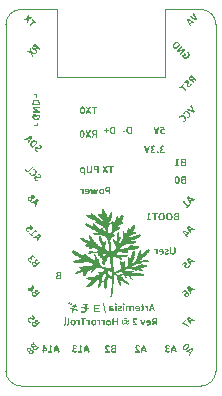
<source format=gbo>
G04 #@! TF.GenerationSoftware,KiCad,Pcbnew,8.0.0*
G04 #@! TF.CreationDate,2024-04-25T17:25:40+07:00*
G04 #@! TF.ProjectId,artemisia,61727465-6d69-4736-9961-2e6b69636164,2*
G04 #@! TF.SameCoordinates,Original*
G04 #@! TF.FileFunction,Legend,Bot*
G04 #@! TF.FilePolarity,Positive*
%FSLAX46Y46*%
G04 Gerber Fmt 4.6, Leading zero omitted, Abs format (unit mm)*
G04 Created by KiCad (PCBNEW 8.0.0) date 2024-04-25 17:25:40*
%MOMM*%
%LPD*%
G01*
G04 APERTURE LIST*
G04 Aperture macros list*
%AMFreePoly0*
4,1,5,0.300000,-0.600000,-0.300000,-0.600000,-0.300000,0.600000,0.300000,0.600000,0.300000,-0.600000,0.300000,-0.600000,$1*%
G04 Aperture macros list end*
%ADD10C,0.120000*%
%ADD11C,0.150000*%
%ADD12C,0.000000*%
%ADD13FreePoly0,90.000000*%
%ADD14R,1.200000X0.600000*%
%ADD15FreePoly0,180.000000*%
%ADD16R,0.600000X1.200000*%
%ADD17O,1.000000X2.200000*%
%ADD18O,1.000000X1.800000*%
%ADD19C,1.700000*%
%ADD20R,1.700000X0.900000*%
%ADD21C,1.000000*%
%ADD22FreePoly0,0.000000*%
G04 #@! TA.AperFunction,Profile*
%ADD23C,0.100000*%
G04 #@! TD*
G04 APERTURE END LIST*
D10*
X2350000Y-7200000D02*
X2575000Y-7200000D01*
X2600000Y-9800000D02*
X2350000Y-9800000D01*
X2600000Y-9575000D02*
X2600000Y-9800000D01*
X2575000Y-7200000D02*
X2575000Y-7450000D01*
G36*
X2239422Y-9069622D02*
G01*
X2240732Y-9101166D01*
X2244661Y-9131465D01*
X2251210Y-9160517D01*
X2260378Y-9188324D01*
X2273744Y-9217805D01*
X2290100Y-9245084D01*
X2309447Y-9270160D01*
X2321488Y-9283139D01*
X2345684Y-9304523D01*
X2370034Y-9321234D01*
X2397058Y-9335783D01*
X2422898Y-9346740D01*
X2454551Y-9356806D01*
X2483811Y-9363254D01*
X2514530Y-9367501D01*
X2546707Y-9369546D01*
X2560944Y-9369748D01*
X2593153Y-9368626D01*
X2624128Y-9365260D01*
X2653869Y-9359650D01*
X2682375Y-9351796D01*
X2698110Y-9346301D01*
X2727933Y-9333432D01*
X2755117Y-9318420D01*
X2779663Y-9301265D01*
X2801572Y-9281967D01*
X2823311Y-9257902D01*
X2842036Y-9231704D01*
X2857747Y-9203373D01*
X2865173Y-9186712D01*
X2874918Y-9159006D01*
X2881879Y-9130256D01*
X2886055Y-9100461D01*
X2887448Y-9069622D01*
X2885794Y-9037845D01*
X2880832Y-9007469D01*
X2872563Y-8978494D01*
X2860987Y-8950920D01*
X2846103Y-8924748D01*
X2840406Y-8916335D01*
X2816799Y-8898484D01*
X2802451Y-8896552D01*
X2773592Y-8905259D01*
X2767866Y-8909741D01*
X2751952Y-8935358D01*
X2750574Y-8944326D01*
X2749695Y-8950041D01*
X2756789Y-8978932D01*
X2759660Y-8983893D01*
X2772162Y-9012408D01*
X2778894Y-9043436D01*
X2780176Y-9065519D01*
X2777392Y-9098682D01*
X2769040Y-9128927D01*
X2755121Y-9156256D01*
X2735633Y-9180667D01*
X2721997Y-9193307D01*
X2694652Y-9212264D01*
X2668098Y-9224808D01*
X2638670Y-9233930D01*
X2606367Y-9239632D01*
X2571189Y-9241913D01*
X2565047Y-9241960D01*
X2533726Y-9240812D01*
X2499174Y-9236401D01*
X2467929Y-9228684D01*
X2439991Y-9217658D01*
X2411578Y-9200615D01*
X2404286Y-9194919D01*
X2382131Y-9172256D01*
X2365417Y-9145427D01*
X2354145Y-9114433D01*
X2348815Y-9084551D01*
X2347427Y-9057312D01*
X2349982Y-9026744D01*
X2358518Y-8998558D01*
X2365598Y-8985505D01*
X2378787Y-8978910D01*
X2485912Y-8978910D01*
X2494119Y-8987264D01*
X2494119Y-9038261D01*
X2503153Y-9067238D01*
X2508920Y-9074165D01*
X2534968Y-9088453D01*
X2545263Y-9089406D01*
X2573647Y-9080833D01*
X2581460Y-9074165D01*
X2595474Y-9048254D01*
X2596408Y-9038261D01*
X2596408Y-8938610D01*
X2590452Y-8909484D01*
X2575305Y-8887906D01*
X2550599Y-8871440D01*
X2524747Y-8866803D01*
X2386261Y-8866803D01*
X2354982Y-8869664D01*
X2326283Y-8878247D01*
X2318557Y-8881751D01*
X2293426Y-8898718D01*
X2275186Y-8921868D01*
X2273274Y-8925421D01*
X2260084Y-8954862D01*
X2250133Y-8985480D01*
X2243422Y-9017276D01*
X2239951Y-9050251D01*
X2239422Y-9069622D01*
G37*
G36*
X2268292Y-8634968D02*
G01*
X2253043Y-8660883D01*
X2251000Y-8677026D01*
X2258447Y-8706313D01*
X2268292Y-8719085D01*
X2294207Y-8734334D01*
X2310351Y-8736377D01*
X2811537Y-8736377D01*
X2840226Y-8729868D01*
X2856819Y-8717913D01*
X2872726Y-8693073D01*
X2875870Y-8672923D01*
X2871569Y-8642514D01*
X2860630Y-8617675D01*
X2841500Y-8593736D01*
X2819743Y-8578108D01*
X2542772Y-8427166D01*
X2410148Y-8365470D01*
X2407657Y-8362539D01*
X2410148Y-8360488D01*
X2446714Y-8364334D01*
X2480573Y-8367668D01*
X2511725Y-8370489D01*
X2546859Y-8373294D01*
X2577765Y-8375298D01*
X2609269Y-8376644D01*
X2626889Y-8376901D01*
X2816519Y-8376901D01*
X2845806Y-8369453D01*
X2858578Y-8359608D01*
X2873827Y-8333756D01*
X2875870Y-8317696D01*
X2868423Y-8288409D01*
X2858578Y-8275638D01*
X2832663Y-8260259D01*
X2816519Y-8258199D01*
X2314454Y-8258199D01*
X2285868Y-8264760D01*
X2269464Y-8276810D01*
X2253596Y-8302982D01*
X2251000Y-8321653D01*
X2255177Y-8351417D01*
X2265801Y-8376168D01*
X2284909Y-8399786D01*
X2307127Y-8414856D01*
X2585710Y-8565652D01*
X2717601Y-8628373D01*
X2719213Y-8631304D01*
X2717601Y-8633356D01*
X2688421Y-8630245D01*
X2667189Y-8628373D01*
X2637473Y-8625761D01*
X2609157Y-8623391D01*
X2579528Y-8621204D01*
X2557573Y-8619727D01*
X2527971Y-8618188D01*
X2501593Y-8617675D01*
X2310351Y-8617675D01*
X2281064Y-8625123D01*
X2268292Y-8634968D01*
G37*
G36*
X2584986Y-7627637D02*
G01*
X2621293Y-7630179D01*
X2655182Y-7635262D01*
X2686652Y-7642887D01*
X2715705Y-7653054D01*
X2742340Y-7665762D01*
X2772233Y-7685221D01*
X2798348Y-7708652D01*
X2807735Y-7719056D01*
X2828554Y-7747306D01*
X2845588Y-7778754D01*
X2856490Y-7806215D01*
X2864969Y-7835723D01*
X2871025Y-7867279D01*
X2874659Y-7900881D01*
X2875870Y-7936531D01*
X2875870Y-8036182D01*
X2871234Y-8062172D01*
X2854768Y-8087033D01*
X2833190Y-8102075D01*
X2804063Y-8107989D01*
X2322660Y-8107989D01*
X2296776Y-8103385D01*
X2271956Y-8087033D01*
X2256914Y-8065350D01*
X2251000Y-8036182D01*
X2251000Y-7974486D01*
X2351530Y-7974486D01*
X2359883Y-7982693D01*
X2767866Y-7982693D01*
X2776073Y-7974486D01*
X2776073Y-7943858D01*
X2774856Y-7916326D01*
X2770185Y-7886046D01*
X2760308Y-7854522D01*
X2745662Y-7827094D01*
X2726247Y-7803760D01*
X2716372Y-7795066D01*
X2689181Y-7778103D01*
X2661254Y-7767271D01*
X2629061Y-7759859D01*
X2598975Y-7756295D01*
X2565926Y-7755107D01*
X2552736Y-7755292D01*
X2515677Y-7758056D01*
X2482387Y-7764139D01*
X2452866Y-7773540D01*
X2419366Y-7791235D01*
X2392567Y-7814829D01*
X2372467Y-7844322D01*
X2359067Y-7879712D01*
X2353414Y-7910126D01*
X2351530Y-7943858D01*
X2351530Y-7974486D01*
X2251000Y-7974486D01*
X2251000Y-7929936D01*
X2251078Y-7921130D01*
X2252960Y-7887109D01*
X2257352Y-7855011D01*
X2264253Y-7824836D01*
X2273664Y-7796585D01*
X2288957Y-7763976D01*
X2308171Y-7734372D01*
X2331307Y-7707773D01*
X2347039Y-7693395D01*
X2376140Y-7672575D01*
X2402013Y-7658747D01*
X2430188Y-7647433D01*
X2460667Y-7638633D01*
X2493450Y-7632348D01*
X2528536Y-7628576D01*
X2565926Y-7627319D01*
X2584986Y-7627637D01*
G37*
G36*
X2595028Y-23717972D02*
G01*
X2629407Y-23728505D01*
X2656230Y-23741914D01*
X2683944Y-23760047D01*
X2712548Y-23782903D01*
X2742044Y-23810482D01*
X2837585Y-23906023D01*
X2852683Y-23927679D01*
X2858620Y-23956902D01*
X2853998Y-23982796D01*
X2837585Y-24007574D01*
X2497181Y-24347977D01*
X2475622Y-24363024D01*
X2446510Y-24369012D01*
X2420541Y-24364316D01*
X2395734Y-24347873D01*
X2288484Y-24240623D01*
X2270385Y-24221495D01*
X2250485Y-24197411D01*
X2233611Y-24173136D01*
X2217356Y-24143751D01*
X2205458Y-24114090D01*
X2197917Y-24084152D01*
X2196623Y-24069510D01*
X2311487Y-24069510D01*
X2312645Y-24098953D01*
X2325075Y-24130239D01*
X2344044Y-24157719D01*
X2364854Y-24180625D01*
X2420293Y-24236064D01*
X2431899Y-24236064D01*
X2548475Y-24119487D01*
X2548579Y-24107778D01*
X2493140Y-24052339D01*
X2487345Y-24046659D01*
X2464846Y-24026899D01*
X2438252Y-24008866D01*
X2408583Y-23997004D01*
X2392273Y-23995145D01*
X2363483Y-24002032D01*
X2338638Y-24020320D01*
X2321600Y-24041911D01*
X2311487Y-24069510D01*
X2196623Y-24069510D01*
X2195309Y-24054643D01*
X2199227Y-24021653D01*
X2210643Y-23990210D01*
X2226396Y-23964491D01*
X2247656Y-23939908D01*
X2255693Y-23932261D01*
X2270787Y-23920737D01*
X2523398Y-23920737D01*
X2531981Y-23947759D01*
X2548784Y-23973988D01*
X2568889Y-23996486D01*
X2614380Y-24041977D01*
X2626089Y-24041873D01*
X2726293Y-23941669D01*
X2726293Y-23930063D01*
X2679662Y-23883433D01*
X2660006Y-23865383D01*
X2634608Y-23847438D01*
X2607022Y-23836492D01*
X2599022Y-23835360D01*
X2570032Y-23840950D01*
X2546195Y-23858356D01*
X2541347Y-23863553D01*
X2526137Y-23889587D01*
X2523398Y-23920737D01*
X2270787Y-23920737D01*
X2280414Y-23913387D01*
X2308959Y-23899567D01*
X2338638Y-23893277D01*
X2347696Y-23892801D01*
X2377665Y-23895278D01*
X2407291Y-23904009D01*
X2433660Y-23917214D01*
X2436562Y-23916592D01*
X2436562Y-23913069D01*
X2430351Y-23894346D01*
X2427276Y-23864828D01*
X2431691Y-23833590D01*
X2439344Y-23810410D01*
X2454494Y-23782460D01*
X2473348Y-23759810D01*
X2501393Y-23736756D01*
X2531021Y-23722098D01*
X2562233Y-23715837D01*
X2595028Y-23717972D01*
G37*
G36*
X2282226Y-23359086D02*
G01*
X2307032Y-23375471D01*
X2310556Y-23378994D01*
X2313414Y-23381944D01*
X2331292Y-23406340D01*
X2342886Y-23434743D01*
X2343951Y-23438773D01*
X2347961Y-23469101D01*
X2344959Y-23499612D01*
X2268485Y-23820844D01*
X2262047Y-23840520D01*
X2247873Y-23867459D01*
X2228279Y-23891308D01*
X2226731Y-23892791D01*
X2198850Y-23903950D01*
X2195663Y-23903874D01*
X2168799Y-23891308D01*
X2016679Y-23739189D01*
X2005074Y-23739189D01*
X1936889Y-23807373D01*
X1924444Y-23817002D01*
X1896062Y-23824368D01*
X1881789Y-23822663D01*
X1855234Y-23807373D01*
X1846327Y-23796139D01*
X1838344Y-23766649D01*
X1840339Y-23750966D01*
X1855234Y-23725718D01*
X1908186Y-23672766D01*
X2083102Y-23672766D01*
X2174084Y-23763748D01*
X2178436Y-23764577D01*
X2182270Y-23761364D01*
X2221336Y-23590489D01*
X2226342Y-23574568D01*
X2235939Y-23545477D01*
X2246291Y-23515828D01*
X2257397Y-23485622D01*
X2256879Y-23482825D01*
X2254495Y-23482721D01*
X2233495Y-23505751D01*
X2211929Y-23529299D01*
X2189339Y-23553761D01*
X2167659Y-23576604D01*
X2083206Y-23661057D01*
X2083102Y-23672766D01*
X1908186Y-23672766D01*
X1923418Y-23657534D01*
X1923418Y-23645928D01*
X1910051Y-23632561D01*
X1905297Y-23627129D01*
X1896062Y-23599297D01*
X1896554Y-23592255D01*
X1910051Y-23566034D01*
X1914549Y-23562007D01*
X1943210Y-23552149D01*
X1950252Y-23552641D01*
X1976474Y-23566138D01*
X1989841Y-23579505D01*
X2001550Y-23579402D01*
X2205481Y-23375471D01*
X2227115Y-23360395D01*
X2256257Y-23354539D01*
X2282226Y-23359086D01*
G37*
G36*
X15503949Y-21041272D02*
G01*
X15967353Y-21279606D01*
X15979684Y-21288414D01*
X15991290Y-21314113D01*
X15991908Y-21326419D01*
X15978441Y-21353697D01*
X15959616Y-21367961D01*
X15930981Y-21377323D01*
X15907336Y-21377196D01*
X15878859Y-21367065D01*
X15796582Y-21319812D01*
X15783214Y-21321574D01*
X15651509Y-21453279D01*
X15650265Y-21466129D01*
X15695756Y-21546644D01*
X15705424Y-21570899D01*
X15706637Y-21600425D01*
X15699399Y-21625662D01*
X15682389Y-21649749D01*
X15670816Y-21658590D01*
X15640939Y-21663220D01*
X15615344Y-21650268D01*
X15605915Y-21637522D01*
X15368721Y-21176501D01*
X15359084Y-21147124D01*
X15359148Y-21128005D01*
X15456800Y-21128005D01*
X15458896Y-21131817D01*
X15473743Y-21157849D01*
X15489512Y-21184927D01*
X15504882Y-21211111D01*
X15514111Y-21226891D01*
X15530742Y-21255517D01*
X15546542Y-21283046D01*
X15561667Y-21309968D01*
X15592651Y-21364163D01*
X15597314Y-21367583D01*
X15602495Y-21365925D01*
X15695756Y-21272664D01*
X15697829Y-21267068D01*
X15694616Y-21262198D01*
X15640421Y-21231214D01*
X15628859Y-21224728D01*
X15600110Y-21208428D01*
X15571583Y-21192006D01*
X15543279Y-21175462D01*
X15515197Y-21158798D01*
X15487338Y-21142011D01*
X15459702Y-21125104D01*
X15456800Y-21125726D01*
X15456800Y-21128005D01*
X15359148Y-21128005D01*
X15359187Y-21116192D01*
X15368539Y-21086634D01*
X15386855Y-21061583D01*
X15389134Y-21059303D01*
X15414185Y-21040987D01*
X15443744Y-21031635D01*
X15474650Y-21031558D01*
X15503949Y-21041272D01*
G37*
G36*
X15483743Y-21864768D02*
G01*
X15504578Y-21842111D01*
X15522656Y-21818569D01*
X15540710Y-21789149D01*
X15554792Y-21758454D01*
X15564904Y-21726484D01*
X15569439Y-21704463D01*
X15564157Y-21674504D01*
X15558870Y-21667158D01*
X15555450Y-21662495D01*
X15529394Y-21648022D01*
X15525088Y-21647262D01*
X15496162Y-21652604D01*
X15490167Y-21656692D01*
X15486126Y-21660734D01*
X15471608Y-21687116D01*
X15471411Y-21688090D01*
X15463451Y-21718090D01*
X15451229Y-21745140D01*
X15432650Y-21771734D01*
X15423745Y-21781351D01*
X15400798Y-21800149D01*
X15374013Y-21812786D01*
X15345612Y-21816998D01*
X15314253Y-21811528D01*
X15286532Y-21797042D01*
X15264579Y-21778450D01*
X15244498Y-21754442D01*
X15230777Y-21727333D01*
X15225824Y-21699489D01*
X15230093Y-21669582D01*
X15244301Y-21641570D01*
X15259294Y-21623947D01*
X15282160Y-21605326D01*
X15309917Y-21591537D01*
X15315873Y-21589544D01*
X15341468Y-21574519D01*
X15355457Y-21547680D01*
X15354387Y-21517503D01*
X15340328Y-21495247D01*
X15337426Y-21492345D01*
X15189452Y-21360536D01*
X15163529Y-21345269D01*
X15136915Y-21341366D01*
X15107141Y-21347853D01*
X15084999Y-21363438D01*
X14936403Y-21512034D01*
X14922123Y-21538438D01*
X14921171Y-21548820D01*
X14929739Y-21577595D01*
X14936403Y-21585607D01*
X14962711Y-21599790D01*
X14973086Y-21600736D01*
X15001861Y-21592167D01*
X15009872Y-21585503D01*
X15127589Y-21467787D01*
X15139816Y-21467165D01*
X15229554Y-21541774D01*
X15231109Y-21546230D01*
X15228414Y-21549960D01*
X15200641Y-21563425D01*
X15176437Y-21581332D01*
X15170178Y-21587264D01*
X15149873Y-21610090D01*
X15131240Y-21638037D01*
X15118051Y-21667403D01*
X15110306Y-21698186D01*
X15108108Y-21721042D01*
X15110345Y-21753320D01*
X15119416Y-21785053D01*
X15132629Y-21811818D01*
X15150862Y-21838183D01*
X15174116Y-21864146D01*
X15198668Y-21885966D01*
X15224451Y-21903549D01*
X15251464Y-21916897D01*
X15279708Y-21926010D01*
X15311765Y-21931436D01*
X15343002Y-21931977D01*
X15373419Y-21927633D01*
X15389963Y-21923108D01*
X15418580Y-21911623D01*
X15445443Y-21896285D01*
X15470551Y-21877094D01*
X15483743Y-21864768D01*
G37*
G36*
X1985168Y-1311608D02*
G01*
X1992332Y-1340858D01*
X2003509Y-1355648D01*
X2029310Y-1371410D01*
X2047549Y-1373990D01*
X2076831Y-1366615D01*
X2091796Y-1355234D01*
X2410024Y-1037006D01*
X2421733Y-1037110D01*
X2503285Y-1118661D01*
X2529651Y-1132903D01*
X2540071Y-1133894D01*
X2568788Y-1125384D01*
X2576754Y-1118765D01*
X2591035Y-1092361D01*
X2591987Y-1081979D01*
X2583380Y-1053165D01*
X2576754Y-1045192D01*
X2312722Y-781160D01*
X2286414Y-766976D01*
X2276039Y-766031D01*
X2247264Y-774599D01*
X2239253Y-781263D01*
X2225069Y-807571D01*
X2224123Y-817946D01*
X2232634Y-846663D01*
X2239253Y-854629D01*
X2322048Y-937424D01*
X2322048Y-949030D01*
X2003820Y-1267257D01*
X1987791Y-1293325D01*
X1985168Y-1311608D01*
G37*
G36*
X1775019Y-1127159D02*
G01*
X1803073Y-1138895D01*
X1812220Y-1137625D01*
X1831494Y-1127677D01*
X1840820Y-1110268D01*
X1923097Y-829863D01*
X1933563Y-819397D01*
X2189410Y-744063D01*
X2207544Y-734218D01*
X2217388Y-715048D01*
X2214579Y-685328D01*
X2206922Y-675360D01*
X2182493Y-656941D01*
X2153556Y-646035D01*
X2122728Y-643289D01*
X2092625Y-649765D01*
X2023301Y-673702D01*
X1995086Y-683582D01*
X1974287Y-691215D01*
X1946336Y-701215D01*
X1922476Y-709245D01*
X1918642Y-708934D01*
X1918331Y-705100D01*
X1931399Y-675290D01*
X1942976Y-647530D01*
X1954089Y-619088D01*
X1958018Y-608420D01*
X1984235Y-537852D01*
X1990588Y-507576D01*
X1988276Y-480134D01*
X1978147Y-452440D01*
X1960402Y-428840D01*
X1933162Y-417338D01*
X1922476Y-418892D01*
X1904445Y-428840D01*
X1894394Y-445731D01*
X1815225Y-709142D01*
X1804034Y-719089D01*
X1530779Y-797740D01*
X1512748Y-807687D01*
X1502801Y-826961D01*
X1506473Y-856863D01*
X1513267Y-865406D01*
X1538084Y-884265D01*
X1567151Y-895457D01*
X1598031Y-898410D01*
X1628081Y-892762D01*
X1709737Y-866027D01*
X1738549Y-856094D01*
X1762481Y-847686D01*
X1791731Y-837200D01*
X1815743Y-828619D01*
X1818748Y-829345D01*
X1819267Y-832143D01*
X1807389Y-861559D01*
X1795482Y-891772D01*
X1784059Y-921766D01*
X1779061Y-935352D01*
X1749943Y-1018147D01*
X1744217Y-1047032D01*
X1746937Y-1076487D01*
X1757481Y-1103973D01*
X1775019Y-1127159D01*
G37*
G36*
X4663302Y-22228765D02*
G01*
X4688164Y-22245231D01*
X4703206Y-22266809D01*
X4709120Y-22295936D01*
X4709120Y-22777339D01*
X4704515Y-22803223D01*
X4688164Y-22828043D01*
X4666481Y-22843085D01*
X4637313Y-22849000D01*
X4485638Y-22849000D01*
X4459315Y-22848271D01*
X4428214Y-22845313D01*
X4399116Y-22840080D01*
X4366844Y-22830796D01*
X4337457Y-22818235D01*
X4310955Y-22802398D01*
X4288245Y-22783377D01*
X4267689Y-22757278D01*
X4253528Y-22726973D01*
X4246480Y-22697648D01*
X4244131Y-22665231D01*
X4244316Y-22657757D01*
X4365324Y-22657757D01*
X4368544Y-22685072D01*
X4380909Y-22711739D01*
X4402547Y-22731739D01*
X4433459Y-22745072D01*
X4466303Y-22751091D01*
X4497215Y-22752572D01*
X4575617Y-22752572D01*
X4583824Y-22744366D01*
X4583824Y-22579502D01*
X4575617Y-22571149D01*
X4497215Y-22571149D01*
X4489101Y-22571230D01*
X4459219Y-22573167D01*
X4427663Y-22579220D01*
X4398297Y-22591812D01*
X4385449Y-22602030D01*
X4369961Y-22627258D01*
X4365324Y-22657757D01*
X4244316Y-22657757D01*
X4244406Y-22654142D01*
X4248541Y-22623315D01*
X4258953Y-22593359D01*
X4275491Y-22567925D01*
X4281560Y-22561183D01*
X4304503Y-22541743D01*
X4331626Y-22526968D01*
X4359609Y-22517660D01*
X4361221Y-22515168D01*
X4358729Y-22512677D01*
X4341098Y-22503829D01*
X4318051Y-22485131D01*
X4299085Y-22459921D01*
X4288105Y-22438119D01*
X4279055Y-22407643D01*
X4278033Y-22396466D01*
X4397564Y-22396466D01*
X4397810Y-22403570D01*
X4405464Y-22432733D01*
X4425554Y-22456697D01*
X4450730Y-22469735D01*
X4481158Y-22476400D01*
X4511283Y-22478092D01*
X4575617Y-22478092D01*
X4583824Y-22469739D01*
X4583824Y-22328030D01*
X4575617Y-22319823D01*
X4509671Y-22319823D01*
X4483009Y-22320959D01*
X4452361Y-22326229D01*
X4425115Y-22337995D01*
X4418657Y-22342851D01*
X4402111Y-22367304D01*
X4397564Y-22396466D01*
X4278033Y-22396466D01*
X4276371Y-22378295D01*
X4279899Y-22342162D01*
X4290485Y-22310847D01*
X4308128Y-22284350D01*
X4332827Y-22262670D01*
X4364584Y-22245808D01*
X4393033Y-22236323D01*
X4425452Y-22229549D01*
X4461840Y-22225484D01*
X4502198Y-22224129D01*
X4637313Y-22224129D01*
X4663302Y-22228765D01*
G37*
G36*
X13257550Y-12160577D02*
G01*
X13289192Y-12159267D01*
X13319182Y-12155339D01*
X13352988Y-12147168D01*
X13384413Y-12135225D01*
X13413458Y-12119512D01*
X13431499Y-12106941D01*
X13448251Y-12082072D01*
X13449671Y-12073089D01*
X13449671Y-12068253D01*
X13441429Y-12039130D01*
X13438094Y-12034401D01*
X13412715Y-12018187D01*
X13406733Y-12017108D01*
X13401018Y-12017108D01*
X13372243Y-12025635D01*
X13371416Y-12026194D01*
X13343724Y-12042133D01*
X13315383Y-12052856D01*
X13286392Y-12058362D01*
X13270006Y-12059167D01*
X13238895Y-12056483D01*
X13210287Y-12047433D01*
X13192483Y-12036452D01*
X13172748Y-12013043D01*
X13164065Y-11982565D01*
X13163614Y-11972558D01*
X13167571Y-11942526D01*
X13180787Y-11916130D01*
X13191751Y-11904561D01*
X13218761Y-11888934D01*
X13246917Y-11880648D01*
X13277627Y-11875755D01*
X13290523Y-11874519D01*
X13318498Y-11863557D01*
X13322763Y-11859718D01*
X13335746Y-11832823D01*
X13335952Y-11828357D01*
X13325854Y-11800035D01*
X13322763Y-11796557D01*
X13296959Y-11782113D01*
X13291402Y-11781316D01*
X13260287Y-11775799D01*
X13229911Y-11764767D01*
X13204070Y-11745814D01*
X13188566Y-11720312D01*
X13183398Y-11688260D01*
X13187577Y-11658888D01*
X13202589Y-11633151D01*
X13205233Y-11630521D01*
X13231721Y-11615024D01*
X13262532Y-11609939D01*
X13267515Y-11609858D01*
X13297534Y-11613753D01*
X13327141Y-11624119D01*
X13346650Y-11634624D01*
X13374771Y-11644356D01*
X13378010Y-11644443D01*
X13383726Y-11644443D01*
X13410913Y-11633337D01*
X13416698Y-11627150D01*
X13428900Y-11599875D01*
X13429008Y-11596669D01*
X13428275Y-11590953D01*
X13416047Y-11564213D01*
X13409225Y-11558713D01*
X13382961Y-11543026D01*
X13356049Y-11530583D01*
X13323831Y-11520170D01*
X13290729Y-11514174D01*
X13261653Y-11512551D01*
X13228101Y-11514092D01*
X13197239Y-11518713D01*
X13164632Y-11527999D01*
X13135686Y-11541478D01*
X13113788Y-11556369D01*
X13092433Y-11577172D01*
X13074449Y-11605102D01*
X13064333Y-11633178D01*
X13059462Y-11664648D01*
X13058980Y-11679174D01*
X13061556Y-11708766D01*
X13070340Y-11738376D01*
X13085359Y-11764903D01*
X13106212Y-11787849D01*
X13129889Y-11805343D01*
X13158059Y-11819631D01*
X13161123Y-11820884D01*
X13163614Y-11823815D01*
X13161123Y-11826745D01*
X13131750Y-11837361D01*
X13105785Y-11851733D01*
X13080932Y-11872106D01*
X13072169Y-11881554D01*
X13054318Y-11907897D01*
X13043078Y-11938019D01*
X13038615Y-11968360D01*
X13038317Y-11979153D01*
X13040548Y-12009167D01*
X13048790Y-12041149D01*
X13063104Y-12069863D01*
X13083491Y-12095309D01*
X13101772Y-12111484D01*
X13126582Y-12128168D01*
X13153422Y-12141400D01*
X13182292Y-12151180D01*
X13213192Y-12157508D01*
X13246122Y-12160385D01*
X13257550Y-12160577D01*
G37*
G36*
X12858213Y-12160577D02*
G01*
X12888401Y-12154825D01*
X12913021Y-12137569D01*
X12929397Y-12111557D01*
X12934835Y-12081980D01*
X12934856Y-12079830D01*
X12930058Y-12049845D01*
X12914364Y-12023540D01*
X12913021Y-12022091D01*
X12888401Y-12004725D01*
X12858213Y-11998937D01*
X12827914Y-12004725D01*
X12802965Y-12022091D01*
X12786259Y-12048030D01*
X12780712Y-12077671D01*
X12780690Y-12079830D01*
X12785584Y-12109742D01*
X12801595Y-12136111D01*
X12802965Y-12137569D01*
X12827914Y-12154825D01*
X12858213Y-12160577D01*
G37*
G36*
X12491409Y-12160577D02*
G01*
X12523051Y-12159267D01*
X12553041Y-12155339D01*
X12586847Y-12147168D01*
X12618272Y-12135225D01*
X12647317Y-12119512D01*
X12665359Y-12106941D01*
X12682110Y-12082072D01*
X12683530Y-12073089D01*
X12683530Y-12068253D01*
X12675288Y-12039130D01*
X12671953Y-12034401D01*
X12646574Y-12018187D01*
X12640592Y-12017108D01*
X12634877Y-12017108D01*
X12606102Y-12025635D01*
X12605275Y-12026194D01*
X12577583Y-12042133D01*
X12549242Y-12052856D01*
X12520251Y-12058362D01*
X12503865Y-12059167D01*
X12472754Y-12056483D01*
X12444146Y-12047433D01*
X12426342Y-12036452D01*
X12406607Y-12013043D01*
X12397924Y-11982565D01*
X12397473Y-11972558D01*
X12401430Y-11942526D01*
X12414646Y-11916130D01*
X12425610Y-11904561D01*
X12452620Y-11888934D01*
X12480776Y-11880648D01*
X12511486Y-11875755D01*
X12524382Y-11874519D01*
X12552357Y-11863557D01*
X12556622Y-11859718D01*
X12569605Y-11832823D01*
X12569811Y-11828357D01*
X12559713Y-11800035D01*
X12556622Y-11796557D01*
X12530818Y-11782113D01*
X12525261Y-11781316D01*
X12494146Y-11775799D01*
X12463770Y-11764767D01*
X12437929Y-11745814D01*
X12422425Y-11720312D01*
X12417257Y-11688260D01*
X12421436Y-11658888D01*
X12436448Y-11633151D01*
X12439092Y-11630521D01*
X12465580Y-11615024D01*
X12496391Y-11609939D01*
X12501374Y-11609858D01*
X12531393Y-11613753D01*
X12561000Y-11624119D01*
X12580509Y-11634624D01*
X12608630Y-11644356D01*
X12611869Y-11644443D01*
X12617585Y-11644443D01*
X12644772Y-11633337D01*
X12650557Y-11627150D01*
X12662759Y-11599875D01*
X12662867Y-11596669D01*
X12662135Y-11590953D01*
X12649906Y-11564213D01*
X12643084Y-11558713D01*
X12616820Y-11543026D01*
X12589908Y-11530583D01*
X12557690Y-11520170D01*
X12524588Y-11514174D01*
X12495512Y-11512551D01*
X12461961Y-11514092D01*
X12431098Y-11518713D01*
X12398491Y-11527999D01*
X12369545Y-11541478D01*
X12347647Y-11556369D01*
X12326292Y-11577172D01*
X12308308Y-11605102D01*
X12298192Y-11633178D01*
X12293321Y-11664648D01*
X12292839Y-11679174D01*
X12295415Y-11708766D01*
X12304199Y-11738376D01*
X12319218Y-11764903D01*
X12340071Y-11787849D01*
X12363748Y-11805343D01*
X12391918Y-11819631D01*
X12394982Y-11820884D01*
X12397473Y-11823815D01*
X12394982Y-11826745D01*
X12365609Y-11837361D01*
X12339644Y-11851733D01*
X12314791Y-11872106D01*
X12306028Y-11881554D01*
X12288177Y-11907897D01*
X12276937Y-11938019D01*
X12272474Y-11968360D01*
X12272176Y-11979153D01*
X12274407Y-12009167D01*
X12282649Y-12041149D01*
X12296963Y-12069863D01*
X12317350Y-12095309D01*
X12335631Y-12111484D01*
X12360441Y-12128168D01*
X12387281Y-12141400D01*
X12416151Y-12151180D01*
X12447051Y-12157508D01*
X12479981Y-12160385D01*
X12491409Y-12160577D01*
G37*
G36*
X11970878Y-12149000D02*
G01*
X12000884Y-12144273D01*
X12028178Y-12130095D01*
X12049903Y-12108187D01*
X12063202Y-12080563D01*
X12214144Y-11586850D01*
X12216636Y-11571903D01*
X12206670Y-11543912D01*
X12182024Y-11526061D01*
X12167982Y-11524129D01*
X12138963Y-11529133D01*
X12116105Y-11541861D01*
X12095722Y-11563596D01*
X12084744Y-11587583D01*
X12019532Y-11828357D01*
X12011749Y-11857147D01*
X12003783Y-11888348D01*
X11996442Y-11918028D01*
X11994472Y-11926103D01*
X11986751Y-11957025D01*
X11978875Y-11987432D01*
X11971130Y-12015779D01*
X11967654Y-12027806D01*
X11964723Y-12030297D01*
X11962672Y-12027806D01*
X11954765Y-11998502D01*
X11946508Y-11967092D01*
X11938810Y-11937389D01*
X11936733Y-11929327D01*
X11928737Y-11898452D01*
X11920771Y-11868206D01*
X11912514Y-11837693D01*
X11909915Y-11828357D01*
X11844849Y-11585092D01*
X11832469Y-11558291D01*
X11815980Y-11541421D01*
X11789112Y-11527438D01*
X11765714Y-11524129D01*
X11737511Y-11533133D01*
X11727759Y-11543180D01*
X11718673Y-11570290D01*
X11720285Y-11585092D01*
X11872839Y-12080563D01*
X11886138Y-12108187D01*
X11907864Y-12130095D01*
X11935158Y-12144273D01*
X11965163Y-12149000D01*
X11970878Y-12149000D01*
G37*
G36*
X8793225Y-15028765D02*
G01*
X8818087Y-15045231D01*
X8833129Y-15066809D01*
X8839043Y-15095936D01*
X8839043Y-15586278D01*
X8836446Y-15604908D01*
X8820578Y-15630828D01*
X8805651Y-15641901D01*
X8776468Y-15649000D01*
X8758244Y-15646444D01*
X8732358Y-15630828D01*
X8721017Y-15616045D01*
X8713747Y-15586278D01*
X8713747Y-15435482D01*
X8705540Y-15427276D01*
X8630509Y-15427276D01*
X8600961Y-15426252D01*
X8569099Y-15422575D01*
X8539270Y-15416223D01*
X8508143Y-15405880D01*
X8492013Y-15398508D01*
X8465467Y-15382010D01*
X8442121Y-15361362D01*
X8421974Y-15336564D01*
X8407548Y-15311386D01*
X8397244Y-15283624D01*
X8391062Y-15253280D01*
X8389001Y-15220353D01*
X8511807Y-15220353D01*
X8514905Y-15251468D01*
X8526803Y-15281844D01*
X8547624Y-15304626D01*
X8577368Y-15319814D01*
X8608971Y-15326670D01*
X8638715Y-15328357D01*
X8705540Y-15328357D01*
X8713747Y-15320151D01*
X8713747Y-15131254D01*
X8705540Y-15123047D01*
X8642818Y-15123047D01*
X8634601Y-15123134D01*
X8604445Y-15125222D01*
X8572854Y-15131748D01*
X8543900Y-15145322D01*
X8526976Y-15162220D01*
X8514941Y-15190357D01*
X8511807Y-15220353D01*
X8389001Y-15220353D01*
X8389240Y-15208281D01*
X8392825Y-15174363D01*
X8400712Y-15143895D01*
X8417920Y-15108636D01*
X8442775Y-15079508D01*
X8466436Y-15061687D01*
X8494398Y-15047315D01*
X8526663Y-15036393D01*
X8563229Y-15028919D01*
X8604097Y-15024895D01*
X8633733Y-15024129D01*
X8767236Y-15024129D01*
X8793225Y-15028765D01*
G37*
G36*
X8137032Y-15165886D02*
G01*
X8166544Y-15171547D01*
X8195121Y-15181226D01*
X8219668Y-15193175D01*
X8244553Y-15209593D01*
X8267222Y-15229439D01*
X8269161Y-15231415D01*
X8288922Y-15255268D01*
X8304392Y-15280318D01*
X8317487Y-15308574D01*
X8322933Y-15323725D01*
X8330410Y-15352115D01*
X8334896Y-15381943D01*
X8336391Y-15413207D01*
X8336096Y-15427276D01*
X8333271Y-15457858D01*
X8327456Y-15486957D01*
X8317487Y-15517548D01*
X8304392Y-15545529D01*
X8287244Y-15572606D01*
X8267222Y-15595803D01*
X8246705Y-15613770D01*
X8222022Y-15630392D01*
X8195121Y-15643724D01*
X8169181Y-15652611D01*
X8139754Y-15658585D01*
X8109392Y-15660577D01*
X8081689Y-15658931D01*
X8052173Y-15653319D01*
X8023663Y-15643724D01*
X7999039Y-15631740D01*
X7974102Y-15615417D01*
X7951416Y-15595803D01*
X7931327Y-15572606D01*
X7914182Y-15545529D01*
X7901151Y-15517548D01*
X7896685Y-15505531D01*
X7888127Y-15474207D01*
X7883607Y-15444449D01*
X7882100Y-15413207D01*
X8009155Y-15413207D01*
X8009799Y-15433629D01*
X8013508Y-15463430D01*
X8021623Y-15492731D01*
X8035533Y-15520039D01*
X8052040Y-15538954D01*
X8079243Y-15554543D01*
X8109392Y-15559167D01*
X8134360Y-15556072D01*
X8162493Y-15542316D01*
X8183105Y-15520039D01*
X8190704Y-15507076D01*
X8202038Y-15477005D01*
X8207834Y-15445219D01*
X8209483Y-15413207D01*
X8208839Y-15392768D01*
X8205129Y-15362864D01*
X8197015Y-15333338D01*
X8183105Y-15305643D01*
X8166609Y-15286304D01*
X8139458Y-15270363D01*
X8109392Y-15265636D01*
X8084353Y-15268801D01*
X8056162Y-15282865D01*
X8035533Y-15305643D01*
X8026569Y-15321614D01*
X8016599Y-15349203D01*
X8010803Y-15381151D01*
X8009155Y-15413207D01*
X7882100Y-15413207D01*
X7882397Y-15399134D01*
X7885244Y-15368508D01*
X7891104Y-15339320D01*
X7901151Y-15308574D01*
X7914182Y-15280318D01*
X7931327Y-15252939D01*
X7951416Y-15229439D01*
X7971946Y-15211255D01*
X7996679Y-15194526D01*
X8023663Y-15181226D01*
X8049540Y-15172261D01*
X8078964Y-15166235D01*
X8109392Y-15164226D01*
X8137032Y-15165886D01*
G37*
G36*
X7583146Y-15629655D02*
G01*
X7609122Y-15644163D01*
X7638687Y-15649000D01*
X7668399Y-15644163D01*
X7694814Y-15629655D01*
X7715147Y-15607710D01*
X7726908Y-15580563D01*
X7816008Y-15236034D01*
X7818352Y-15223577D01*
X7808313Y-15195681D01*
X7807654Y-15194854D01*
X7782494Y-15178120D01*
X7769846Y-15176683D01*
X7739699Y-15182624D01*
X7721632Y-15193535D01*
X7701997Y-15216906D01*
X7694814Y-15236766D01*
X7655980Y-15409983D01*
X7650484Y-15440868D01*
X7645497Y-15471100D01*
X7643670Y-15482524D01*
X7638662Y-15513429D01*
X7633614Y-15542606D01*
X7632972Y-15545978D01*
X7631360Y-15547590D01*
X7628869Y-15545978D01*
X7622716Y-15515262D01*
X7616135Y-15483031D01*
X7609564Y-15451810D01*
X7602868Y-15421766D01*
X7599999Y-15409983D01*
X7556329Y-15230172D01*
X7543018Y-15202733D01*
X7531562Y-15191484D01*
X7504415Y-15178432D01*
X7488331Y-15176683D01*
X7458548Y-15183057D01*
X7444661Y-15191484D01*
X7425012Y-15214823D01*
X7419455Y-15230172D01*
X7373293Y-15409983D01*
X7366840Y-15439865D01*
X7360101Y-15471189D01*
X7356880Y-15486187D01*
X7350515Y-15515732D01*
X7344661Y-15544577D01*
X7344423Y-15545978D01*
X7341493Y-15547590D01*
X7339441Y-15545978D01*
X7334166Y-15515619D01*
X7329344Y-15485425D01*
X7328890Y-15482524D01*
X7324046Y-15452728D01*
X7318732Y-15422170D01*
X7316433Y-15409983D01*
X7276866Y-15232663D01*
X7264856Y-15205380D01*
X7252100Y-15192363D01*
X7225424Y-15178888D01*
X7207550Y-15176683D01*
X7179248Y-15185915D01*
X7172086Y-15193096D01*
X7162267Y-15220353D01*
X7163879Y-15231930D01*
X7248876Y-15579683D01*
X7261222Y-15607490D01*
X7281848Y-15629655D01*
X7308153Y-15644163D01*
X7337829Y-15649000D01*
X7340320Y-15649000D01*
X7370582Y-15644163D01*
X7397180Y-15629655D01*
X7417586Y-15607307D01*
X7429273Y-15578951D01*
X7462246Y-15442956D01*
X7468735Y-15411303D01*
X7475151Y-15378516D01*
X7480901Y-15348528D01*
X7487454Y-15313913D01*
X7488624Y-15307695D01*
X7491555Y-15305203D01*
X7493607Y-15307695D01*
X7500338Y-15342952D01*
X7506060Y-15372979D01*
X7511595Y-15402107D01*
X7517174Y-15431675D01*
X7519252Y-15442956D01*
X7551346Y-15579683D01*
X7563033Y-15607490D01*
X7583146Y-15629655D01*
G37*
G36*
X6900894Y-15165335D02*
G01*
X6931620Y-15171153D01*
X6961646Y-15181958D01*
X6985531Y-15194372D01*
X7009855Y-15211101D01*
X7032135Y-15231051D01*
X7034055Y-15233027D01*
X7053594Y-15256880D01*
X7068833Y-15281930D01*
X7081667Y-15310186D01*
X7085995Y-15322246D01*
X7094289Y-15353419D01*
X7098671Y-15382722D01*
X7100132Y-15413207D01*
X7098511Y-15447600D01*
X7093649Y-15479703D01*
X7085545Y-15509515D01*
X7074200Y-15537039D01*
X7056307Y-15567044D01*
X7033747Y-15593752D01*
X7016592Y-15609414D01*
X6988764Y-15628991D01*
X6958422Y-15643870D01*
X6925566Y-15654051D01*
X6896265Y-15658945D01*
X6865219Y-15660577D01*
X6861146Y-15660547D01*
X6828745Y-15658165D01*
X6796675Y-15651974D01*
X6764934Y-15641972D01*
X6737431Y-15630095D01*
X6734436Y-15628600D01*
X6716768Y-15604450D01*
X6715156Y-15592872D01*
X6720871Y-15570744D01*
X6723111Y-15566991D01*
X6747250Y-15550081D01*
X6761318Y-15548469D01*
X6781102Y-15552572D01*
X6789370Y-15555664D01*
X6818706Y-15563237D01*
X6848659Y-15565762D01*
X6879007Y-15562985D01*
X6908655Y-15553518D01*
X6934389Y-15537332D01*
X6955153Y-15514808D01*
X6969890Y-15486327D01*
X6978059Y-15455266D01*
X6976447Y-15449551D01*
X6971465Y-15447060D01*
X6759706Y-15447060D01*
X6729774Y-15441894D01*
X6704458Y-15426397D01*
X6689231Y-15407948D01*
X6682183Y-15378623D01*
X6682399Y-15367006D01*
X6683348Y-15357227D01*
X6788576Y-15357227D01*
X6791067Y-15362942D01*
X6796782Y-15365434D01*
X6973223Y-15365434D01*
X6978059Y-15362942D01*
X6979818Y-15358839D01*
X6976943Y-15336679D01*
X6964166Y-15308972D01*
X6943474Y-15285420D01*
X6936335Y-15279649D01*
X6909111Y-15265512D01*
X6878408Y-15260800D01*
X6867996Y-15261194D01*
X6838618Y-15267914D01*
X6813195Y-15286006D01*
X6803303Y-15299854D01*
X6792543Y-15327984D01*
X6788576Y-15357227D01*
X6683348Y-15357227D01*
X6685636Y-15333661D01*
X6692758Y-15302572D01*
X6703765Y-15273739D01*
X6718655Y-15247164D01*
X6737431Y-15222845D01*
X6758027Y-15202924D01*
X6785637Y-15184892D01*
X6817104Y-15172469D01*
X6847145Y-15166287D01*
X6880020Y-15164226D01*
X6900894Y-15165335D01*
G37*
G36*
X6478192Y-15630828D02*
G01*
X6503448Y-15646444D01*
X6521569Y-15649000D01*
X6550581Y-15641901D01*
X6565240Y-15630828D01*
X6580730Y-15605251D01*
X6583265Y-15587157D01*
X6583265Y-15226948D01*
X6574231Y-15198240D01*
X6568464Y-15191484D01*
X6541759Y-15177391D01*
X6533000Y-15176683D01*
X6503956Y-15184843D01*
X6495631Y-15191191D01*
X6479117Y-15216690D01*
X6477019Y-15226948D01*
X6473649Y-15258309D01*
X6472037Y-15259921D01*
X6469546Y-15258309D01*
X6452636Y-15232397D01*
X6431787Y-15208357D01*
X6408583Y-15188993D01*
X6381758Y-15173901D01*
X6352186Y-15165411D01*
X6336042Y-15164226D01*
X6333551Y-15164226D01*
X6305744Y-15176179D01*
X6298966Y-15184889D01*
X6289916Y-15213328D01*
X6289880Y-15215371D01*
X6291493Y-15228560D01*
X6305808Y-15254691D01*
X6314207Y-15261240D01*
X6341813Y-15272712D01*
X6355826Y-15274722D01*
X6386045Y-15281811D01*
X6411953Y-15296997D01*
X6433964Y-15319172D01*
X6450107Y-15344698D01*
X6457236Y-15359718D01*
X6460460Y-15375252D01*
X6460460Y-15587157D01*
X6467386Y-15616169D01*
X6478192Y-15630828D01*
G37*
G36*
X4325109Y-28428891D02*
G01*
X4352623Y-28443180D01*
X4374532Y-28464978D01*
X4388380Y-28492565D01*
X4547529Y-28988769D01*
X4550020Y-29003717D01*
X4540055Y-29030095D01*
X4531790Y-29039233D01*
X4502979Y-29049000D01*
X4479582Y-29045774D01*
X4452714Y-29032147D01*
X4436085Y-29015337D01*
X4423112Y-28988036D01*
X4398346Y-28896445D01*
X4387648Y-28888239D01*
X4201388Y-28888239D01*
X4191423Y-28896445D01*
X4166657Y-28985545D01*
X4156342Y-29009532D01*
X4136322Y-29031267D01*
X4113359Y-29043995D01*
X4084298Y-29049000D01*
X4069864Y-29047068D01*
X4045464Y-29029216D01*
X4036524Y-29001958D01*
X4038869Y-28986278D01*
X4103840Y-28783605D01*
X4222784Y-28783605D01*
X4223663Y-28789321D01*
X4228499Y-28791812D01*
X4360390Y-28791812D01*
X4365812Y-28789321D01*
X4366985Y-28783605D01*
X4350572Y-28723375D01*
X4346982Y-28710613D01*
X4338180Y-28678758D01*
X4329620Y-28646974D01*
X4321304Y-28615262D01*
X4313231Y-28583622D01*
X4305402Y-28552053D01*
X4297815Y-28520556D01*
X4295324Y-28518944D01*
X4293712Y-28520556D01*
X4292498Y-28524733D01*
X4284589Y-28553638D01*
X4276592Y-28583936D01*
X4268946Y-28613319D01*
X4264313Y-28631003D01*
X4255832Y-28663005D01*
X4247539Y-28693643D01*
X4239197Y-28723375D01*
X4222784Y-28783605D01*
X4103840Y-28783605D01*
X4197138Y-28492565D01*
X4211097Y-28464978D01*
X4233042Y-28443180D01*
X4260556Y-28428891D01*
X4291221Y-28424129D01*
X4294445Y-28424129D01*
X4325109Y-28428891D01*
G37*
G36*
X3905512Y-29049000D02*
G01*
X3934220Y-29039966D01*
X3940976Y-29034198D01*
X3955069Y-29007444D01*
X3955778Y-28998734D01*
X3946744Y-28970026D01*
X3940976Y-28963270D01*
X3914272Y-28949177D01*
X3905512Y-28948469D01*
X3829748Y-28948469D01*
X3821542Y-28940116D01*
X3821542Y-28561882D01*
X3829748Y-28553528D01*
X3896427Y-28553528D01*
X3923244Y-28542391D01*
X3934382Y-28514840D01*
X3924755Y-28486332D01*
X3924124Y-28485531D01*
X3899351Y-28469225D01*
X3897306Y-28468678D01*
X3868391Y-28460050D01*
X3839956Y-28449567D01*
X3830481Y-28445524D01*
X3801109Y-28434241D01*
X3770981Y-28426657D01*
X3743140Y-28424129D01*
X3715307Y-28433831D01*
X3711046Y-28437757D01*
X3698179Y-28464512D01*
X3697857Y-28470290D01*
X3697857Y-28940116D01*
X3689651Y-28948469D01*
X3630300Y-28948469D01*
X3601591Y-28957503D01*
X3594835Y-28963270D01*
X3580603Y-28989975D01*
X3579888Y-28998734D01*
X3589011Y-29027392D01*
X3594835Y-29034198D01*
X3621540Y-29048291D01*
X3630300Y-29049000D01*
X3905512Y-29049000D01*
G37*
G36*
X3212795Y-28424193D02*
G01*
X3242687Y-28428802D01*
X3270969Y-28440688D01*
X3274572Y-28442785D01*
X3298853Y-28461395D01*
X3318304Y-28485092D01*
X3491374Y-28766313D01*
X3500735Y-28784778D01*
X3509761Y-28813849D01*
X3512770Y-28844568D01*
X3512723Y-28846711D01*
X3500900Y-28874317D01*
X3498592Y-28876517D01*
X3470711Y-28886627D01*
X3255582Y-28886627D01*
X3247376Y-28894833D01*
X3247376Y-28991260D01*
X3245384Y-29006869D01*
X3230523Y-29032147D01*
X3219226Y-29041034D01*
X3189637Y-29049000D01*
X3175394Y-29047354D01*
X3148897Y-29032147D01*
X3139219Y-29019646D01*
X3131898Y-28991260D01*
X3131898Y-28894833D01*
X3123691Y-28886627D01*
X3104787Y-28886627D01*
X3097584Y-28886148D01*
X3071374Y-28872998D01*
X3066743Y-28867671D01*
X3057745Y-28839586D01*
X3058078Y-28833557D01*
X3071374Y-28806320D01*
X3076701Y-28801688D01*
X3104787Y-28792691D01*
X3123691Y-28792691D01*
X3131898Y-28784338D01*
X3131898Y-28537115D01*
X3242393Y-28537115D01*
X3243828Y-28568249D01*
X3245230Y-28600150D01*
X3246553Y-28633421D01*
X3247376Y-28664903D01*
X3247376Y-28784338D01*
X3255582Y-28792691D01*
X3384249Y-28792691D01*
X3387913Y-28790200D01*
X3388353Y-28785217D01*
X3295149Y-28636766D01*
X3287432Y-28621969D01*
X3273647Y-28594612D01*
X3260002Y-28566327D01*
X3246496Y-28537115D01*
X3244152Y-28535503D01*
X3242393Y-28537115D01*
X3131898Y-28537115D01*
X3131898Y-28495936D01*
X3136534Y-28469979D01*
X3153000Y-28445231D01*
X3174578Y-28430084D01*
X3203705Y-28424129D01*
X3208688Y-28424129D01*
X3212795Y-28424193D01*
G37*
G36*
X15503949Y-26041272D02*
G01*
X15967353Y-26279606D01*
X15979684Y-26288414D01*
X15991290Y-26314113D01*
X15991908Y-26326419D01*
X15978441Y-26353697D01*
X15959616Y-26367961D01*
X15930981Y-26377323D01*
X15907336Y-26377196D01*
X15878859Y-26367065D01*
X15796582Y-26319812D01*
X15783214Y-26321574D01*
X15651509Y-26453279D01*
X15650265Y-26466129D01*
X15695756Y-26546644D01*
X15705424Y-26570899D01*
X15706637Y-26600425D01*
X15699399Y-26625662D01*
X15682389Y-26649749D01*
X15670816Y-26658590D01*
X15640939Y-26663220D01*
X15615344Y-26650268D01*
X15605915Y-26637522D01*
X15368721Y-26176501D01*
X15359084Y-26147124D01*
X15359148Y-26128005D01*
X15456800Y-26128005D01*
X15458896Y-26131817D01*
X15473743Y-26157849D01*
X15489512Y-26184927D01*
X15504882Y-26211111D01*
X15514111Y-26226891D01*
X15530742Y-26255517D01*
X15546542Y-26283046D01*
X15561667Y-26309968D01*
X15592651Y-26364163D01*
X15597314Y-26367583D01*
X15602495Y-26365925D01*
X15695756Y-26272664D01*
X15697829Y-26267068D01*
X15694616Y-26262198D01*
X15640421Y-26231214D01*
X15628859Y-26224728D01*
X15600110Y-26208428D01*
X15571583Y-26192006D01*
X15543279Y-26175462D01*
X15515197Y-26158798D01*
X15487338Y-26142011D01*
X15459702Y-26125104D01*
X15456800Y-26125726D01*
X15456800Y-26128005D01*
X15359148Y-26128005D01*
X15359187Y-26116192D01*
X15368539Y-26086634D01*
X15386855Y-26061583D01*
X15389134Y-26059303D01*
X15414185Y-26040987D01*
X15443744Y-26031635D01*
X15474650Y-26031558D01*
X15503949Y-26041272D01*
G37*
G36*
X15393901Y-26849535D02*
G01*
X15419706Y-26863938D01*
X15440013Y-26866426D01*
X15468479Y-26859418D01*
X15484882Y-26847256D01*
X15500175Y-26821520D01*
X15502395Y-26803009D01*
X15493685Y-26773878D01*
X15486022Y-26764461D01*
X15482499Y-26760937D01*
X15456104Y-26739154D01*
X15429975Y-26718672D01*
X15404111Y-26699492D01*
X15378513Y-26681614D01*
X15353180Y-26665037D01*
X15328113Y-26649762D01*
X15297153Y-26632500D01*
X15278775Y-26623118D01*
X15247497Y-26608725D01*
X15214670Y-26595597D01*
X15180296Y-26583734D01*
X15151681Y-26575154D01*
X15122075Y-26567384D01*
X15091479Y-26560424D01*
X15059892Y-26554273D01*
X15051840Y-26552861D01*
X15048628Y-26550271D01*
X15049457Y-26545919D01*
X15205721Y-26389655D01*
X15219904Y-26363347D01*
X15220850Y-26352972D01*
X15212340Y-26324255D01*
X15205721Y-26316289D01*
X15179316Y-26302009D01*
X15168934Y-26301056D01*
X15140218Y-26309567D01*
X15132252Y-26316185D01*
X14902000Y-26546437D01*
X14890913Y-26573275D01*
X14902000Y-26600114D01*
X14926776Y-26618622D01*
X14956312Y-26629355D01*
X14965625Y-26630994D01*
X14997629Y-26635857D01*
X15028408Y-26641693D01*
X15057963Y-26648499D01*
X15086295Y-26656278D01*
X15119988Y-26667367D01*
X15151768Y-26679973D01*
X15181635Y-26694098D01*
X15187379Y-26697105D01*
X15216465Y-26713668D01*
X15246730Y-26732918D01*
X15271791Y-26750252D01*
X15297606Y-26769306D01*
X15324176Y-26790079D01*
X15351500Y-26812572D01*
X15379579Y-26836785D01*
X15393901Y-26849535D01*
G37*
G36*
X14610461Y-17228765D02*
G01*
X14635323Y-17245231D01*
X14650365Y-17266809D01*
X14656279Y-17295936D01*
X14656279Y-17777339D01*
X14651674Y-17803223D01*
X14635323Y-17828043D01*
X14613640Y-17843085D01*
X14584472Y-17849000D01*
X14432797Y-17849000D01*
X14406474Y-17848271D01*
X14375373Y-17845313D01*
X14346275Y-17840080D01*
X14314003Y-17830796D01*
X14284616Y-17818235D01*
X14258114Y-17802398D01*
X14235404Y-17783377D01*
X14214848Y-17757278D01*
X14200687Y-17726973D01*
X14193639Y-17697648D01*
X14191290Y-17665231D01*
X14191475Y-17657757D01*
X14312483Y-17657757D01*
X14315703Y-17685072D01*
X14328068Y-17711739D01*
X14349706Y-17731739D01*
X14380618Y-17745072D01*
X14413462Y-17751091D01*
X14444374Y-17752572D01*
X14522776Y-17752572D01*
X14530983Y-17744366D01*
X14530983Y-17579502D01*
X14522776Y-17571149D01*
X14444374Y-17571149D01*
X14436260Y-17571230D01*
X14406378Y-17573167D01*
X14374822Y-17579220D01*
X14345456Y-17591812D01*
X14332608Y-17602030D01*
X14317120Y-17627258D01*
X14312483Y-17657757D01*
X14191475Y-17657757D01*
X14191565Y-17654142D01*
X14195700Y-17623315D01*
X14206112Y-17593359D01*
X14222650Y-17567925D01*
X14228719Y-17561183D01*
X14251662Y-17541743D01*
X14278785Y-17526968D01*
X14306768Y-17517660D01*
X14308380Y-17515168D01*
X14305888Y-17512677D01*
X14288257Y-17503829D01*
X14265210Y-17485131D01*
X14246244Y-17459921D01*
X14235264Y-17438119D01*
X14226214Y-17407643D01*
X14225192Y-17396466D01*
X14344723Y-17396466D01*
X14344969Y-17403570D01*
X14352623Y-17432733D01*
X14372713Y-17456697D01*
X14397889Y-17469735D01*
X14428317Y-17476400D01*
X14458442Y-17478092D01*
X14522776Y-17478092D01*
X14530983Y-17469739D01*
X14530983Y-17328030D01*
X14522776Y-17319823D01*
X14456830Y-17319823D01*
X14430168Y-17320959D01*
X14399520Y-17326229D01*
X14372274Y-17337995D01*
X14365816Y-17342851D01*
X14349270Y-17367304D01*
X14344723Y-17396466D01*
X14225192Y-17396466D01*
X14223530Y-17378295D01*
X14227058Y-17342162D01*
X14237644Y-17310847D01*
X14255287Y-17284350D01*
X14279986Y-17262670D01*
X14311743Y-17245808D01*
X14340192Y-17236323D01*
X14372611Y-17229549D01*
X14408999Y-17225484D01*
X14449357Y-17224129D01*
X14584472Y-17224129D01*
X14610461Y-17228765D01*
G37*
G36*
X13859847Y-17213305D02*
G01*
X13889431Y-17216654D01*
X13924247Y-17224607D01*
X13956658Y-17236747D01*
X13986666Y-17253072D01*
X14014269Y-17273583D01*
X14039468Y-17298281D01*
X14053165Y-17314920D01*
X14073000Y-17345166D01*
X14086173Y-17371625D01*
X14096951Y-17400093D01*
X14105334Y-17430573D01*
X14111321Y-17463062D01*
X14114914Y-17497562D01*
X14116112Y-17534073D01*
X14115434Y-17561666D01*
X14112423Y-17596766D01*
X14107003Y-17629933D01*
X14099174Y-17661168D01*
X14088937Y-17690471D01*
X14076290Y-17717840D01*
X14061235Y-17743277D01*
X14039029Y-17772356D01*
X14019004Y-17793033D01*
X13991856Y-17815002D01*
X13962353Y-17832663D01*
X13930495Y-17846017D01*
X13896284Y-17855063D01*
X13867220Y-17859198D01*
X13836649Y-17860577D01*
X13813580Y-17859801D01*
X13784139Y-17856355D01*
X13749457Y-17848171D01*
X13717128Y-17835678D01*
X13687155Y-17818879D01*
X13659535Y-17797771D01*
X13634269Y-17772356D01*
X13616203Y-17749335D01*
X13600545Y-17724381D01*
X13587297Y-17697494D01*
X13576457Y-17668675D01*
X13568026Y-17637923D01*
X13562004Y-17605239D01*
X13558391Y-17570622D01*
X13557191Y-17534219D01*
X13684095Y-17534219D01*
X13684135Y-17540408D01*
X13685548Y-17570172D01*
X13689906Y-17603290D01*
X13697171Y-17633576D01*
X13709318Y-17665327D01*
X13725421Y-17693221D01*
X13728022Y-17696873D01*
X13747787Y-17719187D01*
X13773708Y-17737735D01*
X13803182Y-17748863D01*
X13836209Y-17752572D01*
X13840532Y-17752514D01*
X13873127Y-17747878D01*
X13902187Y-17735822D01*
X13927711Y-17716347D01*
X13947144Y-17693221D01*
X13952131Y-17685645D01*
X13967050Y-17656649D01*
X13976702Y-17628725D01*
X13983458Y-17597967D01*
X13987318Y-17564376D01*
X13988324Y-17534219D01*
X13988284Y-17528023D01*
X13986892Y-17498289D01*
X13982595Y-17465347D01*
X13975433Y-17435394D01*
X13963458Y-17404224D01*
X13947584Y-17377122D01*
X13945000Y-17373597D01*
X13922279Y-17349424D01*
X13895912Y-17332413D01*
X13865900Y-17322565D01*
X13836649Y-17319823D01*
X13832299Y-17319879D01*
X13799530Y-17324355D01*
X13770370Y-17335994D01*
X13744818Y-17354796D01*
X13725421Y-17377122D01*
X13722878Y-17380745D01*
X13707341Y-17408428D01*
X13695758Y-17440178D01*
X13688978Y-17470630D01*
X13685104Y-17504070D01*
X13684095Y-17534219D01*
X13557191Y-17534219D01*
X13557186Y-17534073D01*
X13557486Y-17515566D01*
X13559881Y-17480061D01*
X13564671Y-17446566D01*
X13571856Y-17415082D01*
X13581437Y-17385608D01*
X13593412Y-17358144D01*
X13611750Y-17326642D01*
X13633830Y-17298281D01*
X13653764Y-17278188D01*
X13680860Y-17256839D01*
X13710373Y-17239677D01*
X13742306Y-17226700D01*
X13776657Y-17217910D01*
X13805879Y-17213891D01*
X13836649Y-17212551D01*
X13859847Y-17213305D01*
G37*
G36*
X13213873Y-17213305D02*
G01*
X13243457Y-17216654D01*
X13278273Y-17224607D01*
X13310685Y-17236747D01*
X13340692Y-17253072D01*
X13368296Y-17273583D01*
X13393495Y-17298281D01*
X13407192Y-17314920D01*
X13427026Y-17345166D01*
X13440199Y-17371625D01*
X13450977Y-17400093D01*
X13459360Y-17430573D01*
X13465348Y-17463062D01*
X13468941Y-17497562D01*
X13470138Y-17534073D01*
X13469461Y-17561666D01*
X13466450Y-17596766D01*
X13461030Y-17629933D01*
X13453201Y-17661168D01*
X13442963Y-17690471D01*
X13430317Y-17717840D01*
X13415262Y-17743277D01*
X13393055Y-17772356D01*
X13373031Y-17793033D01*
X13345882Y-17815002D01*
X13316379Y-17832663D01*
X13284522Y-17846017D01*
X13250310Y-17855063D01*
X13221246Y-17859198D01*
X13190675Y-17860577D01*
X13167606Y-17859801D01*
X13138165Y-17856355D01*
X13103483Y-17848171D01*
X13071155Y-17835678D01*
X13041181Y-17818879D01*
X13013561Y-17797771D01*
X12988296Y-17772356D01*
X12970230Y-17749335D01*
X12954572Y-17724381D01*
X12941323Y-17697494D01*
X12930484Y-17668675D01*
X12922053Y-17637923D01*
X12916030Y-17605239D01*
X12912417Y-17570622D01*
X12911218Y-17534219D01*
X13038121Y-17534219D01*
X13038162Y-17540408D01*
X13039574Y-17570172D01*
X13043933Y-17603290D01*
X13051197Y-17633576D01*
X13063345Y-17665327D01*
X13079447Y-17693221D01*
X13082049Y-17696873D01*
X13101814Y-17719187D01*
X13127734Y-17737735D01*
X13157208Y-17748863D01*
X13190236Y-17752572D01*
X13194559Y-17752514D01*
X13227154Y-17747878D01*
X13256213Y-17735822D01*
X13281737Y-17716347D01*
X13301171Y-17693221D01*
X13306157Y-17685645D01*
X13321077Y-17656649D01*
X13330728Y-17628725D01*
X13337484Y-17597967D01*
X13341345Y-17564376D01*
X13342350Y-17534219D01*
X13342310Y-17528023D01*
X13340918Y-17498289D01*
X13336621Y-17465347D01*
X13329460Y-17435394D01*
X13317485Y-17404224D01*
X13301611Y-17377122D01*
X13299027Y-17373597D01*
X13276305Y-17349424D01*
X13249938Y-17332413D01*
X13219926Y-17322565D01*
X13190675Y-17319823D01*
X13186326Y-17319879D01*
X13153557Y-17324355D01*
X13124396Y-17335994D01*
X13098845Y-17354796D01*
X13079447Y-17377122D01*
X13076905Y-17380745D01*
X13061367Y-17408428D01*
X13049785Y-17440178D01*
X13043005Y-17470630D01*
X13039130Y-17504070D01*
X13038121Y-17534219D01*
X12911218Y-17534219D01*
X12911213Y-17534073D01*
X12911512Y-17515566D01*
X12913907Y-17480061D01*
X12918698Y-17446566D01*
X12925883Y-17415082D01*
X12935463Y-17385608D01*
X12947439Y-17358144D01*
X12965776Y-17326642D01*
X12987856Y-17298281D01*
X13007791Y-17278188D01*
X13034886Y-17256839D01*
X13064400Y-17239677D01*
X13096332Y-17226700D01*
X13130683Y-17217910D01*
X13159905Y-17213891D01*
X13190675Y-17212551D01*
X13213873Y-17213305D01*
G37*
G36*
X12578407Y-17830828D02*
G01*
X12604156Y-17846444D01*
X12622518Y-17849000D01*
X12651907Y-17841901D01*
X12666628Y-17830828D01*
X12682118Y-17804908D01*
X12684653Y-17786278D01*
X12684653Y-17336236D01*
X12693006Y-17328030D01*
X12808338Y-17328030D01*
X12837052Y-17319457D01*
X12845121Y-17312789D01*
X12859409Y-17286465D01*
X12860361Y-17276152D01*
X12851789Y-17247384D01*
X12845121Y-17239369D01*
X12818660Y-17225081D01*
X12808338Y-17224129D01*
X12434939Y-17224129D01*
X12406308Y-17232702D01*
X12398303Y-17239369D01*
X12384015Y-17265775D01*
X12383062Y-17276152D01*
X12391635Y-17304784D01*
X12398303Y-17312789D01*
X12424626Y-17327077D01*
X12434939Y-17328030D01*
X12552029Y-17328030D01*
X12560236Y-17336236D01*
X12560236Y-17786278D01*
X12567334Y-17816045D01*
X12578407Y-17830828D01*
G37*
G36*
X12241645Y-17849000D02*
G01*
X12270354Y-17839966D01*
X12277110Y-17834198D01*
X12291202Y-17807444D01*
X12291911Y-17798734D01*
X12282877Y-17770026D01*
X12277110Y-17763270D01*
X12250405Y-17749177D01*
X12241645Y-17748469D01*
X12165881Y-17748469D01*
X12157675Y-17740116D01*
X12157675Y-17361882D01*
X12165881Y-17353528D01*
X12232560Y-17353528D01*
X12259377Y-17342391D01*
X12270515Y-17314840D01*
X12260888Y-17286332D01*
X12260257Y-17285531D01*
X12235484Y-17269225D01*
X12233439Y-17268678D01*
X12204524Y-17260050D01*
X12176089Y-17249567D01*
X12166614Y-17245524D01*
X12137242Y-17234241D01*
X12107114Y-17226657D01*
X12079273Y-17224129D01*
X12051440Y-17233831D01*
X12047179Y-17237757D01*
X12034312Y-17264512D01*
X12033990Y-17270290D01*
X12033990Y-17740116D01*
X12025784Y-17748469D01*
X11966433Y-17748469D01*
X11937725Y-17757503D01*
X11930969Y-17763270D01*
X11916736Y-17789975D01*
X11916021Y-17798734D01*
X11925144Y-17827392D01*
X11930969Y-17834198D01*
X11957673Y-17848291D01*
X11966433Y-17849000D01*
X12241645Y-17849000D01*
G37*
G36*
X6865109Y-28428891D02*
G01*
X6892623Y-28443180D01*
X6914532Y-28464978D01*
X6928380Y-28492565D01*
X7087529Y-28988769D01*
X7090020Y-29003717D01*
X7080055Y-29030095D01*
X7071790Y-29039233D01*
X7042979Y-29049000D01*
X7019582Y-29045774D01*
X6992714Y-29032147D01*
X6976085Y-29015337D01*
X6963112Y-28988036D01*
X6938346Y-28896445D01*
X6927648Y-28888239D01*
X6741388Y-28888239D01*
X6731423Y-28896445D01*
X6706657Y-28985545D01*
X6696342Y-29009532D01*
X6676322Y-29031267D01*
X6653359Y-29043995D01*
X6624298Y-29049000D01*
X6609864Y-29047068D01*
X6585464Y-29029216D01*
X6576524Y-29001958D01*
X6578869Y-28986278D01*
X6643840Y-28783605D01*
X6762784Y-28783605D01*
X6763663Y-28789321D01*
X6768499Y-28791812D01*
X6900390Y-28791812D01*
X6905812Y-28789321D01*
X6906985Y-28783605D01*
X6890572Y-28723375D01*
X6886982Y-28710613D01*
X6878180Y-28678758D01*
X6869620Y-28646974D01*
X6861304Y-28615262D01*
X6853231Y-28583622D01*
X6845402Y-28552053D01*
X6837815Y-28520556D01*
X6835324Y-28518944D01*
X6833712Y-28520556D01*
X6832498Y-28524733D01*
X6824589Y-28553638D01*
X6816592Y-28583936D01*
X6808946Y-28613319D01*
X6804313Y-28631003D01*
X6795832Y-28663005D01*
X6787539Y-28693643D01*
X6779197Y-28723375D01*
X6762784Y-28783605D01*
X6643840Y-28783605D01*
X6737138Y-28492565D01*
X6751097Y-28464978D01*
X6773042Y-28443180D01*
X6800556Y-28428891D01*
X6831221Y-28424129D01*
X6834445Y-28424129D01*
X6865109Y-28428891D01*
G37*
G36*
X6445512Y-29049000D02*
G01*
X6474220Y-29039966D01*
X6480976Y-29034198D01*
X6495069Y-29007444D01*
X6495778Y-28998734D01*
X6486744Y-28970026D01*
X6480976Y-28963270D01*
X6454272Y-28949177D01*
X6445512Y-28948469D01*
X6369748Y-28948469D01*
X6361542Y-28940116D01*
X6361542Y-28561882D01*
X6369748Y-28553528D01*
X6436427Y-28553528D01*
X6463244Y-28542391D01*
X6474382Y-28514840D01*
X6464755Y-28486332D01*
X6464124Y-28485531D01*
X6439351Y-28469225D01*
X6437306Y-28468678D01*
X6408391Y-28460050D01*
X6379956Y-28449567D01*
X6370481Y-28445524D01*
X6341109Y-28434241D01*
X6310981Y-28426657D01*
X6283140Y-28424129D01*
X6255307Y-28433831D01*
X6251046Y-28437757D01*
X6238179Y-28464512D01*
X6237857Y-28470290D01*
X6237857Y-28940116D01*
X6229651Y-28948469D01*
X6170300Y-28948469D01*
X6141591Y-28957503D01*
X6134835Y-28963270D01*
X6120603Y-28989975D01*
X6119888Y-28998734D01*
X6129011Y-29027392D01*
X6134835Y-29034198D01*
X6161540Y-29048291D01*
X6170300Y-29049000D01*
X6445512Y-29049000D01*
G37*
G36*
X5839253Y-29060577D02*
G01*
X5870895Y-29059267D01*
X5900885Y-29055339D01*
X5934691Y-29047168D01*
X5966116Y-29035225D01*
X5995161Y-29019512D01*
X6013203Y-29006941D01*
X6029954Y-28982072D01*
X6031374Y-28973089D01*
X6031374Y-28968253D01*
X6023132Y-28939130D01*
X6019797Y-28934401D01*
X5994418Y-28918187D01*
X5988436Y-28917108D01*
X5982721Y-28917108D01*
X5953946Y-28925635D01*
X5953119Y-28926194D01*
X5925427Y-28942133D01*
X5897086Y-28952856D01*
X5868095Y-28958362D01*
X5851709Y-28959167D01*
X5820598Y-28956483D01*
X5791990Y-28947433D01*
X5774186Y-28936452D01*
X5754451Y-28913043D01*
X5745768Y-28882565D01*
X5745317Y-28872558D01*
X5749274Y-28842526D01*
X5762490Y-28816130D01*
X5773454Y-28804561D01*
X5800464Y-28788934D01*
X5828620Y-28780648D01*
X5859330Y-28775755D01*
X5872226Y-28774519D01*
X5900201Y-28763557D01*
X5904466Y-28759718D01*
X5917449Y-28732823D01*
X5917655Y-28728357D01*
X5907557Y-28700035D01*
X5904466Y-28696557D01*
X5878662Y-28682113D01*
X5873105Y-28681316D01*
X5841990Y-28675799D01*
X5811614Y-28664767D01*
X5785773Y-28645814D01*
X5770269Y-28620312D01*
X5765101Y-28588260D01*
X5769280Y-28558888D01*
X5784292Y-28533151D01*
X5786936Y-28530521D01*
X5813424Y-28515024D01*
X5844235Y-28509939D01*
X5849218Y-28509858D01*
X5879237Y-28513753D01*
X5908844Y-28524119D01*
X5928353Y-28534624D01*
X5956474Y-28544356D01*
X5959713Y-28544443D01*
X5965429Y-28544443D01*
X5992616Y-28533337D01*
X5998401Y-28527150D01*
X6010603Y-28499875D01*
X6010711Y-28496669D01*
X6009979Y-28490953D01*
X5997750Y-28464213D01*
X5990928Y-28458713D01*
X5964664Y-28443026D01*
X5937752Y-28430583D01*
X5905534Y-28420170D01*
X5872432Y-28414174D01*
X5843356Y-28412551D01*
X5809805Y-28414092D01*
X5778942Y-28418713D01*
X5746335Y-28427999D01*
X5717389Y-28441478D01*
X5695491Y-28456369D01*
X5674136Y-28477172D01*
X5656152Y-28505102D01*
X5646036Y-28533178D01*
X5641165Y-28564648D01*
X5640683Y-28579174D01*
X5643259Y-28608766D01*
X5652043Y-28638376D01*
X5667062Y-28664903D01*
X5687915Y-28687849D01*
X5711592Y-28705343D01*
X5739762Y-28719631D01*
X5742826Y-28720884D01*
X5745317Y-28723815D01*
X5742826Y-28726745D01*
X5713453Y-28737361D01*
X5687488Y-28751733D01*
X5662635Y-28772106D01*
X5653872Y-28781554D01*
X5636021Y-28807897D01*
X5624781Y-28838019D01*
X5620318Y-28868360D01*
X5620020Y-28879153D01*
X5622251Y-28909167D01*
X5630493Y-28941149D01*
X5644807Y-28969863D01*
X5665194Y-28995309D01*
X5683475Y-29011484D01*
X5708285Y-29028168D01*
X5735125Y-29041400D01*
X5763995Y-29051180D01*
X5794895Y-29057508D01*
X5827825Y-29060385D01*
X5839253Y-29060577D01*
G37*
G36*
X2683807Y-16079187D02*
G01*
X2713365Y-16088539D01*
X2738416Y-16106855D01*
X2740696Y-16109134D01*
X2759012Y-16134185D01*
X2768364Y-16163744D01*
X2768441Y-16194650D01*
X2758727Y-16223949D01*
X2520393Y-16687353D01*
X2511585Y-16699684D01*
X2485886Y-16711290D01*
X2473580Y-16711908D01*
X2446302Y-16698441D01*
X2432038Y-16679616D01*
X2422676Y-16650981D01*
X2422803Y-16627336D01*
X2432934Y-16598859D01*
X2480187Y-16516582D01*
X2478425Y-16503214D01*
X2346720Y-16371509D01*
X2333870Y-16370265D01*
X2253355Y-16415756D01*
X2229100Y-16425424D01*
X2199574Y-16426637D01*
X2174337Y-16419399D01*
X2150250Y-16402389D01*
X2141409Y-16390816D01*
X2136779Y-16360939D01*
X2149731Y-16335344D01*
X2162477Y-16325915D01*
X2179194Y-16317314D01*
X2432416Y-16317314D01*
X2434074Y-16322495D01*
X2527335Y-16415756D01*
X2532931Y-16417829D01*
X2537801Y-16414616D01*
X2568785Y-16360421D01*
X2575271Y-16348859D01*
X2591571Y-16320110D01*
X2607993Y-16291583D01*
X2624537Y-16263279D01*
X2641201Y-16235197D01*
X2657988Y-16207338D01*
X2674895Y-16179702D01*
X2674273Y-16176800D01*
X2671994Y-16176800D01*
X2668182Y-16178896D01*
X2642150Y-16193743D01*
X2615072Y-16209512D01*
X2588888Y-16224882D01*
X2573108Y-16234111D01*
X2544482Y-16250742D01*
X2516953Y-16266542D01*
X2490031Y-16281667D01*
X2435836Y-16312651D01*
X2432416Y-16317314D01*
X2179194Y-16317314D01*
X2623498Y-16088721D01*
X2652875Y-16079084D01*
X2683807Y-16079187D01*
G37*
G36*
X2274672Y-15674014D02*
G01*
X2303059Y-15681626D01*
X2330593Y-15694574D01*
X2357274Y-15712856D01*
X2379465Y-15732774D01*
X2393200Y-15747503D01*
X2413270Y-15774097D01*
X2428292Y-15801733D01*
X2438266Y-15830409D01*
X2443193Y-15860127D01*
X2443663Y-15868691D01*
X2440963Y-15901702D01*
X2430931Y-15932718D01*
X2416139Y-15958220D01*
X2395734Y-15982196D01*
X2383720Y-15993205D01*
X2357792Y-16011105D01*
X2329328Y-16023510D01*
X2298328Y-16030422D01*
X2264793Y-16031841D01*
X2234910Y-16028826D01*
X2231076Y-16030381D01*
X2230247Y-16033489D01*
X2234049Y-16047757D01*
X2239869Y-16082009D01*
X2240428Y-16114238D01*
X2235724Y-16144442D01*
X2225759Y-16172623D01*
X2210531Y-16198780D01*
X2190041Y-16222913D01*
X2180213Y-16232003D01*
X2155645Y-16249112D01*
X2124762Y-16261634D01*
X2095285Y-16266439D01*
X2063517Y-16265502D01*
X2031164Y-16259071D01*
X1999931Y-16247394D01*
X1974052Y-16233209D01*
X1948997Y-16215170D01*
X1924765Y-16193277D01*
X1901922Y-16168080D01*
X1883210Y-16142308D01*
X1868630Y-16115961D01*
X1856840Y-16084495D01*
X1853468Y-16066856D01*
X1953365Y-16066856D01*
X1954747Y-16077254D01*
X1965401Y-16105022D01*
X1984245Y-16129030D01*
X1998404Y-16141463D01*
X2024429Y-16156502D01*
X2055123Y-16163848D01*
X2071849Y-16163676D01*
X2100491Y-16154991D01*
X2124136Y-16137320D01*
X2143818Y-16113117D01*
X2157374Y-16086000D01*
X2164802Y-16055969D01*
X2166104Y-16023023D01*
X2162581Y-16014941D01*
X2157296Y-16011936D01*
X2140974Y-16005166D01*
X2110806Y-15993910D01*
X2080816Y-15984885D01*
X2049838Y-15979087D01*
X2032598Y-15978804D01*
X2003159Y-15987118D01*
X1978960Y-16004993D01*
X1973981Y-16010291D01*
X1957802Y-16036387D01*
X1953365Y-16066856D01*
X1853468Y-16066856D01*
X1850674Y-16052245D01*
X1849956Y-16043000D01*
X1851034Y-16012113D01*
X1859102Y-15979619D01*
X1874463Y-15950117D01*
X1893885Y-15926757D01*
X1903713Y-15917499D01*
X1929502Y-15898122D01*
X1932695Y-15896499D01*
X2157296Y-15896499D01*
X2164860Y-15907587D01*
X2193092Y-15918421D01*
X2224169Y-15927210D01*
X2253769Y-15931213D01*
X2264961Y-15930948D01*
X2294088Y-15922561D01*
X2318223Y-15904685D01*
X2319798Y-15903081D01*
X2337342Y-15878002D01*
X2343507Y-15849143D01*
X2337523Y-15820776D01*
X2319985Y-15795777D01*
X2314790Y-15790885D01*
X2289346Y-15774848D01*
X2259883Y-15770078D01*
X2253809Y-15770634D01*
X2224834Y-15780159D01*
X2199885Y-15799197D01*
X2188845Y-15811572D01*
X2173067Y-15836488D01*
X2162550Y-15864797D01*
X2157296Y-15896499D01*
X1932695Y-15896499D01*
X1957031Y-15884129D01*
X1986300Y-15875519D01*
X2017310Y-15872293D01*
X2050061Y-15874451D01*
X2084552Y-15881992D01*
X2087661Y-15881163D01*
X2089215Y-15877329D01*
X2087059Y-15856572D01*
X2087782Y-15825315D01*
X2093257Y-15793912D01*
X2099694Y-15773692D01*
X2113868Y-15746229D01*
X2133463Y-15722204D01*
X2136792Y-15718943D01*
X2160884Y-15699161D01*
X2190093Y-15683086D01*
X2221089Y-15673981D01*
X2253873Y-15671843D01*
X2274672Y-15674014D01*
G37*
G36*
X12412289Y-24928891D02*
G01*
X12439803Y-24943180D01*
X12461712Y-24964978D01*
X12475560Y-24992565D01*
X12634709Y-25488769D01*
X12637200Y-25503717D01*
X12627235Y-25530095D01*
X12618970Y-25539233D01*
X12590159Y-25549000D01*
X12566762Y-25545774D01*
X12539894Y-25532147D01*
X12523265Y-25515337D01*
X12510292Y-25488036D01*
X12485526Y-25396445D01*
X12474828Y-25388239D01*
X12288568Y-25388239D01*
X12278603Y-25396445D01*
X12253837Y-25485545D01*
X12243522Y-25509532D01*
X12223502Y-25531267D01*
X12200539Y-25543995D01*
X12171478Y-25549000D01*
X12157044Y-25547068D01*
X12132644Y-25529216D01*
X12123704Y-25501958D01*
X12126049Y-25486278D01*
X12191020Y-25283605D01*
X12309964Y-25283605D01*
X12310843Y-25289321D01*
X12315679Y-25291812D01*
X12447570Y-25291812D01*
X12452992Y-25289321D01*
X12454165Y-25283605D01*
X12437752Y-25223375D01*
X12434162Y-25210613D01*
X12425360Y-25178758D01*
X12416800Y-25146974D01*
X12408484Y-25115262D01*
X12400411Y-25083622D01*
X12392582Y-25052053D01*
X12384995Y-25020556D01*
X12382504Y-25018944D01*
X12380892Y-25020556D01*
X12379678Y-25024733D01*
X12371769Y-25053638D01*
X12363772Y-25083936D01*
X12356126Y-25113319D01*
X12351493Y-25131003D01*
X12343012Y-25163005D01*
X12334719Y-25193643D01*
X12326377Y-25223375D01*
X12309964Y-25283605D01*
X12191020Y-25283605D01*
X12284318Y-24992565D01*
X12298277Y-24964978D01*
X12320222Y-24943180D01*
X12347736Y-24928891D01*
X12378401Y-24924129D01*
X12381625Y-24924129D01*
X12412289Y-24928891D01*
G37*
G36*
X11940376Y-25530828D02*
G01*
X11965632Y-25546444D01*
X11983753Y-25549000D01*
X12012765Y-25541901D01*
X12027424Y-25530828D01*
X12042914Y-25505251D01*
X12045449Y-25487157D01*
X12045449Y-25126948D01*
X12036415Y-25098240D01*
X12030648Y-25091484D01*
X12003943Y-25077391D01*
X11995184Y-25076683D01*
X11966140Y-25084843D01*
X11957814Y-25091191D01*
X11941301Y-25116690D01*
X11939203Y-25126948D01*
X11935833Y-25158309D01*
X11934221Y-25159921D01*
X11931729Y-25158309D01*
X11914819Y-25132397D01*
X11893970Y-25108357D01*
X11870766Y-25088993D01*
X11843942Y-25073901D01*
X11814370Y-25065411D01*
X11798226Y-25064226D01*
X11795735Y-25064226D01*
X11767928Y-25076179D01*
X11761150Y-25084889D01*
X11752100Y-25113328D01*
X11752064Y-25115371D01*
X11753676Y-25128560D01*
X11767992Y-25154691D01*
X11776391Y-25161240D01*
X11803996Y-25172712D01*
X11818010Y-25174722D01*
X11848229Y-25181811D01*
X11874137Y-25196997D01*
X11896148Y-25219172D01*
X11912291Y-25244698D01*
X11919420Y-25259718D01*
X11922644Y-25275252D01*
X11922644Y-25487157D01*
X11929570Y-25516169D01*
X11940376Y-25530828D01*
G37*
G36*
X11506600Y-25560577D02*
G01*
X11543111Y-25557806D01*
X11574753Y-25549494D01*
X11601528Y-25535641D01*
X11628150Y-25510532D01*
X11643971Y-25484211D01*
X11654924Y-25452349D01*
X11661009Y-25414945D01*
X11662378Y-25383256D01*
X11662378Y-25181316D01*
X11668973Y-25173989D01*
X11683041Y-25173989D01*
X11710874Y-25164600D01*
X11715135Y-25160800D01*
X11728002Y-25134370D01*
X11728324Y-25128560D01*
X11719617Y-25099991D01*
X11715135Y-25094415D01*
X11689930Y-25079353D01*
X11683041Y-25078295D01*
X11663990Y-25076683D01*
X11655051Y-25069209D01*
X11647577Y-25001651D01*
X11636804Y-24973492D01*
X11628673Y-24964575D01*
X11601916Y-24950945D01*
X11589838Y-24949774D01*
X11561207Y-24958347D01*
X11553202Y-24965015D01*
X11538914Y-24991338D01*
X11537961Y-25001651D01*
X11537961Y-25068476D01*
X11529754Y-25076683D01*
X11470403Y-25076683D01*
X11441834Y-25085970D01*
X11436258Y-25090751D01*
X11422445Y-25116618D01*
X11421750Y-25125336D01*
X11430605Y-25153457D01*
X11436258Y-25159921D01*
X11463175Y-25173494D01*
X11470403Y-25173989D01*
X11529754Y-25173989D01*
X11537961Y-25182196D01*
X11537961Y-25383256D01*
X11534883Y-25414434D01*
X11521878Y-25443267D01*
X11495491Y-25460457D01*
X11473627Y-25463270D01*
X11472455Y-25463270D01*
X11471136Y-25463270D01*
X11441530Y-25469113D01*
X11436551Y-25471477D01*
X11418361Y-25494685D01*
X11417647Y-25497855D01*
X11415888Y-25509432D01*
X11422483Y-25534198D01*
X11444578Y-25553592D01*
X11451353Y-25555594D01*
X11480885Y-25559482D01*
X11506600Y-25560577D01*
G37*
G36*
X11166092Y-25065335D02*
G01*
X11196819Y-25071153D01*
X11226844Y-25081958D01*
X11250730Y-25094372D01*
X11275053Y-25111101D01*
X11297333Y-25131051D01*
X11299254Y-25133027D01*
X11318793Y-25156880D01*
X11334031Y-25181930D01*
X11346865Y-25210186D01*
X11351193Y-25222246D01*
X11359488Y-25253419D01*
X11363870Y-25282722D01*
X11365330Y-25313207D01*
X11363709Y-25347600D01*
X11358847Y-25379703D01*
X11350744Y-25409515D01*
X11339398Y-25437039D01*
X11321506Y-25467044D01*
X11298945Y-25493752D01*
X11281790Y-25509414D01*
X11253962Y-25528991D01*
X11223620Y-25543870D01*
X11190764Y-25554051D01*
X11161464Y-25558945D01*
X11130417Y-25560577D01*
X11126344Y-25560547D01*
X11093944Y-25558165D01*
X11061873Y-25551974D01*
X11030132Y-25541972D01*
X11002630Y-25530095D01*
X10999634Y-25528600D01*
X10981967Y-25504450D01*
X10980355Y-25492872D01*
X10986070Y-25470744D01*
X10988309Y-25466991D01*
X11012448Y-25450081D01*
X11026517Y-25448469D01*
X11046300Y-25452572D01*
X11054569Y-25455664D01*
X11083905Y-25463237D01*
X11113858Y-25465762D01*
X11144206Y-25462985D01*
X11173853Y-25453518D01*
X11199587Y-25437332D01*
X11220351Y-25414808D01*
X11235089Y-25386327D01*
X11243258Y-25355266D01*
X11241646Y-25349551D01*
X11236663Y-25347060D01*
X11024905Y-25347060D01*
X10994973Y-25341894D01*
X10969657Y-25326397D01*
X10954430Y-25307948D01*
X10947382Y-25278623D01*
X10947598Y-25267006D01*
X10948547Y-25257227D01*
X11053774Y-25257227D01*
X11056265Y-25262942D01*
X11061981Y-25265434D01*
X11238422Y-25265434D01*
X11243258Y-25262942D01*
X11245016Y-25258839D01*
X11242141Y-25236679D01*
X11229364Y-25208972D01*
X11208673Y-25185420D01*
X11201533Y-25179649D01*
X11174309Y-25165512D01*
X11143607Y-25160800D01*
X11133195Y-25161194D01*
X11103817Y-25167914D01*
X11078394Y-25186006D01*
X11068502Y-25199854D01*
X11057741Y-25227984D01*
X11053774Y-25257227D01*
X10948547Y-25257227D01*
X10950835Y-25233661D01*
X10957957Y-25202572D01*
X10968963Y-25173739D01*
X10983854Y-25147164D01*
X11002630Y-25122845D01*
X11023226Y-25102924D01*
X11050836Y-25084892D01*
X11082302Y-25072469D01*
X11112344Y-25066287D01*
X11145219Y-25064226D01*
X11166092Y-25065335D01*
G37*
G36*
X10743390Y-25530828D02*
G01*
X10768646Y-25546444D01*
X10786768Y-25549000D01*
X10815779Y-25541901D01*
X10830438Y-25530828D01*
X10845929Y-25505251D01*
X10848463Y-25487157D01*
X10848463Y-25126948D01*
X10839430Y-25098240D01*
X10833662Y-25091484D01*
X10806958Y-25077391D01*
X10798198Y-25076683D01*
X10769433Y-25083950D01*
X10759950Y-25090751D01*
X10742941Y-25115838D01*
X10740459Y-25126069D01*
X10738847Y-25137646D01*
X10737235Y-25139258D01*
X10733865Y-25138525D01*
X10712799Y-25117934D01*
X10689626Y-25098921D01*
X10666454Y-25083717D01*
X10637595Y-25071097D01*
X10608551Y-25065159D01*
X10590543Y-25064226D01*
X10558705Y-25066864D01*
X10526237Y-25076609D01*
X10498803Y-25093535D01*
X10476404Y-25117642D01*
X10463488Y-25139258D01*
X10459824Y-25143068D01*
X10454549Y-25141016D01*
X10432512Y-25119876D01*
X10408570Y-25100258D01*
X10384939Y-25084450D01*
X10356062Y-25071356D01*
X10325152Y-25064937D01*
X10310201Y-25064226D01*
X10279576Y-25066597D01*
X10249023Y-25075110D01*
X10223215Y-25089815D01*
X10202152Y-25110711D01*
X10199852Y-25113759D01*
X10183952Y-25141090D01*
X10173766Y-25169332D01*
X10167058Y-25201613D01*
X10164077Y-25232497D01*
X10163509Y-25254736D01*
X10163509Y-25487157D01*
X10170607Y-25516169D01*
X10181680Y-25530828D01*
X10207189Y-25546444D01*
X10225351Y-25549000D01*
X10254363Y-25541901D01*
X10269022Y-25530828D01*
X10284638Y-25505251D01*
X10287193Y-25487157D01*
X10287193Y-25269537D01*
X10288725Y-25239048D01*
X10295294Y-25208485D01*
X10302874Y-25193333D01*
X10326424Y-25174966D01*
X10353139Y-25170618D01*
X10382918Y-25177337D01*
X10409905Y-25193199D01*
X10432918Y-25212607D01*
X10438868Y-25218392D01*
X10444583Y-25232461D01*
X10444583Y-25487157D01*
X10451682Y-25516169D01*
X10462755Y-25530828D01*
X10488332Y-25546444D01*
X10506426Y-25549000D01*
X10535437Y-25541901D01*
X10550096Y-25530828D01*
X10565713Y-25505251D01*
X10568268Y-25487157D01*
X10568268Y-25269537D01*
X10569799Y-25239048D01*
X10576369Y-25208485D01*
X10583948Y-25193333D01*
X10607570Y-25174966D01*
X10634214Y-25170618D01*
X10664061Y-25177337D01*
X10691043Y-25193199D01*
X10714010Y-25212607D01*
X10719943Y-25218392D01*
X10725658Y-25232461D01*
X10725658Y-25487157D01*
X10732585Y-25516169D01*
X10743390Y-25530828D01*
G37*
G36*
X9933872Y-25530828D02*
G01*
X9959128Y-25546444D01*
X9977249Y-25549000D01*
X10006261Y-25541901D01*
X10020920Y-25530828D01*
X10036410Y-25505251D01*
X10038945Y-25487157D01*
X10038945Y-25137646D01*
X10031904Y-25108806D01*
X10020920Y-25094415D01*
X9995343Y-25079176D01*
X9977249Y-25076683D01*
X9948284Y-25083609D01*
X9933872Y-25094415D01*
X9918633Y-25119614D01*
X9916140Y-25137646D01*
X9916140Y-25487157D01*
X9923066Y-25516169D01*
X9933872Y-25530828D01*
G37*
G36*
X9976370Y-25000039D02*
G01*
X10005716Y-24995313D01*
X10029566Y-24981135D01*
X10046511Y-24956318D01*
X10050522Y-24932335D01*
X10044031Y-24902557D01*
X10030006Y-24884268D01*
X10002865Y-24869219D01*
X9976370Y-24865657D01*
X9945986Y-24870909D01*
X9924053Y-24884268D01*
X9906990Y-24908565D01*
X9902951Y-24932335D01*
X9909628Y-24962418D01*
X9924053Y-24981135D01*
X9950921Y-24996421D01*
X9976370Y-25000039D01*
G37*
G36*
X9648840Y-25560577D02*
G01*
X9679829Y-25558683D01*
X9710734Y-25553003D01*
X9741555Y-25543536D01*
X9772291Y-25530283D01*
X9789817Y-25521009D01*
X9808229Y-25497435D01*
X9809601Y-25491260D01*
X9810334Y-25483933D01*
X9801119Y-25455890D01*
X9800515Y-25455064D01*
X9776285Y-25437709D01*
X9769154Y-25436013D01*
X9760068Y-25436013D01*
X9732958Y-25443487D01*
X9705271Y-25456547D01*
X9675180Y-25465326D01*
X9645470Y-25468253D01*
X9615868Y-25464846D01*
X9594472Y-25454624D01*
X9578123Y-25428905D01*
X9577033Y-25417988D01*
X9582455Y-25400256D01*
X9594472Y-25385894D01*
X9615135Y-25372998D01*
X9638142Y-25362300D01*
X9665253Y-25351163D01*
X9675951Y-25347060D01*
X9703540Y-25335756D01*
X9722113Y-25326836D01*
X9747186Y-25311609D01*
X9762560Y-25300165D01*
X9783739Y-25278227D01*
X9794360Y-25260598D01*
X9803660Y-25231345D01*
X9805498Y-25209307D01*
X9802484Y-25178697D01*
X9791891Y-25147808D01*
X9773669Y-25120675D01*
X9757284Y-25104673D01*
X9731181Y-25086978D01*
X9701230Y-25074338D01*
X9671868Y-25067426D01*
X9639561Y-25064384D01*
X9629789Y-25064226D01*
X9598374Y-25066287D01*
X9567581Y-25072469D01*
X9537411Y-25082773D01*
X9507863Y-25097199D01*
X9488934Y-25120729D01*
X9488080Y-25125336D01*
X9487200Y-25133542D01*
X9496286Y-25159921D01*
X9520517Y-25177178D01*
X9527647Y-25178825D01*
X9538345Y-25179704D01*
X9563844Y-25173989D01*
X9592078Y-25162669D01*
X9620959Y-25157575D01*
X9626565Y-25157429D01*
X9656174Y-25161371D01*
X9672727Y-25169886D01*
X9687856Y-25195307D01*
X9688408Y-25202712D01*
X9687235Y-25213556D01*
X9682253Y-25222935D01*
X9675219Y-25231288D01*
X9664960Y-25238616D01*
X9653383Y-25244771D01*
X9639315Y-25251072D01*
X9624953Y-25256787D01*
X9608833Y-25262942D01*
X9592713Y-25268658D01*
X9564749Y-25279973D01*
X9554465Y-25284338D01*
X9528147Y-25298488D01*
X9519880Y-25303829D01*
X9496026Y-25322610D01*
X9488959Y-25330207D01*
X9472927Y-25355924D01*
X9469175Y-25364792D01*
X9461809Y-25394316D01*
X9460822Y-25411393D01*
X9463918Y-25442488D01*
X9473205Y-25470707D01*
X9488684Y-25496051D01*
X9510355Y-25518518D01*
X9537530Y-25536919D01*
X9565380Y-25548707D01*
X9597031Y-25556469D01*
X9627186Y-25559919D01*
X9648840Y-25560577D01*
G37*
G36*
X9263865Y-25530828D02*
G01*
X9289121Y-25546444D01*
X9307242Y-25549000D01*
X9336254Y-25541901D01*
X9350913Y-25530828D01*
X9366403Y-25505251D01*
X9368938Y-25487157D01*
X9368938Y-25137646D01*
X9361897Y-25108806D01*
X9350913Y-25094415D01*
X9325336Y-25079176D01*
X9307242Y-25076683D01*
X9278277Y-25083609D01*
X9263865Y-25094415D01*
X9248626Y-25119614D01*
X9246133Y-25137646D01*
X9246133Y-25487157D01*
X9253059Y-25516169D01*
X9263865Y-25530828D01*
G37*
G36*
X9306363Y-25000039D02*
G01*
X9335709Y-24995313D01*
X9359559Y-24981135D01*
X9376504Y-24956318D01*
X9380515Y-24932335D01*
X9374024Y-24902557D01*
X9359999Y-24884268D01*
X9332858Y-24869219D01*
X9306363Y-24865657D01*
X9275979Y-24870909D01*
X9254046Y-24884268D01*
X9236983Y-24908565D01*
X9232944Y-24932335D01*
X9239621Y-24962418D01*
X9254046Y-24981135D01*
X9280914Y-24996421D01*
X9306363Y-25000039D01*
G37*
G36*
X8928379Y-25064265D02*
G01*
X8962118Y-25066699D01*
X8991294Y-25071800D01*
X9020706Y-25079682D01*
X9050356Y-25090347D01*
X9080243Y-25103794D01*
X9085346Y-25106876D01*
X9102518Y-25131930D01*
X9104863Y-25145120D01*
X9098268Y-25168127D01*
X9095889Y-25172084D01*
X9071157Y-25189523D01*
X9056356Y-25192014D01*
X9034814Y-25187178D01*
X9008107Y-25175985D01*
X8977260Y-25167280D01*
X8945861Y-25164024D01*
X8920976Y-25166605D01*
X8892344Y-25180156D01*
X8874145Y-25205322D01*
X8866726Y-25237443D01*
X8874053Y-25246529D01*
X8890980Y-25248573D01*
X8923083Y-25253277D01*
X8952850Y-25258799D01*
X8986775Y-25266856D01*
X9017050Y-25276193D01*
X9048563Y-25289089D01*
X9074821Y-25303829D01*
X9086082Y-25311924D01*
X9108051Y-25333089D01*
X9125774Y-25361175D01*
X9134820Y-25389162D01*
X9137835Y-25420332D01*
X9136891Y-25438903D01*
X9130430Y-25469680D01*
X9117849Y-25497049D01*
X9099147Y-25521009D01*
X9083794Y-25534456D01*
X9057596Y-25549410D01*
X9027596Y-25558104D01*
X8997738Y-25560577D01*
X8971681Y-25558428D01*
X8940981Y-25550491D01*
X8909959Y-25536706D01*
X8883112Y-25520235D01*
X8856028Y-25499467D01*
X8853976Y-25498734D01*
X8851925Y-25499467D01*
X8851925Y-25503717D01*
X8849540Y-25512036D01*
X8832434Y-25536250D01*
X8825514Y-25541218D01*
X8796677Y-25549000D01*
X8792574Y-25549000D01*
X8783814Y-25548291D01*
X8757110Y-25534198D01*
X8751285Y-25527392D01*
X8742162Y-25498734D01*
X8742162Y-25408902D01*
X8865847Y-25408902D01*
X8871708Y-25422824D01*
X8877058Y-25427828D01*
X8901145Y-25446352D01*
X8927935Y-25459266D01*
X8957438Y-25464150D01*
X8975365Y-25462591D01*
X9002281Y-25450960D01*
X9012550Y-25439090D01*
X9019133Y-25410514D01*
X9019003Y-25406540D01*
X9008608Y-25377515D01*
X8985868Y-25356145D01*
X8966349Y-25345731D01*
X8937670Y-25335746D01*
X8906201Y-25328407D01*
X8874053Y-25323173D01*
X8873320Y-25323173D01*
X8868338Y-25324785D01*
X8865847Y-25330500D01*
X8865847Y-25408902D01*
X8742162Y-25408902D01*
X8742162Y-25272907D01*
X8742207Y-25266562D01*
X8743775Y-25236275D01*
X8748612Y-25203094D01*
X8756675Y-25173366D01*
X8770158Y-25143045D01*
X8788031Y-25117422D01*
X8806727Y-25099344D01*
X8832460Y-25082980D01*
X8862414Y-25071707D01*
X8891449Y-25066096D01*
X8923586Y-25064226D01*
X8928379Y-25064265D01*
G37*
G36*
X8441304Y-25704045D02*
G01*
X8466949Y-25691588D01*
X8474276Y-25671805D01*
X8472664Y-25663598D01*
X8283914Y-24910939D01*
X8268879Y-24884637D01*
X8265449Y-24881777D01*
X8237255Y-24870813D01*
X8232769Y-24870639D01*
X8207270Y-24882949D01*
X8199796Y-24902733D01*
X8201408Y-24910939D01*
X8390306Y-25663598D01*
X8404637Y-25689255D01*
X8408917Y-25692907D01*
X8436855Y-25703871D01*
X8441304Y-25704045D01*
G37*
G36*
X7456929Y-8830828D02*
G01*
X7482677Y-8846444D01*
X7501039Y-8849000D01*
X7530428Y-8841901D01*
X7545149Y-8830828D01*
X7560639Y-8804908D01*
X7563174Y-8786278D01*
X7563174Y-8336236D01*
X7571527Y-8328030D01*
X7686859Y-8328030D01*
X7715573Y-8319457D01*
X7723642Y-8312789D01*
X7737930Y-8286465D01*
X7738883Y-8276152D01*
X7730310Y-8247384D01*
X7723642Y-8239369D01*
X7697181Y-8225081D01*
X7686859Y-8224129D01*
X7313460Y-8224129D01*
X7284829Y-8232702D01*
X7276824Y-8239369D01*
X7262536Y-8265775D01*
X7261583Y-8276152D01*
X7270156Y-8304784D01*
X7276824Y-8312789D01*
X7303147Y-8327077D01*
X7313460Y-8328030D01*
X7430550Y-8328030D01*
X7438757Y-8336236D01*
X7438757Y-8786278D01*
X7445855Y-8816045D01*
X7456929Y-8830828D01*
G37*
G36*
X7177906Y-8849000D02*
G01*
X7206041Y-8837461D01*
X7211611Y-8830095D01*
X7218206Y-8809432D01*
X7212490Y-8790528D01*
X7072393Y-8534073D01*
X7072393Y-8519272D01*
X7200034Y-8285092D01*
X7205896Y-8265308D01*
X7199301Y-8244792D01*
X7176300Y-8225763D01*
X7163837Y-8224129D01*
X7133539Y-8228378D01*
X7105365Y-8241128D01*
X7081625Y-8260985D01*
X7064919Y-8286850D01*
X7032825Y-8352796D01*
X7019860Y-8379733D01*
X7010550Y-8399837D01*
X6997857Y-8426672D01*
X6986663Y-8449223D01*
X6983733Y-8451714D01*
X6980802Y-8449223D01*
X6968964Y-8418903D01*
X6957520Y-8391088D01*
X6945267Y-8363118D01*
X6940502Y-8352796D01*
X6909141Y-8284359D01*
X6892225Y-8258458D01*
X6871185Y-8240688D01*
X6844441Y-8228269D01*
X6815205Y-8224129D01*
X6787810Y-8235257D01*
X6781353Y-8243912D01*
X6775638Y-8263696D01*
X6780474Y-8282747D01*
X6910753Y-8524987D01*
X6909873Y-8539935D01*
X6772267Y-8788769D01*
X6766552Y-8808553D01*
X6773146Y-8829216D01*
X6796887Y-8847763D01*
X6807731Y-8849000D01*
X6838616Y-8844786D01*
X6867082Y-8832147D01*
X6891006Y-8812400D01*
X6908261Y-8787157D01*
X6947096Y-8710514D01*
X6960445Y-8683117D01*
X6971423Y-8660249D01*
X6984691Y-8632151D01*
X6995603Y-8609104D01*
X6998241Y-8607492D01*
X7000585Y-8609104D01*
X7012987Y-8638303D01*
X7025931Y-8668087D01*
X7039063Y-8697373D01*
X7045135Y-8710514D01*
X7083091Y-8789648D01*
X7099467Y-8814122D01*
X7122218Y-8833026D01*
X7149109Y-8845006D01*
X7177906Y-8849000D01*
G37*
G36*
X6498834Y-8213269D02*
G01*
X6532748Y-8219008D01*
X6563756Y-8230487D01*
X6591859Y-8247705D01*
X6617055Y-8270662D01*
X6635833Y-8294177D01*
X6642718Y-8304680D01*
X6657988Y-8333556D01*
X6670482Y-8366175D01*
X6678478Y-8394964D01*
X6684697Y-8426149D01*
X6689139Y-8459728D01*
X6691804Y-8495703D01*
X6692693Y-8534073D01*
X6692471Y-8553567D01*
X6690694Y-8590817D01*
X6687140Y-8625750D01*
X6681809Y-8658365D01*
X6674702Y-8688664D01*
X6665818Y-8716645D01*
X6652213Y-8748362D01*
X6635833Y-8776459D01*
X6624809Y-8791492D01*
X6600580Y-8817122D01*
X6573447Y-8836836D01*
X6543407Y-8850637D01*
X6510462Y-8858523D01*
X6480788Y-8860577D01*
X6462898Y-8859837D01*
X6429252Y-8853923D01*
X6398450Y-8842094D01*
X6370492Y-8824350D01*
X6345378Y-8800692D01*
X6326622Y-8776459D01*
X6319736Y-8765655D01*
X6304466Y-8736110D01*
X6291973Y-8702944D01*
X6283977Y-8673804D01*
X6277758Y-8642347D01*
X6273316Y-8608573D01*
X6270650Y-8572481D01*
X6269762Y-8534073D01*
X6386852Y-8534073D01*
X6387219Y-8561934D01*
X6389145Y-8600355D01*
X6392723Y-8634731D01*
X6397952Y-8665064D01*
X6407492Y-8699216D01*
X6423546Y-8731795D01*
X6448864Y-8756061D01*
X6480788Y-8764150D01*
X6508103Y-8758532D01*
X6534769Y-8736963D01*
X6551899Y-8706630D01*
X6562269Y-8674276D01*
X6568103Y-8645292D01*
X6572269Y-8612263D01*
X6574769Y-8575190D01*
X6575603Y-8534073D01*
X6575493Y-8518500D01*
X6574442Y-8485588D01*
X6572278Y-8455620D01*
X6568569Y-8425775D01*
X6566220Y-8412203D01*
X6559358Y-8383599D01*
X6548345Y-8355727D01*
X6539787Y-8341390D01*
X6518743Y-8319823D01*
X6510161Y-8315143D01*
X6480788Y-8309125D01*
X6458771Y-8312640D01*
X6431251Y-8331093D01*
X6413363Y-8358552D01*
X6402355Y-8388428D01*
X6394282Y-8425333D01*
X6390154Y-8457626D01*
X6387677Y-8493872D01*
X6386852Y-8534073D01*
X6269762Y-8534073D01*
X6269817Y-8524309D01*
X6271143Y-8486727D01*
X6274236Y-8451499D01*
X6279098Y-8418625D01*
X6285726Y-8388104D01*
X6296498Y-8353264D01*
X6310032Y-8322102D01*
X6326328Y-8294617D01*
X6337273Y-8279951D01*
X6361357Y-8254947D01*
X6388367Y-8235713D01*
X6418304Y-8222249D01*
X6451167Y-8214555D01*
X6480788Y-8212551D01*
X6498834Y-8213269D01*
G37*
G36*
X2514072Y-11982583D02*
G01*
X2536793Y-12003366D01*
X2560915Y-12021675D01*
X2586439Y-12037509D01*
X2613364Y-12050870D01*
X2641691Y-12061756D01*
X2671420Y-12070168D01*
X2683703Y-12072839D01*
X2713665Y-12069318D01*
X2724427Y-12062374D01*
X2728572Y-12058229D01*
X2742651Y-12032133D01*
X2743805Y-12023307D01*
X2738356Y-11993518D01*
X2731474Y-11982998D01*
X2726811Y-11977299D01*
X2701158Y-11961633D01*
X2694169Y-11959786D01*
X2662823Y-11950382D01*
X2634689Y-11937922D01*
X2609768Y-11922404D01*
X2588059Y-11903830D01*
X2568275Y-11880887D01*
X2553766Y-11854498D01*
X2549615Y-11838650D01*
X2552102Y-11808962D01*
X2568889Y-11783108D01*
X2594153Y-11766697D01*
X2615208Y-11764767D01*
X2645855Y-11771995D01*
X2673747Y-11781622D01*
X2688263Y-11787253D01*
X2694169Y-11789637D01*
X2778622Y-11823936D01*
X2809482Y-11834360D01*
X2840277Y-11840686D01*
X2871006Y-11842914D01*
X2888049Y-11842381D01*
X2917855Y-11837019D01*
X2946071Y-11825248D01*
X2972697Y-11807066D01*
X2986802Y-11794196D01*
X3007804Y-11769069D01*
X3022934Y-11741562D01*
X3032194Y-11711674D01*
X3035583Y-11679407D01*
X3034883Y-11659900D01*
X3030291Y-11630515D01*
X3021487Y-11602049D01*
X3008471Y-11574500D01*
X2991245Y-11547870D01*
X2969807Y-11522158D01*
X2961725Y-11513791D01*
X2937993Y-11492442D01*
X2912651Y-11474247D01*
X2885699Y-11459208D01*
X2857137Y-11447323D01*
X2826964Y-11438593D01*
X2816549Y-11436384D01*
X2786901Y-11441355D01*
X2779348Y-11446850D01*
X2776446Y-11449752D01*
X2762050Y-11476541D01*
X2761214Y-11482393D01*
X2767167Y-11511610D01*
X2772301Y-11519179D01*
X2777586Y-11525500D01*
X2802537Y-11540919D01*
X2805565Y-11541873D01*
X2833132Y-11552282D01*
X2860862Y-11568477D01*
X2883711Y-11587514D01*
X2885873Y-11589643D01*
X2905665Y-11613472D01*
X2918684Y-11641178D01*
X2920379Y-11648605D01*
X2918164Y-11677988D01*
X2903385Y-11700417D01*
X2879448Y-11715028D01*
X2849988Y-11714943D01*
X2848879Y-11714717D01*
X2820209Y-11707164D01*
X2818621Y-11706634D01*
X2790721Y-11695015D01*
X2782146Y-11691091D01*
X2776343Y-11688811D01*
X2694169Y-11655548D01*
X2663963Y-11644654D01*
X2635104Y-11637673D01*
X2604248Y-11634494D01*
X2581427Y-11635445D01*
X2550044Y-11642783D01*
X2522735Y-11656068D01*
X2496310Y-11675680D01*
X2484850Y-11686428D01*
X2463107Y-11712385D01*
X2447295Y-11740841D01*
X2437414Y-11771797D01*
X2433462Y-11805251D01*
X2433867Y-11825490D01*
X2438392Y-11856145D01*
X2447769Y-11886246D01*
X2461999Y-11915793D01*
X2481081Y-11944787D01*
X2500689Y-11968525D01*
X2514072Y-11982583D01*
G37*
G36*
X2402889Y-11067685D02*
G01*
X2437586Y-11072939D01*
X2471868Y-11083132D01*
X2498995Y-11094841D01*
X2525856Y-11109711D01*
X2552451Y-11127742D01*
X2578781Y-11148933D01*
X2604846Y-11173284D01*
X2675310Y-11243748D01*
X2690409Y-11265404D01*
X2696345Y-11294627D01*
X2691723Y-11320521D01*
X2675310Y-11345299D01*
X2334907Y-11685702D01*
X2313348Y-11700749D01*
X2284235Y-11706738D01*
X2258266Y-11702041D01*
X2233459Y-11685599D01*
X2158332Y-11610472D01*
X2152161Y-11604189D01*
X2129435Y-11578802D01*
X2109844Y-11552999D01*
X2093387Y-11526783D01*
X2080065Y-11500151D01*
X2067821Y-11466280D01*
X2060474Y-11431760D01*
X2060280Y-11428975D01*
X2177043Y-11428975D01*
X2183684Y-11464042D01*
X2199234Y-11498542D01*
X2216743Y-11524046D01*
X2239262Y-11549230D01*
X2260920Y-11570887D01*
X2272629Y-11570784D01*
X2561117Y-11282296D01*
X2561117Y-11270690D01*
X2539460Y-11249033D01*
X2519131Y-11230425D01*
X2494417Y-11212317D01*
X2465142Y-11197011D01*
X2435391Y-11187972D01*
X2405163Y-11185201D01*
X2392032Y-11186036D01*
X2360812Y-11193268D01*
X2333404Y-11205356D01*
X2305399Y-11222879D01*
X2281605Y-11241633D01*
X2257396Y-11264162D01*
X2248200Y-11273619D01*
X2223950Y-11301779D01*
X2204712Y-11329620D01*
X2190484Y-11357142D01*
X2179309Y-11393342D01*
X2177043Y-11428975D01*
X2060280Y-11428975D01*
X2058025Y-11396593D01*
X2058983Y-11375301D01*
X2064838Y-11340001D01*
X2073355Y-11311929D01*
X2085278Y-11284006D01*
X2100608Y-11256232D01*
X2119344Y-11228606D01*
X2141487Y-11201130D01*
X2167037Y-11173802D01*
X2180739Y-11160549D01*
X2208209Y-11136674D01*
X2235766Y-11116305D01*
X2263411Y-11099444D01*
X2291143Y-11086089D01*
X2318963Y-11076242D01*
X2353860Y-11068864D01*
X2388895Y-11066967D01*
X2402889Y-11067685D01*
G37*
G36*
X2115121Y-10710502D02*
G01*
X2144680Y-10719854D01*
X2169731Y-10738169D01*
X2172011Y-10740449D01*
X2190326Y-10765500D01*
X2199678Y-10795059D01*
X2199756Y-10825964D01*
X2190041Y-10855264D01*
X1951707Y-11318668D01*
X1942899Y-11330999D01*
X1917201Y-11342605D01*
X1904895Y-11343222D01*
X1877616Y-11329756D01*
X1863353Y-11310930D01*
X1853990Y-11282296D01*
X1854118Y-11258651D01*
X1864249Y-11230173D01*
X1911501Y-11147896D01*
X1909740Y-11134529D01*
X1778034Y-11002824D01*
X1765185Y-11001580D01*
X1684670Y-11047071D01*
X1660415Y-11056738D01*
X1630889Y-11057951D01*
X1605652Y-11050714D01*
X1581564Y-11033703D01*
X1572724Y-11022131D01*
X1568093Y-10992254D01*
X1581046Y-10966659D01*
X1593792Y-10957229D01*
X1610507Y-10948629D01*
X1863731Y-10948629D01*
X1865389Y-10953810D01*
X1958650Y-11047071D01*
X1964246Y-11049143D01*
X1969116Y-11045931D01*
X2000099Y-10991736D01*
X2006586Y-10980174D01*
X2022886Y-10951424D01*
X2039308Y-10922898D01*
X2055851Y-10894593D01*
X2072516Y-10866512D01*
X2089302Y-10838653D01*
X2106210Y-10811017D01*
X2105588Y-10808115D01*
X2103308Y-10808115D01*
X2099497Y-10810210D01*
X2073465Y-10825058D01*
X2046386Y-10840826D01*
X2020202Y-10856196D01*
X2004422Y-10865425D01*
X1975796Y-10882057D01*
X1948268Y-10897857D01*
X1921346Y-10912982D01*
X1867150Y-10943965D01*
X1863731Y-10948629D01*
X1610507Y-10948629D01*
X2054813Y-10720035D01*
X2084190Y-10710398D01*
X2115121Y-10710502D01*
G37*
G36*
X7669764Y-10228765D02*
G01*
X7694626Y-10245231D01*
X7709668Y-10266809D01*
X7715582Y-10295936D01*
X7715582Y-10786278D01*
X7712985Y-10804908D01*
X7697117Y-10830828D01*
X7682190Y-10841901D01*
X7653007Y-10849000D01*
X7634783Y-10846444D01*
X7608897Y-10830828D01*
X7597556Y-10816045D01*
X7590286Y-10786278D01*
X7590286Y-10620681D01*
X7582079Y-10612475D01*
X7511884Y-10612475D01*
X7499574Y-10619802D01*
X7408129Y-10788036D01*
X7390031Y-10813169D01*
X7365631Y-10832586D01*
X7363904Y-10833596D01*
X7335035Y-10845393D01*
X7305840Y-10849000D01*
X7293378Y-10847435D01*
X7270376Y-10829216D01*
X7264661Y-10808699D01*
X7270376Y-10788769D01*
X7377648Y-10600018D01*
X7374277Y-10590200D01*
X7354399Y-10580506D01*
X7325615Y-10561202D01*
X7302261Y-10537962D01*
X7284339Y-10510787D01*
X7271847Y-10479676D01*
X7264787Y-10444630D01*
X7263049Y-10413759D01*
X7384975Y-10413759D01*
X7386990Y-10436940D01*
X7397569Y-10466046D01*
X7417215Y-10488351D01*
X7421337Y-10491403D01*
X7447935Y-10504670D01*
X7477885Y-10511563D01*
X7509539Y-10513556D01*
X7582079Y-10513556D01*
X7590286Y-10505203D01*
X7590286Y-10331254D01*
X7582079Y-10323047D01*
X7509539Y-10323047D01*
X7505650Y-10323067D01*
X7473443Y-10325065D01*
X7443559Y-10331118D01*
X7415896Y-10343710D01*
X7402368Y-10355782D01*
X7388629Y-10383134D01*
X7384975Y-10413759D01*
X7263049Y-10413759D01*
X7263967Y-10390796D01*
X7268784Y-10359129D01*
X7281631Y-10322092D01*
X7301819Y-10290981D01*
X7329348Y-10265795D01*
X7354812Y-10250795D01*
X7384405Y-10239129D01*
X7418128Y-10230795D01*
X7455980Y-10225795D01*
X7497962Y-10224129D01*
X7643775Y-10224129D01*
X7669764Y-10228765D01*
G37*
G36*
X7150062Y-10849000D02*
G01*
X7178198Y-10837461D01*
X7183768Y-10830095D01*
X7190362Y-10809432D01*
X7184647Y-10790528D01*
X7044549Y-10534073D01*
X7044549Y-10519272D01*
X7172191Y-10285092D01*
X7178052Y-10265308D01*
X7171458Y-10244792D01*
X7148457Y-10225763D01*
X7135994Y-10224129D01*
X7105695Y-10228378D01*
X7077522Y-10241128D01*
X7053782Y-10260985D01*
X7037075Y-10286850D01*
X7004982Y-10352796D01*
X6992017Y-10379733D01*
X6982707Y-10399837D01*
X6970014Y-10426672D01*
X6958820Y-10449223D01*
X6955889Y-10451714D01*
X6952958Y-10449223D01*
X6941120Y-10418903D01*
X6929676Y-10391088D01*
X6917423Y-10363118D01*
X6912658Y-10352796D01*
X6881297Y-10284359D01*
X6864382Y-10258458D01*
X6843342Y-10240688D01*
X6816597Y-10228269D01*
X6787362Y-10224129D01*
X6759967Y-10235257D01*
X6753510Y-10243912D01*
X6747794Y-10263696D01*
X6752630Y-10282747D01*
X6882909Y-10524987D01*
X6882030Y-10539935D01*
X6744424Y-10788769D01*
X6738708Y-10808553D01*
X6745303Y-10829216D01*
X6769043Y-10847763D01*
X6779888Y-10849000D01*
X6810772Y-10844786D01*
X6839239Y-10832147D01*
X6863162Y-10812400D01*
X6880418Y-10787157D01*
X6919253Y-10710514D01*
X6932602Y-10683117D01*
X6943579Y-10660249D01*
X6956848Y-10632151D01*
X6967759Y-10609104D01*
X6970397Y-10607492D01*
X6972742Y-10609104D01*
X6985143Y-10638303D01*
X6998088Y-10668087D01*
X7011220Y-10697373D01*
X7017292Y-10710514D01*
X7055247Y-10789648D01*
X7071624Y-10814122D01*
X7094375Y-10833026D01*
X7121266Y-10845006D01*
X7150062Y-10849000D01*
G37*
G36*
X6470991Y-10213269D02*
G01*
X6504905Y-10219008D01*
X6535913Y-10230487D01*
X6564015Y-10247705D01*
X6589212Y-10270662D01*
X6607990Y-10294177D01*
X6614875Y-10304680D01*
X6630145Y-10333556D01*
X6642639Y-10366175D01*
X6650634Y-10394964D01*
X6656853Y-10426149D01*
X6661296Y-10459728D01*
X6663961Y-10495703D01*
X6664849Y-10534073D01*
X6664627Y-10553567D01*
X6662850Y-10590817D01*
X6659297Y-10625750D01*
X6653966Y-10658365D01*
X6646859Y-10688664D01*
X6637974Y-10716645D01*
X6624370Y-10748362D01*
X6607990Y-10776459D01*
X6596965Y-10791492D01*
X6572737Y-10817122D01*
X6545603Y-10836836D01*
X6515564Y-10850637D01*
X6482618Y-10858523D01*
X6452944Y-10860577D01*
X6435055Y-10859837D01*
X6401409Y-10853923D01*
X6370607Y-10842094D01*
X6342649Y-10824350D01*
X6317534Y-10800692D01*
X6298778Y-10776459D01*
X6291893Y-10765655D01*
X6276623Y-10736110D01*
X6264129Y-10702944D01*
X6256133Y-10673804D01*
X6249914Y-10642347D01*
X6245472Y-10608573D01*
X6242807Y-10572481D01*
X6241918Y-10534073D01*
X6359008Y-10534073D01*
X6359375Y-10561934D01*
X6361302Y-10600355D01*
X6364879Y-10634731D01*
X6370108Y-10665064D01*
X6379649Y-10699216D01*
X6395702Y-10731795D01*
X6421021Y-10756061D01*
X6452944Y-10764150D01*
X6480259Y-10758532D01*
X6506926Y-10736963D01*
X6524056Y-10706630D01*
X6534426Y-10674276D01*
X6540259Y-10645292D01*
X6544426Y-10612263D01*
X6546926Y-10575190D01*
X6547759Y-10534073D01*
X6547649Y-10518500D01*
X6546598Y-10485588D01*
X6544435Y-10455620D01*
X6540725Y-10425775D01*
X6538377Y-10412203D01*
X6531514Y-10383599D01*
X6520502Y-10355727D01*
X6511944Y-10341390D01*
X6490900Y-10319823D01*
X6482318Y-10315143D01*
X6452944Y-10309125D01*
X6430928Y-10312640D01*
X6403408Y-10331093D01*
X6385520Y-10358552D01*
X6374512Y-10388428D01*
X6366439Y-10425333D01*
X6362311Y-10457626D01*
X6359834Y-10493872D01*
X6359008Y-10534073D01*
X6241918Y-10534073D01*
X6241974Y-10524309D01*
X6243299Y-10486727D01*
X6246393Y-10451499D01*
X6251254Y-10418625D01*
X6257883Y-10388104D01*
X6268655Y-10353264D01*
X6282189Y-10322102D01*
X6298485Y-10294617D01*
X6309430Y-10279951D01*
X6333514Y-10254947D01*
X6360524Y-10235713D01*
X6390460Y-10222249D01*
X6423323Y-10214555D01*
X6452944Y-10212551D01*
X6470991Y-10213269D01*
G37*
G36*
X9290378Y-28428765D02*
G01*
X9315240Y-28445231D01*
X9330282Y-28466809D01*
X9336196Y-28495936D01*
X9336196Y-28977339D01*
X9331591Y-29003223D01*
X9315240Y-29028043D01*
X9293557Y-29043085D01*
X9264389Y-29049000D01*
X9112714Y-29049000D01*
X9086391Y-29048271D01*
X9055290Y-29045313D01*
X9026192Y-29040080D01*
X8993920Y-29030796D01*
X8964533Y-29018235D01*
X8938031Y-29002398D01*
X8915321Y-28983377D01*
X8894765Y-28957278D01*
X8880604Y-28926973D01*
X8873556Y-28897648D01*
X8871207Y-28865231D01*
X8871392Y-28857757D01*
X8992400Y-28857757D01*
X8995620Y-28885072D01*
X9007985Y-28911739D01*
X9029623Y-28931739D01*
X9060535Y-28945072D01*
X9093379Y-28951091D01*
X9124291Y-28952572D01*
X9202693Y-28952572D01*
X9210900Y-28944366D01*
X9210900Y-28779502D01*
X9202693Y-28771149D01*
X9124291Y-28771149D01*
X9116177Y-28771230D01*
X9086295Y-28773167D01*
X9054739Y-28779220D01*
X9025373Y-28791812D01*
X9012525Y-28802030D01*
X8997037Y-28827258D01*
X8992400Y-28857757D01*
X8871392Y-28857757D01*
X8871482Y-28854142D01*
X8875617Y-28823315D01*
X8886029Y-28793359D01*
X8902567Y-28767925D01*
X8908636Y-28761183D01*
X8931579Y-28741743D01*
X8958702Y-28726968D01*
X8986685Y-28717660D01*
X8988297Y-28715168D01*
X8985805Y-28712677D01*
X8968174Y-28703829D01*
X8945127Y-28685131D01*
X8926161Y-28659921D01*
X8915181Y-28638119D01*
X8906131Y-28607643D01*
X8905109Y-28596466D01*
X9024640Y-28596466D01*
X9024886Y-28603570D01*
X9032540Y-28632733D01*
X9052630Y-28656697D01*
X9077806Y-28669735D01*
X9108234Y-28676400D01*
X9138359Y-28678092D01*
X9202693Y-28678092D01*
X9210900Y-28669739D01*
X9210900Y-28528030D01*
X9202693Y-28519823D01*
X9136747Y-28519823D01*
X9110085Y-28520959D01*
X9079437Y-28526229D01*
X9052191Y-28537995D01*
X9045733Y-28542851D01*
X9029187Y-28567304D01*
X9024640Y-28596466D01*
X8905109Y-28596466D01*
X8903447Y-28578295D01*
X8906975Y-28542162D01*
X8917561Y-28510847D01*
X8935204Y-28484350D01*
X8959903Y-28462670D01*
X8991660Y-28445808D01*
X9020109Y-28436323D01*
X9052528Y-28429549D01*
X9088916Y-28425484D01*
X9129274Y-28424129D01*
X9264389Y-28424129D01*
X9290378Y-28428765D01*
G37*
G36*
X8768771Y-29049000D02*
G01*
X8794270Y-29038741D01*
X8804968Y-29012656D01*
X8799172Y-28982025D01*
X8781784Y-28956353D01*
X8778590Y-28953305D01*
X8756264Y-28932704D01*
X8728164Y-28906024D01*
X8701969Y-28880247D01*
X8677679Y-28855372D01*
X8655294Y-28831399D01*
X8634815Y-28808329D01*
X8611894Y-28780759D01*
X8595701Y-28759718D01*
X8578096Y-28734361D01*
X8560909Y-28705057D01*
X8548018Y-28676978D01*
X8538410Y-28645770D01*
X8534651Y-28616230D01*
X8534591Y-28612147D01*
X8537518Y-28581712D01*
X8548522Y-28552219D01*
X8559357Y-28537555D01*
X8584814Y-28519222D01*
X8615235Y-28511392D01*
X8628673Y-28510737D01*
X8658795Y-28515147D01*
X8686226Y-28526938D01*
X8708541Y-28542098D01*
X8735846Y-28553819D01*
X8744005Y-28554408D01*
X8772502Y-28545018D01*
X8776978Y-28541219D01*
X8791071Y-28515051D01*
X8791779Y-28506634D01*
X8781524Y-28478839D01*
X8776245Y-28473661D01*
X8748864Y-28452893D01*
X8719916Y-28436422D01*
X8689403Y-28424248D01*
X8657323Y-28416371D01*
X8623677Y-28412790D01*
X8612114Y-28412551D01*
X8580237Y-28414406D01*
X8550771Y-28419970D01*
X8519441Y-28431150D01*
X8491393Y-28447379D01*
X8469964Y-28465308D01*
X8448894Y-28490009D01*
X8432999Y-28517949D01*
X8422279Y-28549130D01*
X8417209Y-28578434D01*
X8415889Y-28604673D01*
X8419047Y-28641023D01*
X8428519Y-28679146D01*
X8439768Y-28708901D01*
X8454570Y-28739652D01*
X8472923Y-28771401D01*
X8494829Y-28804147D01*
X8520287Y-28837889D01*
X8539233Y-28860938D01*
X8559757Y-28884430D01*
X8581861Y-28908365D01*
X8605543Y-28932743D01*
X8617976Y-28945099D01*
X8617976Y-28948469D01*
X8615484Y-28950081D01*
X8584768Y-28947318D01*
X8554772Y-28945309D01*
X8524519Y-28944371D01*
X8522281Y-28944366D01*
X8439043Y-28944366D01*
X8410657Y-28952239D01*
X8401528Y-28959607D01*
X8387239Y-28986177D01*
X8386287Y-28996683D01*
X8394860Y-29025726D01*
X8401528Y-29033759D01*
X8428345Y-29048047D01*
X8439043Y-29049000D01*
X8768771Y-29049000D01*
G37*
G36*
X14238032Y-28428891D02*
G01*
X14265546Y-28443180D01*
X14287455Y-28464978D01*
X14301303Y-28492565D01*
X14460452Y-28988769D01*
X14462943Y-29003717D01*
X14452978Y-29030095D01*
X14444713Y-29039233D01*
X14415902Y-29049000D01*
X14392505Y-29045774D01*
X14365637Y-29032147D01*
X14349008Y-29015337D01*
X14336035Y-28988036D01*
X14311269Y-28896445D01*
X14300571Y-28888239D01*
X14114311Y-28888239D01*
X14104346Y-28896445D01*
X14079580Y-28985545D01*
X14069265Y-29009532D01*
X14049245Y-29031267D01*
X14026282Y-29043995D01*
X13997221Y-29049000D01*
X13982787Y-29047068D01*
X13958387Y-29029216D01*
X13949447Y-29001958D01*
X13951792Y-28986278D01*
X14016763Y-28783605D01*
X14135707Y-28783605D01*
X14136586Y-28789321D01*
X14141422Y-28791812D01*
X14273313Y-28791812D01*
X14278735Y-28789321D01*
X14279908Y-28783605D01*
X14263495Y-28723375D01*
X14259905Y-28710613D01*
X14251103Y-28678758D01*
X14242543Y-28646974D01*
X14234227Y-28615262D01*
X14226154Y-28583622D01*
X14218325Y-28552053D01*
X14210738Y-28520556D01*
X14208247Y-28518944D01*
X14206635Y-28520556D01*
X14205421Y-28524733D01*
X14197512Y-28553638D01*
X14189515Y-28583936D01*
X14181869Y-28613319D01*
X14177236Y-28631003D01*
X14168755Y-28663005D01*
X14160462Y-28693643D01*
X14152120Y-28723375D01*
X14135707Y-28783605D01*
X14016763Y-28783605D01*
X14110061Y-28492565D01*
X14124020Y-28464978D01*
X14145965Y-28443180D01*
X14173479Y-28428891D01*
X14204144Y-28424129D01*
X14207368Y-28424129D01*
X14238032Y-28428891D01*
G37*
G36*
X13706328Y-29060577D02*
G01*
X13737970Y-29059267D01*
X13767960Y-29055339D01*
X13801766Y-29047168D01*
X13833191Y-29035225D01*
X13862236Y-29019512D01*
X13880278Y-29006941D01*
X13897029Y-28982072D01*
X13898449Y-28973089D01*
X13898449Y-28968253D01*
X13890207Y-28939130D01*
X13886872Y-28934401D01*
X13861493Y-28918187D01*
X13855511Y-28917108D01*
X13849796Y-28917108D01*
X13821021Y-28925635D01*
X13820194Y-28926194D01*
X13792502Y-28942133D01*
X13764161Y-28952856D01*
X13735170Y-28958362D01*
X13718784Y-28959167D01*
X13687673Y-28956483D01*
X13659066Y-28947433D01*
X13641262Y-28936452D01*
X13621527Y-28913043D01*
X13612843Y-28882565D01*
X13612392Y-28872558D01*
X13616349Y-28842526D01*
X13629565Y-28816130D01*
X13640529Y-28804561D01*
X13667539Y-28788934D01*
X13695695Y-28780648D01*
X13726405Y-28775755D01*
X13739301Y-28774519D01*
X13767276Y-28763557D01*
X13771541Y-28759718D01*
X13784524Y-28732823D01*
X13784730Y-28728357D01*
X13774632Y-28700035D01*
X13771541Y-28696557D01*
X13745737Y-28682113D01*
X13740180Y-28681316D01*
X13709065Y-28675799D01*
X13678689Y-28664767D01*
X13652848Y-28645814D01*
X13637344Y-28620312D01*
X13632176Y-28588260D01*
X13636355Y-28558888D01*
X13651367Y-28533151D01*
X13654011Y-28530521D01*
X13680499Y-28515024D01*
X13711310Y-28509939D01*
X13716293Y-28509858D01*
X13746312Y-28513753D01*
X13775919Y-28524119D01*
X13795428Y-28534624D01*
X13823550Y-28544356D01*
X13826788Y-28544443D01*
X13832504Y-28544443D01*
X13859691Y-28533337D01*
X13865477Y-28527150D01*
X13877678Y-28499875D01*
X13877786Y-28496669D01*
X13877054Y-28490953D01*
X13864825Y-28464213D01*
X13858003Y-28458713D01*
X13831740Y-28443026D01*
X13804827Y-28430583D01*
X13772609Y-28420170D01*
X13739507Y-28414174D01*
X13710431Y-28412551D01*
X13676880Y-28414092D01*
X13646017Y-28418713D01*
X13613411Y-28427999D01*
X13584464Y-28441478D01*
X13562567Y-28456369D01*
X13541211Y-28477172D01*
X13523227Y-28505102D01*
X13513111Y-28533178D01*
X13508240Y-28564648D01*
X13507758Y-28579174D01*
X13510334Y-28608766D01*
X13519119Y-28638376D01*
X13534137Y-28664903D01*
X13554990Y-28687849D01*
X13578667Y-28705343D01*
X13606837Y-28719631D01*
X13609901Y-28720884D01*
X13612392Y-28723815D01*
X13609901Y-28726745D01*
X13580528Y-28737361D01*
X13554563Y-28751733D01*
X13529711Y-28772106D01*
X13520948Y-28781554D01*
X13503096Y-28807897D01*
X13491856Y-28838019D01*
X13487393Y-28868360D01*
X13487096Y-28879153D01*
X13489326Y-28909167D01*
X13497568Y-28941149D01*
X13511882Y-28969863D01*
X13532270Y-28995309D01*
X13550550Y-29011484D01*
X13575360Y-29028168D01*
X13602200Y-29041400D01*
X13631070Y-29051180D01*
X13661970Y-29057508D01*
X13694900Y-29060385D01*
X13706328Y-29060577D01*
G37*
G36*
X2491501Y-2937296D02*
G01*
X2516278Y-2953710D01*
X2863002Y-3300434D01*
X2874339Y-3315443D01*
X2881447Y-3344992D01*
X2878722Y-3363377D01*
X2863106Y-3389032D01*
X2848413Y-3400112D01*
X2819066Y-3407373D01*
X2800594Y-3404940D01*
X2774404Y-3389032D01*
X2657310Y-3271938D01*
X2645704Y-3271938D01*
X2596068Y-3321573D01*
X2592545Y-3335459D01*
X2646844Y-3519080D01*
X2651818Y-3549648D01*
X2648295Y-3580632D01*
X2647788Y-3582567D01*
X2635716Y-3611322D01*
X2617622Y-3634516D01*
X2607703Y-3642222D01*
X2578556Y-3645604D01*
X2560007Y-3635138D01*
X2549956Y-3617004D01*
X2492341Y-3407684D01*
X2483015Y-3403125D01*
X2462105Y-3410326D01*
X2428101Y-3417030D01*
X2395155Y-3417110D01*
X2363266Y-3410568D01*
X2332434Y-3397402D01*
X2302660Y-3377612D01*
X2279602Y-3357012D01*
X2264014Y-3340126D01*
X2245029Y-3314328D01*
X2227923Y-3279055D01*
X2220199Y-3242781D01*
X2221323Y-3217503D01*
X2337120Y-3217503D01*
X2346746Y-3246559D01*
X2365817Y-3270798D01*
X2383634Y-3285765D01*
X2411695Y-3298865D01*
X2441359Y-3300745D01*
X2446431Y-3299989D01*
X2474620Y-3290563D01*
X2500672Y-3274258D01*
X2524465Y-3253285D01*
X2575758Y-3201992D01*
X2575655Y-3190282D01*
X2452654Y-3067281D01*
X2441048Y-3067281D01*
X2389754Y-3118575D01*
X2387018Y-3121339D01*
X2365658Y-3145525D01*
X2348807Y-3170937D01*
X2338150Y-3199401D01*
X2337120Y-3217503D01*
X2221323Y-3217503D01*
X2221857Y-3205506D01*
X2229256Y-3176894D01*
X2241932Y-3147718D01*
X2259885Y-3117980D01*
X2283115Y-3087679D01*
X2311622Y-3056815D01*
X2414727Y-2953710D01*
X2436384Y-2938611D01*
X2465606Y-2932674D01*
X2491501Y-2937296D01*
G37*
G36*
X2507470Y-3744668D02*
G01*
X2519206Y-3716614D01*
X2517936Y-3707467D01*
X2507988Y-3688193D01*
X2490580Y-3678867D01*
X2210175Y-3596590D01*
X2199709Y-3586124D01*
X2124374Y-3330278D01*
X2114530Y-3312144D01*
X2095360Y-3302299D01*
X2065640Y-3305109D01*
X2055672Y-3312765D01*
X2037253Y-3337194D01*
X2026347Y-3366131D01*
X2023601Y-3396959D01*
X2030077Y-3427062D01*
X2054014Y-3496386D01*
X2063894Y-3524601D01*
X2071526Y-3545400D01*
X2081526Y-3573351D01*
X2089557Y-3597212D01*
X2089246Y-3601046D01*
X2085412Y-3601357D01*
X2055602Y-3588288D01*
X2027841Y-3576712D01*
X1999400Y-3565598D01*
X1988731Y-3561669D01*
X1918164Y-3535452D01*
X1887888Y-3529099D01*
X1860445Y-3531411D01*
X1832752Y-3541540D01*
X1809152Y-3559285D01*
X1797650Y-3586525D01*
X1799204Y-3597212D01*
X1809152Y-3615242D01*
X1826042Y-3625294D01*
X2089453Y-3704462D01*
X2099401Y-3715653D01*
X2178051Y-3988908D01*
X2187999Y-4006939D01*
X2207273Y-4016887D01*
X2237175Y-4013215D01*
X2245717Y-4006421D01*
X2264577Y-3981603D01*
X2275768Y-3952537D01*
X2278722Y-3921657D01*
X2273074Y-3891606D01*
X2246339Y-3809951D01*
X2236406Y-3781138D01*
X2227998Y-3757206D01*
X2217512Y-3727956D01*
X2208931Y-3703944D01*
X2209656Y-3700939D01*
X2212454Y-3700421D01*
X2241870Y-3712298D01*
X2272084Y-3724206D01*
X2302078Y-3735629D01*
X2315663Y-3740627D01*
X2398458Y-3769745D01*
X2427343Y-3775470D01*
X2456798Y-3772750D01*
X2484285Y-3762206D01*
X2507470Y-3744668D01*
G37*
G36*
X2480498Y-14449009D02*
G01*
X2503218Y-14469792D01*
X2527341Y-14488101D01*
X2552865Y-14503935D01*
X2579790Y-14517296D01*
X2608117Y-14528182D01*
X2637845Y-14536593D01*
X2650129Y-14539265D01*
X2680091Y-14535744D01*
X2690853Y-14528799D01*
X2694998Y-14524654D01*
X2709077Y-14498559D01*
X2710231Y-14489733D01*
X2704782Y-14459944D01*
X2697900Y-14449424D01*
X2693237Y-14443725D01*
X2667584Y-14428059D01*
X2660595Y-14426212D01*
X2629249Y-14416808D01*
X2601115Y-14404348D01*
X2576194Y-14388830D01*
X2554485Y-14370255D01*
X2534701Y-14347312D01*
X2520192Y-14320924D01*
X2516040Y-14305076D01*
X2518527Y-14275388D01*
X2535314Y-14249534D01*
X2560579Y-14233122D01*
X2581634Y-14231193D01*
X2612281Y-14238421D01*
X2640173Y-14248048D01*
X2654689Y-14253679D01*
X2660595Y-14256062D01*
X2745048Y-14290362D01*
X2775908Y-14300786D01*
X2806703Y-14307112D01*
X2837431Y-14309340D01*
X2854475Y-14308807D01*
X2884281Y-14303445D01*
X2912497Y-14291674D01*
X2939123Y-14273492D01*
X2953228Y-14260622D01*
X2974229Y-14235495D01*
X2989360Y-14207988D01*
X2998620Y-14178100D01*
X3002009Y-14145833D01*
X3001309Y-14126326D01*
X2996717Y-14096941D01*
X2987913Y-14068475D01*
X2974897Y-14040926D01*
X2957671Y-14014296D01*
X2936233Y-13988584D01*
X2928151Y-13980217D01*
X2904419Y-13958867D01*
X2879077Y-13940673D01*
X2852125Y-13925633D01*
X2823563Y-13913749D01*
X2793390Y-13905019D01*
X2782975Y-13902810D01*
X2753327Y-13907781D01*
X2745774Y-13913276D01*
X2742872Y-13916177D01*
X2728476Y-13942967D01*
X2727640Y-13948819D01*
X2733592Y-13978036D01*
X2738727Y-13985605D01*
X2744012Y-13991926D01*
X2768962Y-14007345D01*
X2771990Y-14008299D01*
X2799558Y-14018708D01*
X2827287Y-14034903D01*
X2850137Y-14053939D01*
X2852299Y-14056069D01*
X2872091Y-14079897D01*
X2885110Y-14107604D01*
X2886805Y-14115031D01*
X2884589Y-14144414D01*
X2869811Y-14166843D01*
X2845874Y-14181454D01*
X2816414Y-14181369D01*
X2815305Y-14181143D01*
X2786635Y-14173589D01*
X2785047Y-14173060D01*
X2757147Y-14161441D01*
X2748572Y-14157516D01*
X2742769Y-14155237D01*
X2660595Y-14121974D01*
X2630389Y-14111080D01*
X2601530Y-14104099D01*
X2570674Y-14100920D01*
X2547853Y-14101871D01*
X2516470Y-14109209D01*
X2489161Y-14122494D01*
X2462736Y-14142106D01*
X2451276Y-14152853D01*
X2429533Y-14178811D01*
X2413721Y-14207267D01*
X2403840Y-14238223D01*
X2399888Y-14271677D01*
X2400293Y-14291916D01*
X2404818Y-14322571D01*
X2414195Y-14352672D01*
X2428424Y-14382219D01*
X2447506Y-14411213D01*
X2467115Y-14434951D01*
X2480498Y-14449009D01*
G37*
G36*
X2062377Y-14030889D02*
G01*
X2086721Y-14052889D01*
X2112541Y-14071676D01*
X2139836Y-14087250D01*
X2155638Y-14094513D01*
X2184860Y-14104833D01*
X2214819Y-14111661D01*
X2245516Y-14114997D01*
X2262888Y-14115342D01*
X2294643Y-14112877D01*
X2326954Y-14106183D01*
X2356144Y-14096682D01*
X2378325Y-14087363D01*
X2407735Y-14072008D01*
X2432926Y-14055819D01*
X2457612Y-14037063D01*
X2481792Y-14015737D01*
X2492000Y-14005812D01*
X2513997Y-13982258D01*
X2533564Y-13958020D01*
X2550701Y-13933098D01*
X2565409Y-13907491D01*
X2572723Y-13892551D01*
X2584879Y-13862533D01*
X2593680Y-13832890D01*
X2599127Y-13803623D01*
X2601219Y-13774731D01*
X2599965Y-13742734D01*
X2595153Y-13711441D01*
X2586784Y-13680854D01*
X2580598Y-13664165D01*
X2566859Y-13635199D01*
X2549891Y-13607986D01*
X2529693Y-13582528D01*
X2517077Y-13569142D01*
X2491894Y-13547144D01*
X2464312Y-13529111D01*
X2434330Y-13515046D01*
X2401948Y-13504948D01*
X2382366Y-13500958D01*
X2353050Y-13505028D01*
X2341539Y-13513808D01*
X2327289Y-13540371D01*
X2326410Y-13547589D01*
X2333271Y-13576956D01*
X2338637Y-13584271D01*
X2342160Y-13589038D01*
X2368217Y-13604305D01*
X2372522Y-13605307D01*
X2400491Y-13615595D01*
X2426909Y-13632068D01*
X2439463Y-13643233D01*
X2459057Y-13666765D01*
X2474481Y-13696330D01*
X2482470Y-13728745D01*
X2483361Y-13759445D01*
X2482570Y-13768618D01*
X2476074Y-13800794D01*
X2463657Y-13832583D01*
X2448301Y-13859523D01*
X2428596Y-13886179D01*
X2408853Y-13908175D01*
X2404542Y-13912551D01*
X2382118Y-13933451D01*
X2355169Y-13954552D01*
X2328177Y-13971310D01*
X2301141Y-13983725D01*
X2269544Y-13992721D01*
X2260505Y-13994206D01*
X2229824Y-13995503D01*
X2197006Y-13989614D01*
X2166584Y-13975863D01*
X2141931Y-13957381D01*
X2135224Y-13950995D01*
X2116111Y-13928016D01*
X2101773Y-13902081D01*
X2092212Y-13873192D01*
X2090873Y-13867060D01*
X2078627Y-13839852D01*
X2074708Y-13835558D01*
X2072325Y-13833175D01*
X2045184Y-13820753D01*
X2036678Y-13820947D01*
X2007893Y-13830986D01*
X2001239Y-13836698D01*
X1987031Y-13862465D01*
X1986628Y-13875764D01*
X1992101Y-13908213D01*
X2001603Y-13939109D01*
X2015135Y-13968453D01*
X2032695Y-13996246D01*
X2054285Y-14022487D01*
X2062377Y-14030889D01*
G37*
G36*
X1810261Y-13762400D02*
G01*
X1835068Y-13778843D01*
X1861037Y-13783539D01*
X1890149Y-13777551D01*
X1911708Y-13762504D01*
X2258536Y-13415676D01*
X2274120Y-13389892D01*
X2276670Y-13371429D01*
X2269627Y-13341767D01*
X2258640Y-13327078D01*
X2232815Y-13311535D01*
X2214289Y-13309048D01*
X2184675Y-13316042D01*
X2169938Y-13327078D01*
X1852332Y-13644684D01*
X1840623Y-13644788D01*
X1704772Y-13508937D01*
X1679133Y-13494432D01*
X1667468Y-13493186D01*
X1638576Y-13501871D01*
X1630474Y-13508626D01*
X1615999Y-13535225D01*
X1615034Y-13545620D01*
X1623894Y-13574686D01*
X1630785Y-13582924D01*
X1810261Y-13762400D01*
G37*
G36*
X9224446Y-9928765D02*
G01*
X9249308Y-9945231D01*
X9264350Y-9966809D01*
X9270264Y-9995936D01*
X9270264Y-10477339D01*
X9265659Y-10503223D01*
X9249308Y-10528043D01*
X9227625Y-10543085D01*
X9198457Y-10549000D01*
X9092211Y-10549000D01*
X9083405Y-10548921D01*
X9049384Y-10547039D01*
X9017286Y-10542647D01*
X8987111Y-10535746D01*
X8958860Y-10526335D01*
X8926250Y-10511042D01*
X8896646Y-10491828D01*
X8870048Y-10468692D01*
X8855670Y-10452960D01*
X8834849Y-10423859D01*
X8821021Y-10397986D01*
X8809708Y-10369811D01*
X8800908Y-10339332D01*
X8794623Y-10306549D01*
X8790851Y-10271463D01*
X8789594Y-10234073D01*
X8917382Y-10234073D01*
X8917566Y-10247263D01*
X8920331Y-10284322D01*
X8926414Y-10317612D01*
X8935815Y-10347133D01*
X8953510Y-10380633D01*
X8977104Y-10407432D01*
X9006596Y-10427532D01*
X9041987Y-10440932D01*
X9072401Y-10446585D01*
X9106133Y-10448469D01*
X9136761Y-10448469D01*
X9144968Y-10440116D01*
X9144968Y-10032133D01*
X9136761Y-10023926D01*
X9106133Y-10023926D01*
X9078601Y-10025143D01*
X9048321Y-10029814D01*
X9016797Y-10039691D01*
X8989369Y-10054337D01*
X8966035Y-10073752D01*
X8957340Y-10083627D01*
X8940378Y-10110818D01*
X8929545Y-10138745D01*
X8922133Y-10170938D01*
X8918570Y-10201024D01*
X8917382Y-10234073D01*
X8789594Y-10234073D01*
X8789912Y-10215013D01*
X8792454Y-10178706D01*
X8797537Y-10144817D01*
X8805162Y-10113347D01*
X8815328Y-10084294D01*
X8828037Y-10057659D01*
X8847496Y-10027766D01*
X8870927Y-10001651D01*
X8881331Y-9992264D01*
X8909581Y-9971445D01*
X8941029Y-9954411D01*
X8968490Y-9943509D01*
X8997998Y-9935030D01*
X9029554Y-9928974D01*
X9063156Y-9925340D01*
X9098806Y-9924129D01*
X9198457Y-9924129D01*
X9224446Y-9928765D01*
G37*
G36*
X8466168Y-10443487D02*
G01*
X8492806Y-10456354D01*
X8498701Y-10456676D01*
X8526962Y-10447286D01*
X8531234Y-10443487D01*
X8544217Y-10416030D01*
X8544423Y-10411393D01*
X8544423Y-10285217D01*
X8552630Y-10277011D01*
X8671332Y-10277011D01*
X8699093Y-10267249D01*
X8702399Y-10264261D01*
X8714950Y-10237766D01*
X8715149Y-10233340D01*
X8705388Y-10205691D01*
X8702399Y-10202419D01*
X8675792Y-10189724D01*
X8671332Y-10189523D01*
X8552630Y-10189523D01*
X8544423Y-10181316D01*
X8544423Y-10055287D01*
X8535034Y-10027312D01*
X8531234Y-10023047D01*
X8504596Y-10010180D01*
X8498701Y-10009858D01*
X8470440Y-10019247D01*
X8466168Y-10023047D01*
X8453301Y-10049477D01*
X8452979Y-10055287D01*
X8452979Y-10181316D01*
X8444772Y-10189523D01*
X8326070Y-10189523D01*
X8298421Y-10199396D01*
X8295149Y-10202419D01*
X8282454Y-10228882D01*
X8282253Y-10233340D01*
X8292126Y-10260957D01*
X8295149Y-10264261D01*
X8322711Y-10276899D01*
X8326070Y-10277011D01*
X8444772Y-10277011D01*
X8452979Y-10285217D01*
X8452979Y-10411393D01*
X8462368Y-10439225D01*
X8466168Y-10443487D01*
G37*
G36*
X2595028Y-21167972D02*
G01*
X2629407Y-21178505D01*
X2656230Y-21191914D01*
X2683944Y-21210047D01*
X2712548Y-21232903D01*
X2742044Y-21260482D01*
X2837585Y-21356023D01*
X2852683Y-21377679D01*
X2858620Y-21406902D01*
X2853998Y-21432796D01*
X2837585Y-21457574D01*
X2497181Y-21797977D01*
X2475622Y-21813024D01*
X2446510Y-21819012D01*
X2420541Y-21814316D01*
X2395734Y-21797873D01*
X2288484Y-21690623D01*
X2270385Y-21671495D01*
X2250485Y-21647411D01*
X2233611Y-21623136D01*
X2217356Y-21593751D01*
X2205458Y-21564090D01*
X2197917Y-21534152D01*
X2196623Y-21519510D01*
X2311487Y-21519510D01*
X2312645Y-21548953D01*
X2325075Y-21580239D01*
X2344044Y-21607719D01*
X2364854Y-21630625D01*
X2420293Y-21686064D01*
X2431899Y-21686064D01*
X2548475Y-21569487D01*
X2548579Y-21557778D01*
X2493140Y-21502339D01*
X2487345Y-21496659D01*
X2464846Y-21476899D01*
X2438252Y-21458866D01*
X2408583Y-21447004D01*
X2392273Y-21445145D01*
X2363483Y-21452032D01*
X2338638Y-21470320D01*
X2321600Y-21491911D01*
X2311487Y-21519510D01*
X2196623Y-21519510D01*
X2195309Y-21504643D01*
X2199227Y-21471653D01*
X2210643Y-21440210D01*
X2226396Y-21414491D01*
X2247656Y-21389908D01*
X2255693Y-21382261D01*
X2270787Y-21370737D01*
X2523398Y-21370737D01*
X2531981Y-21397759D01*
X2548784Y-21423988D01*
X2568889Y-21446486D01*
X2614380Y-21491977D01*
X2626089Y-21491873D01*
X2726293Y-21391669D01*
X2726293Y-21380063D01*
X2679662Y-21333433D01*
X2660006Y-21315383D01*
X2634608Y-21297438D01*
X2607022Y-21286492D01*
X2599022Y-21285360D01*
X2570032Y-21290950D01*
X2546195Y-21308356D01*
X2541347Y-21313553D01*
X2526137Y-21339587D01*
X2523398Y-21370737D01*
X2270787Y-21370737D01*
X2280414Y-21363387D01*
X2308959Y-21349567D01*
X2338638Y-21343277D01*
X2347696Y-21342801D01*
X2377665Y-21345278D01*
X2407291Y-21354009D01*
X2433660Y-21367214D01*
X2436562Y-21366592D01*
X2436562Y-21363069D01*
X2430351Y-21344346D01*
X2427276Y-21314828D01*
X2431691Y-21283590D01*
X2439344Y-21260410D01*
X2454494Y-21232460D01*
X2473348Y-21209810D01*
X2501393Y-21186756D01*
X2531021Y-21172098D01*
X2562233Y-21165837D01*
X2595028Y-21167972D01*
G37*
G36*
X1924558Y-21343070D02*
G01*
X1947859Y-21364519D01*
X1971843Y-21382947D01*
X2001525Y-21401073D01*
X2032190Y-21414850D01*
X2063839Y-21424277D01*
X2085485Y-21428145D01*
X2114915Y-21422405D01*
X2122272Y-21417057D01*
X2125691Y-21413637D01*
X2140457Y-21387217D01*
X2141442Y-21381514D01*
X2134961Y-21352104D01*
X2131494Y-21347111D01*
X2127453Y-21343070D01*
X2101077Y-21328752D01*
X2100096Y-21328563D01*
X2069245Y-21320252D01*
X2041622Y-21307794D01*
X2017230Y-21291188D01*
X2005074Y-21280170D01*
X1984973Y-21256274D01*
X1971144Y-21229646D01*
X1966318Y-21209292D01*
X1968917Y-21178784D01*
X1984328Y-21151093D01*
X1991084Y-21143698D01*
X2015119Y-21125260D01*
X2043129Y-21115941D01*
X2059061Y-21115513D01*
X2089211Y-21123561D01*
X2114979Y-21137612D01*
X2140155Y-21155867D01*
X2150147Y-21164112D01*
X2177679Y-21176142D01*
X2183410Y-21176443D01*
X2211608Y-21166606D01*
X2214911Y-21163594D01*
X2227798Y-21136427D01*
X2228071Y-21131782D01*
X2220039Y-21103322D01*
X2216673Y-21098829D01*
X2198573Y-21072927D01*
X2184895Y-21043646D01*
X2180024Y-21011973D01*
X2187094Y-20982977D01*
X2206103Y-20956658D01*
X2229828Y-20938844D01*
X2258641Y-20931260D01*
X2262371Y-20931270D01*
X2292059Y-20939042D01*
X2317441Y-20957233D01*
X2321022Y-20960699D01*
X2339494Y-20984680D01*
X2353100Y-21012945D01*
X2359466Y-21034168D01*
X2372469Y-21060935D01*
X2374699Y-21063287D01*
X2378740Y-21067328D01*
X2405817Y-21078700D01*
X2414283Y-21078416D01*
X2442197Y-21067757D01*
X2444541Y-21065566D01*
X2448064Y-21061007D01*
X2458325Y-21033452D01*
X2457390Y-21024739D01*
X2449912Y-20995075D01*
X2439680Y-20967247D01*
X2424262Y-20937102D01*
X2405095Y-20909456D01*
X2385683Y-20887748D01*
X2360869Y-20865113D01*
X2335778Y-20846558D01*
X2306156Y-20830067D01*
X2276157Y-20819130D01*
X2250143Y-20814176D01*
X2220332Y-20813785D01*
X2187866Y-20820818D01*
X2160860Y-20833518D01*
X2135164Y-20852326D01*
X2124552Y-20862257D01*
X2105448Y-20885004D01*
X2090722Y-20912152D01*
X2082584Y-20941529D01*
X2081105Y-20972500D01*
X2085476Y-21001612D01*
X2095292Y-21031634D01*
X2096573Y-21034686D01*
X2096262Y-21038521D01*
X2092428Y-21038831D01*
X2064152Y-21025568D01*
X2035630Y-21017370D01*
X2003650Y-21014203D01*
X1990774Y-21014687D01*
X1959523Y-21020692D01*
X1930275Y-21034044D01*
X1905666Y-21052342D01*
X1897823Y-21059763D01*
X1878178Y-21082564D01*
X1861391Y-21111006D01*
X1851209Y-21141432D01*
X1847632Y-21173841D01*
X1849120Y-21198204D01*
X1854867Y-21227545D01*
X1864489Y-21255880D01*
X1877988Y-21283210D01*
X1895362Y-21309535D01*
X1916613Y-21334854D01*
X1924558Y-21343070D01*
G37*
G36*
X15210378Y-14128765D02*
G01*
X15235240Y-14145231D01*
X15250282Y-14166809D01*
X15256196Y-14195936D01*
X15256196Y-14677339D01*
X15251591Y-14703223D01*
X15235240Y-14728043D01*
X15213557Y-14743085D01*
X15184389Y-14749000D01*
X15032714Y-14749000D01*
X15006391Y-14748271D01*
X14975290Y-14745313D01*
X14946192Y-14740080D01*
X14913920Y-14730796D01*
X14884533Y-14718235D01*
X14858031Y-14702398D01*
X14835321Y-14683377D01*
X14814765Y-14657278D01*
X14800604Y-14626973D01*
X14793556Y-14597648D01*
X14791207Y-14565231D01*
X14791392Y-14557757D01*
X14912400Y-14557757D01*
X14915620Y-14585072D01*
X14927985Y-14611739D01*
X14949623Y-14631739D01*
X14980535Y-14645072D01*
X15013379Y-14651091D01*
X15044291Y-14652572D01*
X15122693Y-14652572D01*
X15130900Y-14644366D01*
X15130900Y-14479502D01*
X15122693Y-14471149D01*
X15044291Y-14471149D01*
X15036177Y-14471230D01*
X15006295Y-14473167D01*
X14974739Y-14479220D01*
X14945373Y-14491812D01*
X14932525Y-14502030D01*
X14917037Y-14527258D01*
X14912400Y-14557757D01*
X14791392Y-14557757D01*
X14791482Y-14554142D01*
X14795617Y-14523315D01*
X14806029Y-14493359D01*
X14822567Y-14467925D01*
X14828636Y-14461183D01*
X14851579Y-14441743D01*
X14878702Y-14426968D01*
X14906685Y-14417660D01*
X14908297Y-14415168D01*
X14905805Y-14412677D01*
X14888174Y-14403829D01*
X14865127Y-14385131D01*
X14846161Y-14359921D01*
X14835181Y-14338119D01*
X14826131Y-14307643D01*
X14825109Y-14296466D01*
X14944640Y-14296466D01*
X14944886Y-14303570D01*
X14952540Y-14332733D01*
X14972630Y-14356697D01*
X14997806Y-14369735D01*
X15028234Y-14376400D01*
X15058359Y-14378092D01*
X15122693Y-14378092D01*
X15130900Y-14369739D01*
X15130900Y-14228030D01*
X15122693Y-14219823D01*
X15056747Y-14219823D01*
X15030085Y-14220959D01*
X14999437Y-14226229D01*
X14972191Y-14237995D01*
X14965733Y-14242851D01*
X14949187Y-14267304D01*
X14944640Y-14296466D01*
X14825109Y-14296466D01*
X14823447Y-14278295D01*
X14826975Y-14242162D01*
X14837561Y-14210847D01*
X14855204Y-14184350D01*
X14879903Y-14162670D01*
X14911660Y-14145808D01*
X14940109Y-14136323D01*
X14972528Y-14129549D01*
X15008916Y-14125484D01*
X15049274Y-14124129D01*
X15184389Y-14124129D01*
X15210378Y-14128765D01*
G37*
G36*
X14530377Y-14113269D02*
G01*
X14564291Y-14119008D01*
X14595299Y-14130487D01*
X14623401Y-14147705D01*
X14648598Y-14170662D01*
X14667375Y-14194177D01*
X14674261Y-14204680D01*
X14689531Y-14233556D01*
X14702024Y-14266175D01*
X14710020Y-14294964D01*
X14716239Y-14326149D01*
X14720681Y-14359728D01*
X14723347Y-14395703D01*
X14724235Y-14434073D01*
X14724013Y-14453567D01*
X14722236Y-14490817D01*
X14718682Y-14525750D01*
X14713352Y-14558365D01*
X14706244Y-14588664D01*
X14697360Y-14616645D01*
X14683756Y-14648362D01*
X14667375Y-14676459D01*
X14656351Y-14691492D01*
X14632123Y-14717122D01*
X14604989Y-14736836D01*
X14574949Y-14750637D01*
X14542004Y-14758523D01*
X14512330Y-14760577D01*
X14494441Y-14759837D01*
X14460795Y-14753923D01*
X14429993Y-14742094D01*
X14402034Y-14724350D01*
X14376920Y-14700692D01*
X14358164Y-14676459D01*
X14351279Y-14665655D01*
X14336009Y-14636110D01*
X14323515Y-14602944D01*
X14315519Y-14573804D01*
X14309300Y-14542347D01*
X14304858Y-14508573D01*
X14302193Y-14472481D01*
X14301304Y-14434073D01*
X14418394Y-14434073D01*
X14418761Y-14461934D01*
X14420688Y-14500355D01*
X14424265Y-14534731D01*
X14429494Y-14565064D01*
X14439034Y-14599216D01*
X14455088Y-14631795D01*
X14480407Y-14656061D01*
X14512330Y-14664150D01*
X14539645Y-14658532D01*
X14566312Y-14636963D01*
X14583441Y-14606630D01*
X14593812Y-14574276D01*
X14599645Y-14545292D01*
X14603812Y-14512263D01*
X14606312Y-14475190D01*
X14607145Y-14434073D01*
X14607035Y-14418500D01*
X14605984Y-14385588D01*
X14603820Y-14355620D01*
X14600111Y-14325775D01*
X14597763Y-14312203D01*
X14590900Y-14283599D01*
X14579888Y-14255727D01*
X14571330Y-14241390D01*
X14550285Y-14219823D01*
X14541703Y-14215143D01*
X14512330Y-14209125D01*
X14490314Y-14212640D01*
X14462794Y-14231093D01*
X14444905Y-14258552D01*
X14433897Y-14288428D01*
X14425825Y-14325333D01*
X14421697Y-14357626D01*
X14419220Y-14393872D01*
X14418394Y-14434073D01*
X14301304Y-14434073D01*
X14301360Y-14424309D01*
X14302685Y-14386727D01*
X14305779Y-14351499D01*
X14310640Y-14318625D01*
X14317269Y-14288104D01*
X14328041Y-14253264D01*
X14341575Y-14222102D01*
X14357871Y-14194617D01*
X14368815Y-14179951D01*
X14392899Y-14154947D01*
X14419910Y-14135713D01*
X14449846Y-14122249D01*
X14482709Y-14114555D01*
X14512330Y-14112551D01*
X14530377Y-14113269D01*
G37*
G36*
X10632415Y-9928765D02*
G01*
X10657277Y-9945231D01*
X10672319Y-9966809D01*
X10678233Y-9995936D01*
X10678233Y-10477339D01*
X10673628Y-10503223D01*
X10657277Y-10528043D01*
X10635594Y-10543085D01*
X10606426Y-10549000D01*
X10500180Y-10549000D01*
X10491374Y-10548921D01*
X10457353Y-10547039D01*
X10425255Y-10542647D01*
X10395080Y-10535746D01*
X10366829Y-10526335D01*
X10334219Y-10511042D01*
X10304615Y-10491828D01*
X10278017Y-10468692D01*
X10263639Y-10452960D01*
X10242818Y-10423859D01*
X10228990Y-10397986D01*
X10217677Y-10369811D01*
X10208877Y-10339332D01*
X10202592Y-10306549D01*
X10198820Y-10271463D01*
X10197563Y-10234073D01*
X10325351Y-10234073D01*
X10325535Y-10247263D01*
X10328300Y-10284322D01*
X10334383Y-10317612D01*
X10343784Y-10347133D01*
X10361479Y-10380633D01*
X10385073Y-10407432D01*
X10414565Y-10427532D01*
X10449956Y-10440932D01*
X10480370Y-10446585D01*
X10514102Y-10448469D01*
X10544730Y-10448469D01*
X10552937Y-10440116D01*
X10552937Y-10032133D01*
X10544730Y-10023926D01*
X10514102Y-10023926D01*
X10486570Y-10025143D01*
X10456290Y-10029814D01*
X10424766Y-10039691D01*
X10397338Y-10054337D01*
X10374004Y-10073752D01*
X10365309Y-10083627D01*
X10348347Y-10110818D01*
X10337514Y-10138745D01*
X10330102Y-10170938D01*
X10326539Y-10201024D01*
X10325351Y-10234073D01*
X10197563Y-10234073D01*
X10197881Y-10215013D01*
X10200423Y-10178706D01*
X10205506Y-10144817D01*
X10213131Y-10113347D01*
X10223297Y-10084294D01*
X10236006Y-10057659D01*
X10255465Y-10027766D01*
X10278896Y-10001651D01*
X10289300Y-9992264D01*
X10317550Y-9971445D01*
X10348998Y-9954411D01*
X10376459Y-9943509D01*
X10405967Y-9935030D01*
X10437523Y-9928974D01*
X10471125Y-9925340D01*
X10506775Y-9924129D01*
X10606426Y-9924129D01*
X10632415Y-9928765D01*
G37*
G36*
X10069482Y-10351163D02*
G01*
X10097468Y-10341401D01*
X10100843Y-10338413D01*
X10113826Y-10311614D01*
X10114032Y-10307053D01*
X10103934Y-10278971D01*
X10100843Y-10275692D01*
X10073947Y-10263141D01*
X10069482Y-10262942D01*
X9927626Y-10262942D01*
X9899785Y-10272704D01*
X9896412Y-10275692D01*
X9883429Y-10302491D01*
X9883223Y-10307053D01*
X9893321Y-10335134D01*
X9896412Y-10338413D01*
X9923195Y-10350964D01*
X9927626Y-10351163D01*
X10069482Y-10351163D01*
G37*
G36*
X16161866Y-890273D02*
G01*
X16179741Y-865714D01*
X16189015Y-836388D01*
X16188885Y-805534D01*
X16178756Y-776598D01*
X15936381Y-320758D01*
X15927573Y-308427D01*
X15900735Y-295681D01*
X15870684Y-300485D01*
X15859389Y-309049D01*
X15842408Y-333107D01*
X15835244Y-358270D01*
X15836201Y-388052D01*
X15845400Y-412776D01*
X15969540Y-629141D01*
X15984394Y-655002D01*
X16000824Y-682697D01*
X16016620Y-708875D01*
X16020938Y-715978D01*
X16037343Y-743302D01*
X16053274Y-770372D01*
X16067842Y-795894D01*
X16073889Y-806856D01*
X16073578Y-810690D01*
X16070366Y-810379D01*
X16044054Y-795248D01*
X16016005Y-778877D01*
X15989558Y-763317D01*
X15982390Y-759085D01*
X15954904Y-742907D01*
X15927883Y-727153D01*
X15900469Y-711415D01*
X15892030Y-706652D01*
X15674006Y-580646D01*
X15646301Y-570449D01*
X15622713Y-570180D01*
X15593827Y-579291D01*
X15574942Y-593495D01*
X15561366Y-619805D01*
X15561575Y-633804D01*
X15574321Y-659399D01*
X15585926Y-668726D01*
X16044149Y-911204D01*
X16073086Y-921334D01*
X16103940Y-921463D01*
X16133266Y-912189D01*
X16157824Y-894314D01*
X16161866Y-890273D01*
G37*
G36*
X15471215Y-794006D02*
G01*
X15934619Y-1032340D01*
X15946951Y-1041148D01*
X15958556Y-1066847D01*
X15959174Y-1079153D01*
X15945707Y-1106431D01*
X15926882Y-1120695D01*
X15898248Y-1130057D01*
X15874602Y-1129930D01*
X15846125Y-1119799D01*
X15763848Y-1072546D01*
X15750480Y-1074308D01*
X15618775Y-1206013D01*
X15617532Y-1218863D01*
X15663022Y-1299378D01*
X15672690Y-1323633D01*
X15673903Y-1353159D01*
X15666665Y-1378396D01*
X15649655Y-1402483D01*
X15638082Y-1411324D01*
X15608205Y-1415954D01*
X15582610Y-1403001D01*
X15573181Y-1390256D01*
X15335987Y-929235D01*
X15326350Y-899858D01*
X15326414Y-880739D01*
X15424067Y-880739D01*
X15426162Y-884551D01*
X15441009Y-910583D01*
X15456778Y-937661D01*
X15472148Y-963845D01*
X15481377Y-979625D01*
X15498008Y-1008251D01*
X15513808Y-1035780D01*
X15528934Y-1062702D01*
X15559917Y-1116897D01*
X15564580Y-1120317D01*
X15569761Y-1118659D01*
X15663022Y-1025398D01*
X15665095Y-1019802D01*
X15661882Y-1014932D01*
X15607687Y-983948D01*
X15596125Y-977462D01*
X15567376Y-961162D01*
X15538849Y-944740D01*
X15510545Y-928196D01*
X15482463Y-911532D01*
X15454604Y-894745D01*
X15426968Y-877838D01*
X15424067Y-878459D01*
X15424067Y-880739D01*
X15326414Y-880739D01*
X15326453Y-868926D01*
X15335805Y-839368D01*
X15354121Y-814317D01*
X15356400Y-812037D01*
X15381451Y-793721D01*
X15411010Y-784369D01*
X15441916Y-784292D01*
X15471215Y-794006D01*
G37*
G36*
X15952533Y-8699605D02*
G01*
X15970408Y-8675047D01*
X15979682Y-8645721D01*
X15979553Y-8614867D01*
X15969423Y-8585930D01*
X15727048Y-8130091D01*
X15718240Y-8117760D01*
X15691402Y-8105014D01*
X15661351Y-8109818D01*
X15650056Y-8118381D01*
X15633075Y-8142440D01*
X15625912Y-8167603D01*
X15626868Y-8197385D01*
X15636067Y-8222109D01*
X15760208Y-8438474D01*
X15775061Y-8464335D01*
X15791491Y-8492030D01*
X15807287Y-8518208D01*
X15811605Y-8525311D01*
X15828010Y-8552635D01*
X15843942Y-8579705D01*
X15858510Y-8605227D01*
X15864556Y-8616189D01*
X15864246Y-8620023D01*
X15861033Y-8619712D01*
X15834721Y-8604581D01*
X15806672Y-8588210D01*
X15780225Y-8572650D01*
X15773057Y-8568418D01*
X15745571Y-8552240D01*
X15718551Y-8536486D01*
X15691136Y-8520748D01*
X15682697Y-8515985D01*
X15464673Y-8389979D01*
X15436968Y-8379782D01*
X15413380Y-8379513D01*
X15384494Y-8388624D01*
X15365609Y-8402828D01*
X15352034Y-8429138D01*
X15352242Y-8443137D01*
X15364988Y-8468732D01*
X15376594Y-8478058D01*
X15834816Y-8720537D01*
X15863753Y-8730667D01*
X15894607Y-8730796D01*
X15923933Y-8721522D01*
X15948491Y-8703647D01*
X15952533Y-8699605D01*
G37*
G36*
X15548298Y-9120213D02*
G01*
X15570298Y-9095869D01*
X15589085Y-9070049D01*
X15604659Y-9042754D01*
X15611922Y-9026952D01*
X15622242Y-8997730D01*
X15629070Y-8967771D01*
X15632406Y-8937074D01*
X15632751Y-8919702D01*
X15630286Y-8887947D01*
X15623592Y-8855636D01*
X15614091Y-8826446D01*
X15604772Y-8804265D01*
X15589417Y-8774855D01*
X15573228Y-8749664D01*
X15554472Y-8724978D01*
X15533146Y-8700798D01*
X15523221Y-8690590D01*
X15499667Y-8668593D01*
X15475429Y-8649026D01*
X15450507Y-8631889D01*
X15424900Y-8617181D01*
X15409960Y-8609868D01*
X15379942Y-8597711D01*
X15350299Y-8588910D01*
X15321032Y-8583463D01*
X15292140Y-8581371D01*
X15260143Y-8582625D01*
X15228850Y-8587437D01*
X15198263Y-8595806D01*
X15181574Y-8601992D01*
X15152608Y-8615731D01*
X15125395Y-8632699D01*
X15099937Y-8652897D01*
X15086551Y-8665513D01*
X15064553Y-8690696D01*
X15046520Y-8718278D01*
X15032455Y-8748260D01*
X15022357Y-8780642D01*
X15018367Y-8800224D01*
X15022437Y-8829540D01*
X15031217Y-8841051D01*
X15057780Y-8855301D01*
X15064998Y-8856180D01*
X15094365Y-8849319D01*
X15101680Y-8843953D01*
X15106447Y-8840430D01*
X15121714Y-8814373D01*
X15122716Y-8810068D01*
X15133004Y-8782099D01*
X15149477Y-8755681D01*
X15160642Y-8743127D01*
X15184174Y-8723533D01*
X15213739Y-8708109D01*
X15246154Y-8700120D01*
X15276854Y-8699229D01*
X15286027Y-8700020D01*
X15318203Y-8706516D01*
X15349992Y-8718933D01*
X15376932Y-8734289D01*
X15403588Y-8753994D01*
X15425584Y-8773737D01*
X15429960Y-8778048D01*
X15450860Y-8800472D01*
X15471961Y-8827421D01*
X15488719Y-8854413D01*
X15501134Y-8881449D01*
X15510130Y-8913046D01*
X15511615Y-8922085D01*
X15512912Y-8952766D01*
X15507023Y-8985584D01*
X15493272Y-9016006D01*
X15474790Y-9040659D01*
X15468404Y-9047366D01*
X15445425Y-9066479D01*
X15419490Y-9080817D01*
X15390601Y-9090378D01*
X15384469Y-9091717D01*
X15357261Y-9103963D01*
X15352967Y-9107882D01*
X15350584Y-9110265D01*
X15338162Y-9137406D01*
X15338356Y-9145912D01*
X15348395Y-9174697D01*
X15354107Y-9181351D01*
X15379874Y-9195559D01*
X15393173Y-9195962D01*
X15425622Y-9190489D01*
X15456518Y-9180987D01*
X15485862Y-9167455D01*
X15513655Y-9149895D01*
X15539896Y-9128305D01*
X15548298Y-9120213D01*
G37*
G36*
X15180642Y-9487869D02*
G01*
X15202642Y-9463525D01*
X15221429Y-9437705D01*
X15237003Y-9410410D01*
X15244266Y-9394608D01*
X15254586Y-9365386D01*
X15261414Y-9335427D01*
X15264750Y-9304730D01*
X15265095Y-9287358D01*
X15262630Y-9255603D01*
X15255936Y-9223292D01*
X15246435Y-9194102D01*
X15237116Y-9171921D01*
X15221761Y-9142512D01*
X15205572Y-9117320D01*
X15186816Y-9092634D01*
X15165490Y-9068454D01*
X15155565Y-9058246D01*
X15132011Y-9036249D01*
X15107773Y-9016682D01*
X15082850Y-8999545D01*
X15057244Y-8984837D01*
X15042304Y-8977524D01*
X15012286Y-8965367D01*
X14982643Y-8956566D01*
X14953376Y-8951119D01*
X14924484Y-8949027D01*
X14892487Y-8950281D01*
X14861194Y-8955093D01*
X14830607Y-8963462D01*
X14813918Y-8969648D01*
X14784952Y-8983387D01*
X14757739Y-9000355D01*
X14732281Y-9020553D01*
X14718895Y-9033169D01*
X14696896Y-9058352D01*
X14678864Y-9085934D01*
X14664799Y-9115916D01*
X14654701Y-9148298D01*
X14650711Y-9167880D01*
X14654781Y-9197196D01*
X14663560Y-9208708D01*
X14690124Y-9222957D01*
X14697342Y-9223837D01*
X14726708Y-9216976D01*
X14734024Y-9211609D01*
X14738791Y-9208086D01*
X14754058Y-9182029D01*
X14755060Y-9177724D01*
X14765348Y-9149755D01*
X14781821Y-9123337D01*
X14792986Y-9110783D01*
X14816518Y-9091189D01*
X14846083Y-9075765D01*
X14878498Y-9067776D01*
X14909198Y-9066885D01*
X14918371Y-9067676D01*
X14950547Y-9074172D01*
X14982336Y-9086589D01*
X15009276Y-9101945D01*
X15035932Y-9121650D01*
X15057928Y-9141393D01*
X15062304Y-9145704D01*
X15083204Y-9168128D01*
X15104305Y-9195077D01*
X15121063Y-9222069D01*
X15133478Y-9249105D01*
X15142474Y-9280702D01*
X15143959Y-9289741D01*
X15145256Y-9320422D01*
X15139367Y-9353240D01*
X15125616Y-9383662D01*
X15107134Y-9408315D01*
X15100748Y-9415022D01*
X15077769Y-9434136D01*
X15051834Y-9448473D01*
X15022945Y-9458034D01*
X15016813Y-9459373D01*
X14989605Y-9471619D01*
X14985311Y-9475538D01*
X14982928Y-9477921D01*
X14970506Y-9505062D01*
X14970700Y-9513568D01*
X14980739Y-9542353D01*
X14986451Y-9549007D01*
X15012218Y-9563215D01*
X15025517Y-9563618D01*
X15057966Y-9558145D01*
X15088862Y-9548643D01*
X15118206Y-9535111D01*
X15145999Y-9517551D01*
X15172240Y-9495961D01*
X15180642Y-9487869D01*
G37*
G36*
X14127801Y-20760577D02*
G01*
X14157241Y-20759433D01*
X14197840Y-20753432D01*
X14234165Y-20742286D01*
X14266217Y-20725996D01*
X14293996Y-20704561D01*
X14317500Y-20677983D01*
X14336731Y-20646260D01*
X14351689Y-20609392D01*
X14362373Y-20567381D01*
X14367121Y-20536515D01*
X14369970Y-20503363D01*
X14370920Y-20467925D01*
X14370920Y-20186850D01*
X14363879Y-20157598D01*
X14352895Y-20142740D01*
X14327146Y-20126746D01*
X14308785Y-20124129D01*
X14279155Y-20131399D01*
X14264235Y-20142740D01*
X14248241Y-20168626D01*
X14245624Y-20186850D01*
X14245624Y-20478623D01*
X14244567Y-20511953D01*
X14241399Y-20541491D01*
X14235033Y-20571159D01*
X14224236Y-20598747D01*
X14215582Y-20612565D01*
X14194101Y-20633663D01*
X14167210Y-20646946D01*
X14134910Y-20652416D01*
X14127801Y-20652572D01*
X14096665Y-20649385D01*
X14067344Y-20638365D01*
X14043576Y-20619474D01*
X14037529Y-20612272D01*
X14022581Y-20585348D01*
X14013402Y-20554409D01*
X14008540Y-20521927D01*
X14006728Y-20490067D01*
X14006607Y-20478623D01*
X14006607Y-20184359D01*
X13998971Y-20154883D01*
X13988875Y-20141861D01*
X13962636Y-20126224D01*
X13946524Y-20124129D01*
X13917047Y-20131765D01*
X13904025Y-20141861D01*
X13888389Y-20168163D01*
X13886293Y-20184359D01*
X13886293Y-20467925D01*
X13887260Y-20504575D01*
X13890159Y-20538688D01*
X13894990Y-20570264D01*
X13901754Y-20599303D01*
X13912927Y-20632034D01*
X13927119Y-20660801D01*
X13944331Y-20685603D01*
X13948136Y-20690088D01*
X13973295Y-20714043D01*
X14002390Y-20733042D01*
X14029642Y-20745088D01*
X14059628Y-20753693D01*
X14092348Y-20758856D01*
X14127801Y-20760577D01*
G37*
G36*
X13621632Y-20760577D02*
G01*
X13652621Y-20758683D01*
X13683526Y-20753003D01*
X13714346Y-20743536D01*
X13745083Y-20730283D01*
X13762609Y-20721009D01*
X13781021Y-20697435D01*
X13782393Y-20691260D01*
X13783125Y-20683933D01*
X13773911Y-20655890D01*
X13773307Y-20655064D01*
X13749076Y-20637709D01*
X13741946Y-20636013D01*
X13732860Y-20636013D01*
X13705749Y-20643487D01*
X13678063Y-20656547D01*
X13647972Y-20665326D01*
X13618261Y-20668253D01*
X13588659Y-20664846D01*
X13567263Y-20654624D01*
X13550914Y-20628905D01*
X13549824Y-20617988D01*
X13555247Y-20600256D01*
X13567263Y-20585894D01*
X13587926Y-20572998D01*
X13610934Y-20562300D01*
X13638045Y-20551163D01*
X13648743Y-20547060D01*
X13676332Y-20535756D01*
X13694905Y-20526836D01*
X13719978Y-20511609D01*
X13735351Y-20500165D01*
X13756531Y-20478227D01*
X13767152Y-20460598D01*
X13776451Y-20431345D01*
X13778289Y-20409307D01*
X13775276Y-20378697D01*
X13764682Y-20347808D01*
X13746461Y-20320675D01*
X13730076Y-20304673D01*
X13703972Y-20286978D01*
X13674022Y-20274338D01*
X13644660Y-20267426D01*
X13612353Y-20264384D01*
X13602581Y-20264226D01*
X13571165Y-20266287D01*
X13540372Y-20272469D01*
X13510202Y-20282773D01*
X13480655Y-20297199D01*
X13461725Y-20320729D01*
X13460871Y-20325336D01*
X13459992Y-20333542D01*
X13469078Y-20359921D01*
X13493308Y-20377178D01*
X13500439Y-20378825D01*
X13511136Y-20379704D01*
X13536635Y-20373989D01*
X13564869Y-20362669D01*
X13593751Y-20357575D01*
X13599357Y-20357429D01*
X13628965Y-20361371D01*
X13645519Y-20369886D01*
X13660648Y-20395307D01*
X13661199Y-20402712D01*
X13660027Y-20413556D01*
X13655044Y-20422935D01*
X13648010Y-20431288D01*
X13637752Y-20438616D01*
X13626175Y-20444771D01*
X13612106Y-20451072D01*
X13597745Y-20456787D01*
X13581625Y-20462942D01*
X13565505Y-20468658D01*
X13537540Y-20479973D01*
X13527256Y-20484338D01*
X13500938Y-20498488D01*
X13492672Y-20503829D01*
X13468818Y-20522610D01*
X13461751Y-20530207D01*
X13445719Y-20555924D01*
X13441967Y-20564792D01*
X13434601Y-20594316D01*
X13433614Y-20611393D01*
X13436710Y-20642488D01*
X13445997Y-20670707D01*
X13461476Y-20696051D01*
X13483146Y-20718518D01*
X13510321Y-20736919D01*
X13538172Y-20748707D01*
X13569823Y-20756469D01*
X13599977Y-20759919D01*
X13621632Y-20760577D01*
G37*
G36*
X13172240Y-20265335D02*
G01*
X13202967Y-20271153D01*
X13232993Y-20281958D01*
X13256878Y-20294372D01*
X13281201Y-20311101D01*
X13303481Y-20331051D01*
X13305402Y-20333027D01*
X13324941Y-20356880D01*
X13340179Y-20381930D01*
X13353014Y-20410186D01*
X13357341Y-20422246D01*
X13365636Y-20453419D01*
X13370018Y-20482722D01*
X13371478Y-20513207D01*
X13369858Y-20547600D01*
X13364995Y-20579703D01*
X13356892Y-20609515D01*
X13345547Y-20637039D01*
X13327654Y-20667044D01*
X13305093Y-20693752D01*
X13287938Y-20709414D01*
X13260111Y-20728991D01*
X13229769Y-20743870D01*
X13196913Y-20754051D01*
X13167612Y-20758945D01*
X13136566Y-20760577D01*
X13132492Y-20760547D01*
X13100092Y-20758165D01*
X13068021Y-20751974D01*
X13036281Y-20741972D01*
X13008778Y-20730095D01*
X13005782Y-20728600D01*
X12988115Y-20704450D01*
X12986503Y-20692872D01*
X12992218Y-20670744D01*
X12994457Y-20666991D01*
X13018596Y-20650081D01*
X13032665Y-20648469D01*
X13052448Y-20652572D01*
X13060717Y-20655664D01*
X13090053Y-20663237D01*
X13120006Y-20665762D01*
X13150354Y-20662985D01*
X13180001Y-20653518D01*
X13205735Y-20637332D01*
X13226499Y-20614808D01*
X13241237Y-20586327D01*
X13249406Y-20555266D01*
X13247794Y-20549551D01*
X13242811Y-20547060D01*
X13031053Y-20547060D01*
X13001121Y-20541894D01*
X12975805Y-20526397D01*
X12960578Y-20507948D01*
X12953530Y-20478623D01*
X12953746Y-20467006D01*
X12954695Y-20457227D01*
X13059922Y-20457227D01*
X13062413Y-20462942D01*
X13068129Y-20465434D01*
X13244570Y-20465434D01*
X13249406Y-20462942D01*
X13251164Y-20458839D01*
X13248290Y-20436679D01*
X13235513Y-20408972D01*
X13214821Y-20385420D01*
X13207681Y-20379649D01*
X13180457Y-20365512D01*
X13149755Y-20360800D01*
X13139343Y-20361194D01*
X13109965Y-20367914D01*
X13084542Y-20386006D01*
X13074650Y-20399854D01*
X13063889Y-20427984D01*
X13059922Y-20457227D01*
X12954695Y-20457227D01*
X12956983Y-20433661D01*
X12964105Y-20402572D01*
X12975111Y-20373739D01*
X12990002Y-20347164D01*
X13008778Y-20322845D01*
X13029374Y-20302924D01*
X13056984Y-20284892D01*
X13088451Y-20272469D01*
X13118492Y-20266287D01*
X13151367Y-20264226D01*
X13172240Y-20265335D01*
G37*
G36*
X12749538Y-20730828D02*
G01*
X12774795Y-20746444D01*
X12792916Y-20749000D01*
X12821927Y-20741901D01*
X12836587Y-20730828D01*
X12852077Y-20705251D01*
X12854612Y-20687157D01*
X12854612Y-20326948D01*
X12845578Y-20298240D01*
X12839811Y-20291484D01*
X12813106Y-20277391D01*
X12804346Y-20276683D01*
X12775303Y-20284843D01*
X12766977Y-20291191D01*
X12750463Y-20316690D01*
X12748366Y-20326948D01*
X12744995Y-20358309D01*
X12743383Y-20359921D01*
X12740892Y-20358309D01*
X12723982Y-20332397D01*
X12703133Y-20308357D01*
X12679929Y-20288993D01*
X12653104Y-20273901D01*
X12623533Y-20265411D01*
X12607389Y-20264226D01*
X12604898Y-20264226D01*
X12577091Y-20276179D01*
X12570313Y-20284889D01*
X12561263Y-20313328D01*
X12561227Y-20315371D01*
X12562839Y-20328560D01*
X12577155Y-20354691D01*
X12585554Y-20361240D01*
X12613159Y-20372712D01*
X12627173Y-20374722D01*
X12657392Y-20381811D01*
X12683300Y-20396997D01*
X12705311Y-20419172D01*
X12721454Y-20444698D01*
X12728582Y-20459718D01*
X12731806Y-20475252D01*
X12731806Y-20687157D01*
X12738733Y-20716169D01*
X12749538Y-20730828D01*
G37*
G36*
X2382796Y-28196001D02*
G01*
X2407574Y-28212414D01*
X2747977Y-28552818D01*
X2763024Y-28574377D01*
X2769012Y-28603489D01*
X2764316Y-28629458D01*
X2747873Y-28654265D01*
X2640623Y-28761515D01*
X2621495Y-28779614D01*
X2597411Y-28799514D01*
X2573136Y-28816388D01*
X2543751Y-28832643D01*
X2514090Y-28844541D01*
X2484152Y-28852082D01*
X2454643Y-28854690D01*
X2421653Y-28850772D01*
X2390210Y-28839356D01*
X2364491Y-28823603D01*
X2339908Y-28802343D01*
X2332261Y-28794306D01*
X2313387Y-28769585D01*
X2299567Y-28741040D01*
X2293277Y-28711361D01*
X2292801Y-28702303D01*
X2295278Y-28672334D01*
X2299583Y-28657726D01*
X2395145Y-28657726D01*
X2402032Y-28686516D01*
X2420320Y-28711361D01*
X2441911Y-28728399D01*
X2469510Y-28738512D01*
X2498953Y-28737354D01*
X2530239Y-28724924D01*
X2557719Y-28705955D01*
X2580625Y-28685145D01*
X2636064Y-28629706D01*
X2636064Y-28618100D01*
X2519487Y-28501524D01*
X2507778Y-28501420D01*
X2452339Y-28556859D01*
X2446659Y-28562654D01*
X2426899Y-28585153D01*
X2408866Y-28611747D01*
X2397004Y-28641416D01*
X2395145Y-28657726D01*
X2299583Y-28657726D01*
X2304009Y-28642708D01*
X2317214Y-28616339D01*
X2316592Y-28613437D01*
X2313069Y-28613437D01*
X2294346Y-28619648D01*
X2264828Y-28622723D01*
X2233590Y-28618308D01*
X2210410Y-28610655D01*
X2182460Y-28595505D01*
X2159810Y-28576651D01*
X2136756Y-28548606D01*
X2122098Y-28518978D01*
X2115837Y-28487766D01*
X2117972Y-28454971D01*
X2119196Y-28450977D01*
X2235360Y-28450977D01*
X2240950Y-28479967D01*
X2258356Y-28503804D01*
X2263553Y-28508652D01*
X2289587Y-28523862D01*
X2320737Y-28526601D01*
X2347759Y-28518018D01*
X2373988Y-28501215D01*
X2396486Y-28481110D01*
X2441977Y-28435619D01*
X2441873Y-28423910D01*
X2341669Y-28323706D01*
X2330063Y-28323706D01*
X2283433Y-28370337D01*
X2265383Y-28389993D01*
X2247438Y-28415391D01*
X2236492Y-28442977D01*
X2235360Y-28450977D01*
X2119196Y-28450977D01*
X2128505Y-28420592D01*
X2141914Y-28393769D01*
X2160047Y-28366055D01*
X2182903Y-28337451D01*
X2210482Y-28307955D01*
X2306023Y-28212414D01*
X2327679Y-28197316D01*
X2356902Y-28191379D01*
X2382796Y-28196001D01*
G37*
G36*
X1989890Y-28620849D02*
G01*
X2020905Y-28630881D01*
X2046408Y-28645673D01*
X2070383Y-28666078D01*
X2081393Y-28678091D01*
X2099292Y-28704020D01*
X2111698Y-28732484D01*
X2118610Y-28763484D01*
X2120028Y-28797019D01*
X2117014Y-28826902D01*
X2118568Y-28830736D01*
X2121677Y-28831565D01*
X2135944Y-28827763D01*
X2170197Y-28821942D01*
X2202425Y-28821384D01*
X2232630Y-28826087D01*
X2260811Y-28836053D01*
X2286967Y-28851281D01*
X2311100Y-28871771D01*
X2320191Y-28881598D01*
X2337300Y-28906167D01*
X2349822Y-28937050D01*
X2354627Y-28966527D01*
X2353690Y-28998295D01*
X2347258Y-29030648D01*
X2335581Y-29061880D01*
X2321396Y-29087759D01*
X2303357Y-29112814D01*
X2281464Y-29137047D01*
X2256268Y-29159890D01*
X2230496Y-29178601D01*
X2204148Y-29193182D01*
X2172682Y-29204971D01*
X2140433Y-29211137D01*
X2131187Y-29211855D01*
X2100300Y-29210778D01*
X2067806Y-29202710D01*
X2038304Y-29187349D01*
X2014945Y-29167926D01*
X2005686Y-29158098D01*
X1986310Y-29132310D01*
X1972316Y-29104781D01*
X1963707Y-29075511D01*
X1960481Y-29044501D01*
X1961488Y-29029213D01*
X2066991Y-29029213D01*
X2075305Y-29058652D01*
X2093180Y-29082852D01*
X2098478Y-29087831D01*
X2124574Y-29104010D01*
X2155043Y-29108447D01*
X2165441Y-29107064D01*
X2193209Y-29096410D01*
X2217218Y-29077567D01*
X2229651Y-29063408D01*
X2244689Y-29037382D01*
X2252035Y-29006688D01*
X2251864Y-28989962D01*
X2243178Y-28961321D01*
X2225507Y-28937675D01*
X2201305Y-28917993D01*
X2174188Y-28904438D01*
X2144157Y-28897009D01*
X2111211Y-28895708D01*
X2103128Y-28899231D01*
X2100123Y-28904516D01*
X2093353Y-28920838D01*
X2082097Y-28951005D01*
X2073073Y-28980995D01*
X2067274Y-29011973D01*
X2066991Y-29029213D01*
X1961488Y-29029213D01*
X1962638Y-29011750D01*
X1970179Y-28977259D01*
X1969350Y-28974151D01*
X1965516Y-28972596D01*
X1944759Y-28974753D01*
X1913502Y-28974029D01*
X1882099Y-28968555D01*
X1861880Y-28962117D01*
X1834416Y-28947943D01*
X1810392Y-28928349D01*
X1807130Y-28925019D01*
X1787349Y-28900928D01*
X1771274Y-28871719D01*
X1762168Y-28840722D01*
X1760031Y-28807938D01*
X1760658Y-28801928D01*
X1858266Y-28801928D01*
X1858821Y-28808002D01*
X1868346Y-28836978D01*
X1887384Y-28861926D01*
X1899760Y-28872966D01*
X1924675Y-28888745D01*
X1952984Y-28899261D01*
X1984686Y-28904516D01*
X1995774Y-28896951D01*
X2006609Y-28868720D01*
X2015398Y-28837643D01*
X2019400Y-28808042D01*
X2019135Y-28796851D01*
X2010748Y-28767723D01*
X1992873Y-28743588D01*
X1991269Y-28742014D01*
X1966190Y-28724470D01*
X1937331Y-28718304D01*
X1908964Y-28724288D01*
X1883964Y-28741827D01*
X1879073Y-28747021D01*
X1863035Y-28772465D01*
X1858266Y-28801928D01*
X1760658Y-28801928D01*
X1762201Y-28787140D01*
X1769814Y-28758753D01*
X1782761Y-28731219D01*
X1801044Y-28704538D01*
X1820961Y-28682347D01*
X1835691Y-28668612D01*
X1862285Y-28648542D01*
X1889920Y-28633520D01*
X1918597Y-28623545D01*
X1948315Y-28618618D01*
X1956879Y-28618148D01*
X1989890Y-28620849D01*
G37*
G36*
X8868555Y-13830828D02*
G01*
X8894303Y-13846444D01*
X8912665Y-13849000D01*
X8942054Y-13841901D01*
X8956775Y-13830828D01*
X8972265Y-13804908D01*
X8974800Y-13786278D01*
X8974800Y-13336236D01*
X8983153Y-13328030D01*
X9098485Y-13328030D01*
X9127199Y-13319457D01*
X9135268Y-13312789D01*
X9149556Y-13286465D01*
X9150509Y-13276152D01*
X9141936Y-13247384D01*
X9135268Y-13239369D01*
X9108807Y-13225081D01*
X9098485Y-13224129D01*
X8725086Y-13224129D01*
X8696455Y-13232702D01*
X8688450Y-13239369D01*
X8674162Y-13265775D01*
X8673209Y-13276152D01*
X8681782Y-13304784D01*
X8688450Y-13312789D01*
X8714773Y-13327077D01*
X8725086Y-13328030D01*
X8842176Y-13328030D01*
X8850383Y-13336236D01*
X8850383Y-13786278D01*
X8857481Y-13816045D01*
X8868555Y-13830828D01*
G37*
G36*
X8589532Y-13849000D02*
G01*
X8617667Y-13837461D01*
X8623237Y-13830095D01*
X8629832Y-13809432D01*
X8624116Y-13790528D01*
X8484019Y-13534073D01*
X8484019Y-13519272D01*
X8611660Y-13285092D01*
X8617522Y-13265308D01*
X8610927Y-13244792D01*
X8587926Y-13225763D01*
X8575463Y-13224129D01*
X8545165Y-13228378D01*
X8516991Y-13241128D01*
X8493251Y-13260985D01*
X8476545Y-13286850D01*
X8444451Y-13352796D01*
X8431486Y-13379733D01*
X8422176Y-13399837D01*
X8409483Y-13426672D01*
X8398289Y-13449223D01*
X8395359Y-13451714D01*
X8392428Y-13449223D01*
X8380590Y-13418903D01*
X8369146Y-13391088D01*
X8356893Y-13363118D01*
X8352128Y-13352796D01*
X8320767Y-13284359D01*
X8303851Y-13258458D01*
X8282811Y-13240688D01*
X8256067Y-13228269D01*
X8226831Y-13224129D01*
X8199436Y-13235257D01*
X8192979Y-13243912D01*
X8187264Y-13263696D01*
X8192100Y-13282747D01*
X8322379Y-13524987D01*
X8321499Y-13539935D01*
X8183893Y-13788769D01*
X8178178Y-13808553D01*
X8184772Y-13829216D01*
X8208513Y-13847763D01*
X8219357Y-13849000D01*
X8250242Y-13844786D01*
X8278708Y-13832147D01*
X8302632Y-13812400D01*
X8319887Y-13787157D01*
X8358722Y-13710514D01*
X8372071Y-13683117D01*
X8383049Y-13660249D01*
X8396317Y-13632151D01*
X8407229Y-13609104D01*
X8409867Y-13607492D01*
X8412211Y-13609104D01*
X8424613Y-13638303D01*
X8437557Y-13668087D01*
X8450689Y-13697373D01*
X8456761Y-13710514D01*
X8494717Y-13789648D01*
X8511093Y-13814122D01*
X8533844Y-13833026D01*
X8560735Y-13845006D01*
X8589532Y-13849000D01*
G37*
G36*
X7829010Y-13228765D02*
G01*
X7853872Y-13245231D01*
X7868914Y-13266809D01*
X7874828Y-13295936D01*
X7874828Y-13786278D01*
X7872232Y-13804908D01*
X7856363Y-13830828D01*
X7841436Y-13841901D01*
X7812253Y-13849000D01*
X7794029Y-13846444D01*
X7768143Y-13830828D01*
X7756802Y-13816045D01*
X7749532Y-13786278D01*
X7749532Y-13635482D01*
X7741325Y-13627276D01*
X7666294Y-13627276D01*
X7636746Y-13626252D01*
X7604884Y-13622575D01*
X7575055Y-13616223D01*
X7543928Y-13605880D01*
X7527798Y-13598508D01*
X7501252Y-13582010D01*
X7477906Y-13561362D01*
X7457759Y-13536564D01*
X7443333Y-13511386D01*
X7433029Y-13483624D01*
X7426847Y-13453280D01*
X7424786Y-13420353D01*
X7547592Y-13420353D01*
X7550690Y-13451468D01*
X7562588Y-13481844D01*
X7583409Y-13504626D01*
X7613153Y-13519814D01*
X7644756Y-13526670D01*
X7674500Y-13528357D01*
X7741325Y-13528357D01*
X7749532Y-13520151D01*
X7749532Y-13331254D01*
X7741325Y-13323047D01*
X7678603Y-13323047D01*
X7670386Y-13323134D01*
X7640230Y-13325222D01*
X7608639Y-13331748D01*
X7579685Y-13345322D01*
X7562761Y-13362220D01*
X7550726Y-13390357D01*
X7547592Y-13420353D01*
X7424786Y-13420353D01*
X7425025Y-13408281D01*
X7428610Y-13374363D01*
X7436497Y-13343895D01*
X7453705Y-13308636D01*
X7478560Y-13279508D01*
X7502221Y-13261687D01*
X7530183Y-13247315D01*
X7562448Y-13236393D01*
X7599014Y-13228919D01*
X7639882Y-13224895D01*
X7669518Y-13224129D01*
X7803021Y-13224129D01*
X7829010Y-13228765D01*
G37*
G36*
X7075128Y-13860577D02*
G01*
X7104568Y-13859433D01*
X7145167Y-13853432D01*
X7181493Y-13842286D01*
X7213545Y-13825996D01*
X7241323Y-13804561D01*
X7264828Y-13777983D01*
X7284059Y-13746260D01*
X7299016Y-13709392D01*
X7309700Y-13667381D01*
X7314449Y-13636515D01*
X7317298Y-13603363D01*
X7318248Y-13567925D01*
X7318248Y-13286850D01*
X7311206Y-13257598D01*
X7300222Y-13242740D01*
X7274474Y-13226746D01*
X7256112Y-13224129D01*
X7226482Y-13231399D01*
X7211562Y-13242740D01*
X7195568Y-13268626D01*
X7192951Y-13286850D01*
X7192951Y-13578623D01*
X7191895Y-13611953D01*
X7188726Y-13641491D01*
X7182360Y-13671159D01*
X7171564Y-13698747D01*
X7162909Y-13712565D01*
X7141428Y-13733663D01*
X7114538Y-13746946D01*
X7082237Y-13752416D01*
X7075128Y-13752572D01*
X7043992Y-13749385D01*
X7014672Y-13738365D01*
X6990904Y-13719474D01*
X6984856Y-13712272D01*
X6969909Y-13685348D01*
X6960729Y-13654409D01*
X6955867Y-13621927D01*
X6954056Y-13590067D01*
X6953935Y-13578623D01*
X6953935Y-13284359D01*
X6946298Y-13254883D01*
X6936203Y-13241861D01*
X6909963Y-13226224D01*
X6893851Y-13224129D01*
X6864375Y-13231765D01*
X6851353Y-13241861D01*
X6835716Y-13268163D01*
X6833621Y-13284359D01*
X6833621Y-13567925D01*
X6834587Y-13604575D01*
X6837486Y-13638688D01*
X6842317Y-13670264D01*
X6849081Y-13699303D01*
X6860254Y-13732034D01*
X6874446Y-13760801D01*
X6891658Y-13785603D01*
X6895463Y-13790088D01*
X6920622Y-13814043D01*
X6949717Y-13833042D01*
X6976970Y-13845088D01*
X7006956Y-13853693D01*
X7039675Y-13858856D01*
X7075128Y-13860577D01*
G37*
G36*
X6470620Y-13368804D02*
G01*
X6500370Y-13376513D01*
X6530498Y-13389902D01*
X6556624Y-13405899D01*
X6583028Y-13426069D01*
X6586398Y-13426948D01*
X6588010Y-13425336D01*
X6588890Y-13421965D01*
X6590511Y-13415108D01*
X6607061Y-13390751D01*
X6611787Y-13387163D01*
X6640767Y-13378295D01*
X6647361Y-13378295D01*
X6656121Y-13379010D01*
X6682825Y-13393242D01*
X6688593Y-13399991D01*
X6697626Y-13428560D01*
X6697626Y-13971072D01*
X6695092Y-13989104D01*
X6679601Y-14014303D01*
X6664942Y-14025109D01*
X6635931Y-14032035D01*
X6617809Y-14029542D01*
X6592553Y-14014303D01*
X6581748Y-13999912D01*
X6574821Y-13971072D01*
X6574821Y-13888567D01*
X6577312Y-13819251D01*
X6575261Y-13816027D01*
X6571597Y-13816906D01*
X6547935Y-13834893D01*
X6520412Y-13850040D01*
X6492376Y-13859416D01*
X6460222Y-13863068D01*
X6443416Y-13862219D01*
X6412836Y-13856141D01*
X6385338Y-13845336D01*
X6367688Y-13835600D01*
X6343171Y-13817733D01*
X6321004Y-13795950D01*
X6303045Y-13772044D01*
X6287857Y-13744051D01*
X6276454Y-13715057D01*
X6271684Y-13699465D01*
X6265134Y-13670137D01*
X6261204Y-13639186D01*
X6259959Y-13608225D01*
X6386950Y-13608225D01*
X6387633Y-13630789D01*
X6391569Y-13663214D01*
X6400179Y-13694284D01*
X6414940Y-13722091D01*
X6432064Y-13740793D01*
X6459187Y-13756207D01*
X6488359Y-13760779D01*
X6511326Y-13758368D01*
X6541334Y-13747652D01*
X6568227Y-13730297D01*
X6574821Y-13717108D01*
X6574821Y-13525866D01*
X6568227Y-13511798D01*
X6562579Y-13506510D01*
X6537476Y-13486935D01*
X6510182Y-13473288D01*
X6480885Y-13468127D01*
X6448962Y-13473053D01*
X6423643Y-13487828D01*
X6404929Y-13512455D01*
X6394380Y-13540502D01*
X6388417Y-13575390D01*
X6386950Y-13608225D01*
X6259959Y-13608225D01*
X6259894Y-13606613D01*
X6260668Y-13579905D01*
X6263813Y-13548478D01*
X6269375Y-13519226D01*
X6279243Y-13486995D01*
X6292594Y-13457896D01*
X6309427Y-13431930D01*
X6329255Y-13409768D01*
X6355696Y-13389708D01*
X6385699Y-13375888D01*
X6414252Y-13369010D01*
X6445421Y-13366718D01*
X6470620Y-13368804D01*
G37*
G36*
X2858517Y-19003897D02*
G01*
X2888075Y-19013249D01*
X2913126Y-19031564D01*
X2915406Y-19033844D01*
X2933721Y-19058895D01*
X2943073Y-19088454D01*
X2943151Y-19119359D01*
X2933436Y-19148659D01*
X2695102Y-19612063D01*
X2686294Y-19624394D01*
X2660596Y-19636000D01*
X2648290Y-19636618D01*
X2621012Y-19623151D01*
X2606748Y-19604325D01*
X2597385Y-19575691D01*
X2597513Y-19552046D01*
X2607644Y-19523569D01*
X2654897Y-19441292D01*
X2653135Y-19427924D01*
X2521429Y-19296219D01*
X2508580Y-19294975D01*
X2428065Y-19340466D01*
X2403810Y-19350134D01*
X2374284Y-19351346D01*
X2349047Y-19344109D01*
X2324959Y-19327099D01*
X2316119Y-19315526D01*
X2311488Y-19285649D01*
X2324441Y-19260054D01*
X2337187Y-19250624D01*
X2353902Y-19242024D01*
X2607126Y-19242024D01*
X2608784Y-19247205D01*
X2702045Y-19340466D01*
X2707641Y-19342538D01*
X2712511Y-19339326D01*
X2743495Y-19285131D01*
X2749981Y-19273569D01*
X2766281Y-19244820D01*
X2782703Y-19216293D01*
X2799246Y-19187989D01*
X2815911Y-19159907D01*
X2832697Y-19132048D01*
X2849605Y-19104412D01*
X2848983Y-19101510D01*
X2846704Y-19101510D01*
X2842892Y-19103606D01*
X2816860Y-19118453D01*
X2789781Y-19134222D01*
X2763598Y-19149592D01*
X2747818Y-19158821D01*
X2719192Y-19175452D01*
X2691663Y-19191252D01*
X2664741Y-19206377D01*
X2610546Y-19237361D01*
X2607126Y-19242024D01*
X2353902Y-19242024D01*
X2798208Y-19013430D01*
X2827585Y-19003793D01*
X2858517Y-19003897D01*
G37*
G36*
X2198539Y-19200678D02*
G01*
X2225226Y-19214590D01*
X2234082Y-19215289D01*
X2262965Y-19206336D01*
X2269624Y-19200678D01*
X2283536Y-19173990D01*
X2284235Y-19165135D01*
X2275318Y-19136287D01*
X2269624Y-19129592D01*
X2216051Y-19076019D01*
X2216155Y-19064309D01*
X2483607Y-18796857D01*
X2495316Y-18796754D01*
X2542465Y-18843902D01*
X2569304Y-18854990D01*
X2596660Y-18843384D01*
X2610011Y-18816418D01*
X2610131Y-18815406D01*
X2604144Y-18786359D01*
X2603085Y-18784526D01*
X2588740Y-18757979D01*
X2576046Y-18730460D01*
X2572205Y-18720901D01*
X2559414Y-18692154D01*
X2543474Y-18665487D01*
X2525574Y-18644013D01*
X2499033Y-18631193D01*
X2493244Y-18630956D01*
X2465227Y-18640776D01*
X2460913Y-18644634D01*
X2128697Y-18976851D01*
X2116987Y-18976955D01*
X2075020Y-18934987D01*
X2048332Y-18921076D01*
X2039477Y-18920376D01*
X2010530Y-18929196D01*
X2003830Y-18934884D01*
X1990017Y-18961599D01*
X1989323Y-18970530D01*
X1998241Y-18999378D01*
X2003934Y-19006073D01*
X2198539Y-19200678D01*
G37*
G36*
X1760522Y-18779034D02*
G01*
X1783179Y-18799870D01*
X1806722Y-18817948D01*
X1836142Y-18836001D01*
X1866836Y-18850084D01*
X1898806Y-18860196D01*
X1920828Y-18864731D01*
X1950787Y-18859448D01*
X1958132Y-18854161D01*
X1962795Y-18850742D01*
X1977269Y-18824685D01*
X1978028Y-18820380D01*
X1972687Y-18791454D01*
X1968598Y-18785459D01*
X1964557Y-18781417D01*
X1938174Y-18766899D01*
X1937200Y-18766703D01*
X1907200Y-18758743D01*
X1880151Y-18746521D01*
X1853557Y-18727941D01*
X1843939Y-18719036D01*
X1825141Y-18696089D01*
X1812505Y-18669305D01*
X1808293Y-18640904D01*
X1813762Y-18609545D01*
X1828249Y-18581823D01*
X1846841Y-18559870D01*
X1870848Y-18539789D01*
X1897958Y-18526069D01*
X1925802Y-18521115D01*
X1955709Y-18525385D01*
X1983721Y-18539593D01*
X2001343Y-18554586D01*
X2019965Y-18577452D01*
X2033754Y-18605208D01*
X2035746Y-18611164D01*
X2050772Y-18636759D01*
X2077610Y-18650748D01*
X2107788Y-18649678D01*
X2130044Y-18635619D01*
X2132945Y-18632718D01*
X2264754Y-18484743D01*
X2280022Y-18458820D01*
X2283925Y-18432206D01*
X2277437Y-18402433D01*
X2261853Y-18380291D01*
X2113257Y-18231695D01*
X2086852Y-18217414D01*
X2076470Y-18216462D01*
X2047695Y-18225031D01*
X2039684Y-18231695D01*
X2025501Y-18258002D01*
X2024555Y-18268378D01*
X2033123Y-18297153D01*
X2039788Y-18305164D01*
X2157504Y-18422880D01*
X2158126Y-18435108D01*
X2083517Y-18524846D01*
X2079061Y-18526400D01*
X2075330Y-18523706D01*
X2061866Y-18495932D01*
X2043958Y-18471729D01*
X2038026Y-18465469D01*
X2015200Y-18445165D01*
X1987253Y-18426531D01*
X1957888Y-18413342D01*
X1927104Y-18405597D01*
X1904248Y-18403399D01*
X1871970Y-18405637D01*
X1840238Y-18414707D01*
X1813472Y-18427921D01*
X1787108Y-18446154D01*
X1761144Y-18469407D01*
X1739325Y-18493959D01*
X1721741Y-18519742D01*
X1708393Y-18546756D01*
X1699281Y-18574999D01*
X1693855Y-18607056D01*
X1693314Y-18638293D01*
X1697658Y-18668711D01*
X1702182Y-18685255D01*
X1713668Y-18713872D01*
X1729006Y-18740734D01*
X1748196Y-18765843D01*
X1760522Y-18779034D01*
G37*
G36*
X13272867Y-10560576D02*
G01*
X13303621Y-10559288D01*
X13333051Y-10555424D01*
X13366619Y-10547386D01*
X13398282Y-10535640D01*
X13428038Y-10520184D01*
X13446816Y-10507819D01*
X13464265Y-10482900D01*
X13465721Y-10473967D01*
X13466600Y-10468252D01*
X13458410Y-10439593D01*
X13455902Y-10436012D01*
X13431672Y-10419335D01*
X13424542Y-10417987D01*
X13418826Y-10417987D01*
X13389905Y-10426376D01*
X13389077Y-10426926D01*
X13362236Y-10442511D01*
X13334466Y-10452995D01*
X13302524Y-10458662D01*
X13289426Y-10459166D01*
X13259908Y-10456232D01*
X13232034Y-10446228D01*
X13208973Y-10429124D01*
X13190666Y-10403082D01*
X13181307Y-10373237D01*
X13178931Y-10344567D01*
X13181707Y-10313392D01*
X13191175Y-10284521D01*
X13207361Y-10261329D01*
X13231527Y-10243201D01*
X13261381Y-10233440D01*
X13284444Y-10231580D01*
X13313780Y-10234582D01*
X13343157Y-10244459D01*
X13348777Y-10247261D01*
X13377500Y-10254735D01*
X13406370Y-10245649D01*
X13426952Y-10223553D01*
X13432748Y-10197875D01*
X13432748Y-10193772D01*
X13421318Y-9995935D01*
X13413783Y-9966808D01*
X13397724Y-9945230D01*
X13372083Y-9928764D01*
X13345407Y-9924128D01*
X13135260Y-9924128D01*
X13106492Y-9932701D01*
X13098477Y-9939368D01*
X13084189Y-9965774D01*
X13083237Y-9976151D01*
X13091810Y-10004783D01*
X13098477Y-10012788D01*
X13124883Y-10027076D01*
X13135260Y-10028029D01*
X13301736Y-10028029D01*
X13310822Y-10036235D01*
X13321520Y-10152446D01*
X13319468Y-10156696D01*
X13314925Y-10157428D01*
X13285766Y-10147310D01*
X13255989Y-10142859D01*
X13247368Y-10142627D01*
X13216870Y-10144410D01*
X13183932Y-10150996D01*
X13153842Y-10162434D01*
X13126599Y-10178725D01*
X13108882Y-10193332D01*
X13087640Y-10217738D01*
X13071616Y-10246591D01*
X13062033Y-10274860D01*
X13056284Y-10306395D01*
X13054367Y-10341197D01*
X13056300Y-10373986D01*
X13062097Y-10404651D01*
X13071760Y-10433191D01*
X13085288Y-10459606D01*
X13104119Y-10486110D01*
X13125824Y-10508581D01*
X13150404Y-10527017D01*
X13165302Y-10535516D01*
X13193659Y-10547630D01*
X13223499Y-10555779D01*
X13254823Y-10559964D01*
X13272867Y-10560576D01*
G37*
G36*
X12753948Y-10548999D02*
G01*
X12783954Y-10544272D01*
X12811248Y-10530094D01*
X12832973Y-10508186D01*
X12846272Y-10480562D01*
X12997214Y-9986849D01*
X12999706Y-9971902D01*
X12989740Y-9943911D01*
X12965094Y-9926060D01*
X12951052Y-9924128D01*
X12922033Y-9929132D01*
X12899175Y-9941860D01*
X12878792Y-9963595D01*
X12867814Y-9987582D01*
X12802602Y-10228356D01*
X12794819Y-10257146D01*
X12786853Y-10288347D01*
X12779512Y-10318027D01*
X12777542Y-10326102D01*
X12769821Y-10357024D01*
X12761945Y-10387431D01*
X12754200Y-10415778D01*
X12750724Y-10427805D01*
X12747793Y-10430296D01*
X12745742Y-10427805D01*
X12737835Y-10398501D01*
X12729578Y-10367091D01*
X12721879Y-10337388D01*
X12719803Y-10329326D01*
X12711807Y-10298451D01*
X12703841Y-10268205D01*
X12695584Y-10237692D01*
X12692985Y-10228356D01*
X12627919Y-9985091D01*
X12615539Y-9958290D01*
X12599050Y-9941420D01*
X12572182Y-9927437D01*
X12548784Y-9924128D01*
X12520581Y-9933132D01*
X12510829Y-9943179D01*
X12501743Y-9970289D01*
X12503355Y-9985091D01*
X12655909Y-10480562D01*
X12669208Y-10508186D01*
X12690934Y-10530094D01*
X12718228Y-10544272D01*
X12748233Y-10548999D01*
X12753948Y-10548999D01*
G37*
G36*
X15210378Y-12628765D02*
G01*
X15235240Y-12645231D01*
X15250282Y-12666809D01*
X15256196Y-12695936D01*
X15256196Y-13177339D01*
X15251591Y-13203223D01*
X15235240Y-13228043D01*
X15213557Y-13243085D01*
X15184389Y-13249000D01*
X15032714Y-13249000D01*
X15006391Y-13248271D01*
X14975290Y-13245313D01*
X14946192Y-13240080D01*
X14913920Y-13230796D01*
X14884533Y-13218235D01*
X14858031Y-13202398D01*
X14835321Y-13183377D01*
X14814765Y-13157278D01*
X14800604Y-13126973D01*
X14793556Y-13097648D01*
X14791207Y-13065231D01*
X14791392Y-13057757D01*
X14912400Y-13057757D01*
X14915620Y-13085072D01*
X14927985Y-13111739D01*
X14949623Y-13131739D01*
X14980535Y-13145072D01*
X15013379Y-13151091D01*
X15044291Y-13152572D01*
X15122693Y-13152572D01*
X15130900Y-13144366D01*
X15130900Y-12979502D01*
X15122693Y-12971149D01*
X15044291Y-12971149D01*
X15036177Y-12971230D01*
X15006295Y-12973167D01*
X14974739Y-12979220D01*
X14945373Y-12991812D01*
X14932525Y-13002030D01*
X14917037Y-13027258D01*
X14912400Y-13057757D01*
X14791392Y-13057757D01*
X14791482Y-13054142D01*
X14795617Y-13023315D01*
X14806029Y-12993359D01*
X14822567Y-12967925D01*
X14828636Y-12961183D01*
X14851579Y-12941743D01*
X14878702Y-12926968D01*
X14906685Y-12917660D01*
X14908297Y-12915168D01*
X14905805Y-12912677D01*
X14888174Y-12903829D01*
X14865127Y-12885131D01*
X14846161Y-12859921D01*
X14835181Y-12838119D01*
X14826131Y-12807643D01*
X14825109Y-12796466D01*
X14944640Y-12796466D01*
X14944886Y-12803570D01*
X14952540Y-12832733D01*
X14972630Y-12856697D01*
X14997806Y-12869735D01*
X15028234Y-12876400D01*
X15058359Y-12878092D01*
X15122693Y-12878092D01*
X15130900Y-12869739D01*
X15130900Y-12728030D01*
X15122693Y-12719823D01*
X15056747Y-12719823D01*
X15030085Y-12720959D01*
X14999437Y-12726229D01*
X14972191Y-12737995D01*
X14965733Y-12742851D01*
X14949187Y-12767304D01*
X14944640Y-12796466D01*
X14825109Y-12796466D01*
X14823447Y-12778295D01*
X14826975Y-12742162D01*
X14837561Y-12710847D01*
X14855204Y-12684350D01*
X14879903Y-12662670D01*
X14911660Y-12645808D01*
X14940109Y-12636323D01*
X14972528Y-12629549D01*
X15008916Y-12625484D01*
X15049274Y-12624129D01*
X15184389Y-12624129D01*
X15210378Y-12628765D01*
G37*
G36*
X14641730Y-13249000D02*
G01*
X14670438Y-13239966D01*
X14677194Y-13234198D01*
X14691287Y-13207444D01*
X14691995Y-13198734D01*
X14682961Y-13170026D01*
X14677194Y-13163270D01*
X14650489Y-13149177D01*
X14641730Y-13148469D01*
X14565966Y-13148469D01*
X14557759Y-13140116D01*
X14557759Y-12761882D01*
X14565966Y-12753528D01*
X14632644Y-12753528D01*
X14659462Y-12742391D01*
X14670599Y-12714840D01*
X14660972Y-12686332D01*
X14660341Y-12685531D01*
X14635569Y-12669225D01*
X14633523Y-12668678D01*
X14604608Y-12660050D01*
X14576174Y-12649567D01*
X14566699Y-12645524D01*
X14537326Y-12634241D01*
X14507199Y-12626657D01*
X14479357Y-12624129D01*
X14451525Y-12633831D01*
X14447264Y-12637757D01*
X14434397Y-12664512D01*
X14434075Y-12670290D01*
X14434075Y-13140116D01*
X14425868Y-13148469D01*
X14366517Y-13148469D01*
X14337809Y-13157503D01*
X14331053Y-13163270D01*
X14316821Y-13189975D01*
X14316105Y-13198734D01*
X14325229Y-13227392D01*
X14331053Y-13234198D01*
X14357758Y-13248291D01*
X14366517Y-13249000D01*
X14641730Y-13249000D01*
G37*
G36*
X12768563Y-26128765D02*
G01*
X12793425Y-26145231D01*
X12808467Y-26166809D01*
X12814381Y-26195936D01*
X12814381Y-26686278D01*
X12811784Y-26704908D01*
X12795916Y-26730828D01*
X12780989Y-26741901D01*
X12751806Y-26749000D01*
X12733582Y-26746444D01*
X12707696Y-26730828D01*
X12696355Y-26716045D01*
X12689085Y-26686278D01*
X12689085Y-26520681D01*
X12680878Y-26512475D01*
X12610683Y-26512475D01*
X12598373Y-26519802D01*
X12506928Y-26688036D01*
X12488830Y-26713169D01*
X12464430Y-26732586D01*
X12462703Y-26733596D01*
X12433834Y-26745393D01*
X12404639Y-26749000D01*
X12392177Y-26747435D01*
X12369175Y-26729216D01*
X12363460Y-26708699D01*
X12369175Y-26688769D01*
X12476447Y-26500018D01*
X12473076Y-26490200D01*
X12453198Y-26480506D01*
X12424414Y-26461202D01*
X12401060Y-26437962D01*
X12383138Y-26410787D01*
X12370646Y-26379676D01*
X12363586Y-26344630D01*
X12361848Y-26313759D01*
X12483774Y-26313759D01*
X12485789Y-26336940D01*
X12496368Y-26366046D01*
X12516014Y-26388351D01*
X12520136Y-26391403D01*
X12546734Y-26404670D01*
X12576684Y-26411563D01*
X12608338Y-26413556D01*
X12680878Y-26413556D01*
X12689085Y-26405203D01*
X12689085Y-26231254D01*
X12680878Y-26223047D01*
X12608338Y-26223047D01*
X12604449Y-26223067D01*
X12572242Y-26225065D01*
X12542358Y-26231118D01*
X12514695Y-26243710D01*
X12501167Y-26255782D01*
X12487428Y-26283134D01*
X12483774Y-26313759D01*
X12361848Y-26313759D01*
X12362766Y-26290796D01*
X12367583Y-26259129D01*
X12380430Y-26222092D01*
X12400618Y-26190981D01*
X12428147Y-26165795D01*
X12453611Y-26150795D01*
X12483204Y-26139129D01*
X12516927Y-26130795D01*
X12554779Y-26125795D01*
X12596761Y-26124129D01*
X12742574Y-26124129D01*
X12768563Y-26128765D01*
G37*
G36*
X12090803Y-26265335D02*
G01*
X12121529Y-26271153D01*
X12151555Y-26281958D01*
X12175440Y-26294372D01*
X12199763Y-26311101D01*
X12222043Y-26331051D01*
X12223964Y-26333027D01*
X12243503Y-26356880D01*
X12258742Y-26381930D01*
X12271576Y-26410186D01*
X12275903Y-26422246D01*
X12284198Y-26453419D01*
X12288580Y-26482722D01*
X12290041Y-26513207D01*
X12288420Y-26547600D01*
X12283558Y-26579703D01*
X12275454Y-26609515D01*
X12264109Y-26637039D01*
X12246216Y-26667044D01*
X12223655Y-26693752D01*
X12206500Y-26709414D01*
X12178673Y-26728991D01*
X12148331Y-26743870D01*
X12115475Y-26754051D01*
X12086174Y-26758945D01*
X12055128Y-26760577D01*
X12051055Y-26760547D01*
X12018654Y-26758165D01*
X11986584Y-26751974D01*
X11954843Y-26741972D01*
X11927340Y-26730095D01*
X11924344Y-26728600D01*
X11906677Y-26704450D01*
X11905065Y-26692872D01*
X11910780Y-26670744D01*
X11913020Y-26666991D01*
X11937158Y-26650081D01*
X11951227Y-26648469D01*
X11971011Y-26652572D01*
X11979279Y-26655664D01*
X12008615Y-26663237D01*
X12038568Y-26665762D01*
X12068916Y-26662985D01*
X12098564Y-26653518D01*
X12124297Y-26637332D01*
X12145061Y-26614808D01*
X12159799Y-26586327D01*
X12167968Y-26555266D01*
X12166356Y-26549551D01*
X12161373Y-26547060D01*
X11949615Y-26547060D01*
X11919683Y-26541894D01*
X11894367Y-26526397D01*
X11879140Y-26507948D01*
X11872092Y-26478623D01*
X11872308Y-26467006D01*
X11873257Y-26457227D01*
X11978484Y-26457227D01*
X11980976Y-26462942D01*
X11986691Y-26465434D01*
X12163132Y-26465434D01*
X12167968Y-26462942D01*
X12169727Y-26458839D01*
X12166852Y-26436679D01*
X12154075Y-26408972D01*
X12133383Y-26385420D01*
X12126244Y-26379649D01*
X12099019Y-26365512D01*
X12068317Y-26360800D01*
X12057905Y-26361194D01*
X12028527Y-26367914D01*
X12003104Y-26386006D01*
X11993212Y-26399854D01*
X11982451Y-26427984D01*
X11978484Y-26457227D01*
X11873257Y-26457227D01*
X11875545Y-26433661D01*
X11882667Y-26402572D01*
X11893673Y-26373739D01*
X11908564Y-26347164D01*
X11927340Y-26322845D01*
X11947936Y-26302924D01*
X11975546Y-26284892D01*
X12007013Y-26272469D01*
X12037054Y-26266287D01*
X12069929Y-26264226D01*
X12090803Y-26265335D01*
G37*
G36*
X11542364Y-26730095D02*
G01*
X11569878Y-26744273D01*
X11600543Y-26749000D01*
X11631208Y-26744383D01*
X11659015Y-26730535D01*
X11681253Y-26708956D01*
X11695212Y-26681442D01*
X11813181Y-26335154D01*
X11815526Y-26320353D01*
X11807319Y-26294854D01*
X11782012Y-26277818D01*
X11771122Y-26276683D01*
X11741369Y-26281922D01*
X11720857Y-26293242D01*
X11700481Y-26314860D01*
X11691108Y-26336034D01*
X11639231Y-26511595D01*
X11632030Y-26540158D01*
X11624365Y-26569212D01*
X11618568Y-26590730D01*
X11610920Y-26619132D01*
X11603446Y-26647846D01*
X11602155Y-26653305D01*
X11599224Y-26655064D01*
X11596293Y-26653305D01*
X11588454Y-26621457D01*
X11580939Y-26592437D01*
X11573170Y-26563153D01*
X11564175Y-26529799D01*
X11559217Y-26511595D01*
X11506461Y-26333542D01*
X11492832Y-26306724D01*
X11478031Y-26292363D01*
X11451234Y-26279271D01*
X11430697Y-26276683D01*
X11402395Y-26286410D01*
X11395232Y-26293975D01*
X11386879Y-26318741D01*
X11389371Y-26332663D01*
X11505581Y-26680563D01*
X11519065Y-26706627D01*
X11540758Y-26728893D01*
X11542364Y-26730095D01*
G37*
G36*
X11099796Y-26749000D02*
G01*
X11125295Y-26738741D01*
X11135993Y-26712656D01*
X11130197Y-26682025D01*
X11112809Y-26656353D01*
X11109615Y-26653305D01*
X11087290Y-26632704D01*
X11059189Y-26606024D01*
X11032994Y-26580247D01*
X11008704Y-26555372D01*
X10986320Y-26531399D01*
X10965840Y-26508329D01*
X10942919Y-26480759D01*
X10926726Y-26459718D01*
X10909121Y-26434361D01*
X10891934Y-26405057D01*
X10879044Y-26376978D01*
X10869436Y-26345770D01*
X10865676Y-26316230D01*
X10865616Y-26312147D01*
X10868543Y-26281712D01*
X10879547Y-26252219D01*
X10890382Y-26237555D01*
X10915840Y-26219222D01*
X10946260Y-26211392D01*
X10959699Y-26210737D01*
X10989821Y-26215147D01*
X11017251Y-26226938D01*
X11039566Y-26242098D01*
X11066872Y-26253819D01*
X11075030Y-26254408D01*
X11103527Y-26245018D01*
X11108003Y-26241219D01*
X11122096Y-26215051D01*
X11122804Y-26206634D01*
X11112549Y-26178839D01*
X11107270Y-26173661D01*
X11079889Y-26152893D01*
X11050942Y-26136422D01*
X11020428Y-26124248D01*
X10988348Y-26116371D01*
X10954702Y-26112790D01*
X10943139Y-26112551D01*
X10911262Y-26114406D01*
X10881796Y-26119970D01*
X10850466Y-26131150D01*
X10822418Y-26147379D01*
X10800990Y-26165308D01*
X10779919Y-26190009D01*
X10764024Y-26217949D01*
X10753304Y-26249130D01*
X10748234Y-26278434D01*
X10746914Y-26304673D01*
X10750072Y-26341023D01*
X10759545Y-26379146D01*
X10770794Y-26408901D01*
X10785595Y-26439652D01*
X10803948Y-26471401D01*
X10825854Y-26504147D01*
X10851312Y-26537889D01*
X10870258Y-26560938D01*
X10890782Y-26584430D01*
X10912886Y-26608365D01*
X10936568Y-26632743D01*
X10949001Y-26645099D01*
X10949001Y-26648469D01*
X10946509Y-26650081D01*
X10915793Y-26647318D01*
X10885797Y-26645309D01*
X10855545Y-26644371D01*
X10853306Y-26644366D01*
X10770068Y-26644366D01*
X10741682Y-26652239D01*
X10732553Y-26659607D01*
X10718265Y-26686177D01*
X10717312Y-26696683D01*
X10725885Y-26725726D01*
X10732553Y-26733759D01*
X10759371Y-26748047D01*
X10770068Y-26749000D01*
X11099796Y-26749000D01*
G37*
G36*
X10137870Y-26256086D02*
G01*
X10168004Y-26261330D01*
X10196342Y-26271469D01*
X10222885Y-26286503D01*
X10247633Y-26306431D01*
X10263296Y-26323116D01*
X10280764Y-26348987D01*
X10293029Y-26377789D01*
X10300090Y-26409522D01*
X10302001Y-26439055D01*
X10300753Y-26465012D01*
X10295958Y-26493959D01*
X10285819Y-26524697D01*
X10270785Y-26552167D01*
X10250857Y-26576369D01*
X10237622Y-26588424D01*
X10212301Y-26605654D01*
X10184231Y-26617961D01*
X10153413Y-26625345D01*
X10119845Y-26627806D01*
X10110136Y-26627546D01*
X10078422Y-26622921D01*
X10047711Y-26612514D01*
X10020927Y-26598204D01*
X10006858Y-26575050D01*
X10005979Y-26568455D01*
X10012574Y-26547792D01*
X10035728Y-26533870D01*
X10042322Y-26532991D01*
X10062839Y-26538853D01*
X10085559Y-26548370D01*
X10115595Y-26552775D01*
X10131383Y-26551703D01*
X10161170Y-26542029D01*
X10184911Y-26522293D01*
X10199429Y-26498705D01*
X10207920Y-26469853D01*
X10210410Y-26439055D01*
X10208762Y-26416542D01*
X10200106Y-26386551D01*
X10184032Y-26361093D01*
X10167630Y-26346146D01*
X10140891Y-26333826D01*
X10111492Y-26330172D01*
X10097499Y-26331388D01*
X10069433Y-26342628D01*
X10044814Y-26349223D01*
X10042322Y-26349223D01*
X10017556Y-26338525D01*
X10007738Y-26313759D01*
X10020927Y-26288260D01*
X10034857Y-26278761D01*
X10061355Y-26265720D01*
X10089684Y-26257895D01*
X10119845Y-26255287D01*
X10137870Y-26256086D01*
G37*
G36*
X10161473Y-26123030D02*
G01*
X10191689Y-26127206D01*
X10221191Y-26134167D01*
X10249978Y-26143912D01*
X10270811Y-26152873D01*
X10297065Y-26166713D01*
X10324522Y-26184866D01*
X10349775Y-26205755D01*
X10370099Y-26226857D01*
X10388280Y-26250598D01*
X10404318Y-26276976D01*
X10418212Y-26305992D01*
X10422769Y-26317438D01*
X10432730Y-26348918D01*
X10438831Y-26377605D01*
X10442491Y-26407357D01*
X10443711Y-26438176D01*
X10443612Y-26447110D01*
X10441694Y-26477710D01*
X10437336Y-26507272D01*
X10429368Y-26539787D01*
X10418212Y-26570946D01*
X10404318Y-26600146D01*
X10388280Y-26626780D01*
X10370099Y-26650851D01*
X10349775Y-26672356D01*
X10327436Y-26691380D01*
X10303357Y-26708150D01*
X10277537Y-26722667D01*
X10249978Y-26734931D01*
X10221191Y-26744676D01*
X10191689Y-26751637D01*
X10161473Y-26755814D01*
X10130543Y-26757206D01*
X10099228Y-26755814D01*
X10068737Y-26751637D01*
X10039071Y-26744676D01*
X10010229Y-26734931D01*
X9982587Y-26722667D01*
X9956667Y-26708150D01*
X9932468Y-26691380D01*
X9909992Y-26672356D01*
X9889512Y-26650851D01*
X9871304Y-26626780D01*
X9855367Y-26600146D01*
X9841701Y-26570946D01*
X9837197Y-26559422D01*
X9827351Y-26527770D01*
X9821320Y-26498978D01*
X9817702Y-26469162D01*
X9816496Y-26438323D01*
X9816498Y-26438176D01*
X9875847Y-26438176D01*
X9876132Y-26452753D01*
X9879339Y-26487712D01*
X9886109Y-26520553D01*
X9896443Y-26551276D01*
X9910341Y-26579881D01*
X9927802Y-26606368D01*
X9948826Y-26630737D01*
X9958071Y-26639770D01*
X9982416Y-26659802D01*
X10008521Y-26676191D01*
X10036386Y-26688939D01*
X10066011Y-26698045D01*
X10097397Y-26703508D01*
X10130543Y-26705329D01*
X10143907Y-26705038D01*
X10176119Y-26701760D01*
X10206621Y-26694839D01*
X10235413Y-26684277D01*
X10262494Y-26670073D01*
X10287866Y-26652226D01*
X10311527Y-26630737D01*
X10320347Y-26621244D01*
X10339906Y-26596028D01*
X10355910Y-26568693D01*
X10368357Y-26539241D01*
X10377248Y-26507671D01*
X10382582Y-26473982D01*
X10384360Y-26438176D01*
X10384076Y-26423730D01*
X10380875Y-26389117D01*
X10374118Y-26356651D01*
X10363805Y-26326331D01*
X10349935Y-26298158D01*
X10332509Y-26272132D01*
X10311527Y-26248253D01*
X10302268Y-26239415D01*
X10277922Y-26219816D01*
X10251867Y-26203781D01*
X10224101Y-26191309D01*
X10194625Y-26182400D01*
X10163439Y-26177055D01*
X10130543Y-26175273D01*
X10116986Y-26175558D01*
X10084360Y-26178765D01*
X10053545Y-26185536D01*
X10024540Y-26195870D01*
X9997345Y-26209767D01*
X9971961Y-26227228D01*
X9948387Y-26248253D01*
X9939603Y-26257547D01*
X9920122Y-26282285D01*
X9904183Y-26309170D01*
X9891786Y-26338202D01*
X9882931Y-26369380D01*
X9877618Y-26402705D01*
X9875847Y-26438176D01*
X9816498Y-26438176D01*
X9816594Y-26429392D01*
X9818489Y-26398858D01*
X9822797Y-26369446D01*
X9830674Y-26337206D01*
X9841701Y-26306431D01*
X9855367Y-26277580D01*
X9871304Y-26251257D01*
X9889512Y-26227462D01*
X9909992Y-26206194D01*
X9932468Y-26187299D01*
X9956667Y-26170620D01*
X9982587Y-26156158D01*
X10010229Y-26143912D01*
X10039071Y-26134167D01*
X10068737Y-26127206D01*
X10099228Y-26123030D01*
X10130543Y-26121637D01*
X10161473Y-26123030D01*
G37*
G36*
X9402211Y-26730828D02*
G01*
X9428097Y-26746444D01*
X9446321Y-26749000D01*
X9475504Y-26741901D01*
X9490431Y-26730828D01*
X9506299Y-26704908D01*
X9508896Y-26686278D01*
X9508896Y-26186850D01*
X9501683Y-26157598D01*
X9490431Y-26142740D01*
X9464477Y-26126746D01*
X9446321Y-26124129D01*
X9417069Y-26131399D01*
X9402211Y-26142740D01*
X9386217Y-26168626D01*
X9383600Y-26186850D01*
X9383600Y-26361533D01*
X9375393Y-26369739D01*
X9156014Y-26369739D01*
X9147807Y-26361533D01*
X9147807Y-26186850D01*
X9140595Y-26157083D01*
X9129343Y-26142300D01*
X9103388Y-26126684D01*
X9085232Y-26124129D01*
X9056152Y-26131227D01*
X9041562Y-26142300D01*
X9025946Y-26168221D01*
X9023390Y-26186850D01*
X9023390Y-26687157D01*
X9030488Y-26716169D01*
X9041562Y-26730828D01*
X9067070Y-26746444D01*
X9085232Y-26749000D01*
X9114416Y-26741901D01*
X9129343Y-26730828D01*
X9145211Y-26705251D01*
X9147807Y-26687157D01*
X9147807Y-26486829D01*
X9156014Y-26478623D01*
X9375393Y-26478623D01*
X9383600Y-26486829D01*
X9383600Y-26686278D01*
X9390870Y-26716045D01*
X9402211Y-26730828D01*
G37*
G36*
X8713682Y-26265886D02*
G01*
X8743194Y-26271547D01*
X8771771Y-26281226D01*
X8796318Y-26293175D01*
X8821203Y-26309593D01*
X8843872Y-26329439D01*
X8845811Y-26331415D01*
X8865572Y-26355268D01*
X8881042Y-26380318D01*
X8894137Y-26408574D01*
X8899583Y-26423725D01*
X8907060Y-26452115D01*
X8911546Y-26481943D01*
X8913041Y-26513207D01*
X8912746Y-26527276D01*
X8909921Y-26557858D01*
X8904106Y-26586957D01*
X8894137Y-26617548D01*
X8881042Y-26645529D01*
X8863894Y-26672606D01*
X8843872Y-26695803D01*
X8823355Y-26713770D01*
X8798671Y-26730392D01*
X8771771Y-26743724D01*
X8745831Y-26752611D01*
X8716404Y-26758585D01*
X8686042Y-26760577D01*
X8658339Y-26758931D01*
X8628823Y-26753319D01*
X8600313Y-26743724D01*
X8575689Y-26731740D01*
X8550752Y-26715417D01*
X8528066Y-26695803D01*
X8507977Y-26672606D01*
X8490832Y-26645529D01*
X8477800Y-26617548D01*
X8473335Y-26605531D01*
X8464777Y-26574207D01*
X8460257Y-26544449D01*
X8458750Y-26513207D01*
X8585805Y-26513207D01*
X8586449Y-26533629D01*
X8590158Y-26563430D01*
X8598273Y-26592731D01*
X8612183Y-26620039D01*
X8628690Y-26638954D01*
X8655892Y-26654543D01*
X8686042Y-26659167D01*
X8711010Y-26656072D01*
X8739143Y-26642316D01*
X8759754Y-26620039D01*
X8767354Y-26607076D01*
X8778688Y-26577005D01*
X8784484Y-26545219D01*
X8786133Y-26513207D01*
X8785489Y-26492768D01*
X8781779Y-26462864D01*
X8773665Y-26433338D01*
X8759754Y-26405643D01*
X8743259Y-26386304D01*
X8716108Y-26370363D01*
X8686042Y-26365636D01*
X8661003Y-26368801D01*
X8632812Y-26382865D01*
X8612183Y-26405643D01*
X8603218Y-26421614D01*
X8593249Y-26449203D01*
X8587453Y-26481151D01*
X8585805Y-26513207D01*
X8458750Y-26513207D01*
X8459047Y-26499134D01*
X8461894Y-26468508D01*
X8467754Y-26439320D01*
X8477800Y-26408574D01*
X8490832Y-26380318D01*
X8507977Y-26352939D01*
X8528066Y-26329439D01*
X8548596Y-26311255D01*
X8573329Y-26294526D01*
X8600313Y-26281226D01*
X8626190Y-26272261D01*
X8655614Y-26266235D01*
X8686042Y-26264226D01*
X8713682Y-26265886D01*
G37*
G36*
X8252413Y-26730828D02*
G01*
X8277669Y-26746444D01*
X8295791Y-26749000D01*
X8324802Y-26741901D01*
X8339461Y-26730828D01*
X8354952Y-26705251D01*
X8357486Y-26687157D01*
X8357486Y-26326948D01*
X8348453Y-26298240D01*
X8342685Y-26291484D01*
X8315981Y-26277391D01*
X8307221Y-26276683D01*
X8278178Y-26284843D01*
X8269852Y-26291191D01*
X8253338Y-26316690D01*
X8251241Y-26326948D01*
X8247870Y-26358309D01*
X8246258Y-26359921D01*
X8243767Y-26358309D01*
X8226857Y-26332397D01*
X8206008Y-26308357D01*
X8182804Y-26288993D01*
X8155979Y-26273901D01*
X8126407Y-26265411D01*
X8110264Y-26264226D01*
X8107773Y-26264226D01*
X8079966Y-26276179D01*
X8073188Y-26284889D01*
X8064137Y-26313328D01*
X8064102Y-26315371D01*
X8065714Y-26328560D01*
X8080030Y-26354691D01*
X8088429Y-26361240D01*
X8116034Y-26372712D01*
X8130048Y-26374722D01*
X8160266Y-26381811D01*
X8186175Y-26396997D01*
X8208186Y-26419172D01*
X8224329Y-26444698D01*
X8231457Y-26459718D01*
X8234681Y-26475252D01*
X8234681Y-26687157D01*
X8241608Y-26716169D01*
X8252413Y-26730828D01*
G37*
G36*
X7886635Y-26730828D02*
G01*
X7911891Y-26746444D01*
X7930013Y-26749000D01*
X7959024Y-26741901D01*
X7973683Y-26730828D01*
X7989174Y-26705251D01*
X7991708Y-26687157D01*
X7991708Y-26326948D01*
X7982674Y-26298240D01*
X7976907Y-26291484D01*
X7950203Y-26277391D01*
X7941443Y-26276683D01*
X7912400Y-26284843D01*
X7904074Y-26291191D01*
X7887560Y-26316690D01*
X7885463Y-26326948D01*
X7882092Y-26358309D01*
X7880480Y-26359921D01*
X7877989Y-26358309D01*
X7861079Y-26332397D01*
X7840230Y-26308357D01*
X7817026Y-26288993D01*
X7790201Y-26273901D01*
X7760629Y-26265411D01*
X7744486Y-26264226D01*
X7741994Y-26264226D01*
X7714187Y-26276179D01*
X7707410Y-26284889D01*
X7698359Y-26313328D01*
X7698324Y-26315371D01*
X7699936Y-26328560D01*
X7714252Y-26354691D01*
X7722650Y-26361240D01*
X7750256Y-26372712D01*
X7764269Y-26374722D01*
X7794488Y-26381811D01*
X7820396Y-26396997D01*
X7842407Y-26419172D01*
X7858550Y-26444698D01*
X7865679Y-26459718D01*
X7868903Y-26475252D01*
X7868903Y-26687157D01*
X7875830Y-26716169D01*
X7886635Y-26730828D01*
G37*
G36*
X7464527Y-26265886D02*
G01*
X7494039Y-26271547D01*
X7522616Y-26281226D01*
X7547162Y-26293175D01*
X7572047Y-26309593D01*
X7594716Y-26329439D01*
X7596655Y-26331415D01*
X7616416Y-26355268D01*
X7631887Y-26380318D01*
X7644981Y-26408574D01*
X7650427Y-26423725D01*
X7657904Y-26452115D01*
X7662390Y-26481943D01*
X7663886Y-26513207D01*
X7663590Y-26527276D01*
X7660766Y-26557858D01*
X7654950Y-26586957D01*
X7644981Y-26617548D01*
X7631887Y-26645529D01*
X7614739Y-26672606D01*
X7594716Y-26695803D01*
X7574200Y-26713770D01*
X7549516Y-26730392D01*
X7522616Y-26743724D01*
X7496675Y-26752611D01*
X7467248Y-26758585D01*
X7436886Y-26760577D01*
X7409183Y-26758931D01*
X7379668Y-26753319D01*
X7351157Y-26743724D01*
X7326533Y-26731740D01*
X7301596Y-26715417D01*
X7278910Y-26695803D01*
X7258821Y-26672606D01*
X7241677Y-26645529D01*
X7228645Y-26617548D01*
X7224180Y-26605531D01*
X7215622Y-26574207D01*
X7211101Y-26544449D01*
X7209594Y-26513207D01*
X7336649Y-26513207D01*
X7337293Y-26533629D01*
X7341003Y-26563430D01*
X7349117Y-26592731D01*
X7363027Y-26620039D01*
X7379534Y-26638954D01*
X7406737Y-26654543D01*
X7436886Y-26659167D01*
X7461854Y-26656072D01*
X7489988Y-26642316D01*
X7510599Y-26620039D01*
X7518198Y-26607076D01*
X7529532Y-26577005D01*
X7535328Y-26545219D01*
X7536977Y-26513207D01*
X7536333Y-26492768D01*
X7532624Y-26462864D01*
X7524509Y-26433338D01*
X7510599Y-26405643D01*
X7494103Y-26386304D01*
X7466952Y-26370363D01*
X7436886Y-26365636D01*
X7411848Y-26368801D01*
X7383656Y-26382865D01*
X7363027Y-26405643D01*
X7354063Y-26421614D01*
X7344094Y-26449203D01*
X7338298Y-26481151D01*
X7336649Y-26513207D01*
X7209594Y-26513207D01*
X7209892Y-26499134D01*
X7212738Y-26468508D01*
X7218598Y-26439320D01*
X7228645Y-26408574D01*
X7241677Y-26380318D01*
X7258821Y-26352939D01*
X7278910Y-26329439D01*
X7299441Y-26311255D01*
X7324173Y-26294526D01*
X7351157Y-26281226D01*
X7377034Y-26272261D01*
X7406458Y-26266235D01*
X7436886Y-26264226D01*
X7464527Y-26265886D01*
G37*
G36*
X7003258Y-26730828D02*
G01*
X7028514Y-26746444D01*
X7046635Y-26749000D01*
X7075647Y-26741901D01*
X7090306Y-26730828D01*
X7105796Y-26705251D01*
X7108331Y-26687157D01*
X7108331Y-26326948D01*
X7099297Y-26298240D01*
X7093530Y-26291484D01*
X7066825Y-26277391D01*
X7058066Y-26276683D01*
X7029022Y-26284843D01*
X7020697Y-26291191D01*
X7004183Y-26316690D01*
X7002085Y-26326948D01*
X6998715Y-26358309D01*
X6997103Y-26359921D01*
X6994611Y-26358309D01*
X6977701Y-26332397D01*
X6956852Y-26308357D01*
X6933648Y-26288993D01*
X6906824Y-26273901D01*
X6877252Y-26265411D01*
X6861108Y-26264226D01*
X6858617Y-26264226D01*
X6830810Y-26276179D01*
X6824032Y-26284889D01*
X6814982Y-26313328D01*
X6814946Y-26315371D01*
X6816558Y-26328560D01*
X6830874Y-26354691D01*
X6839273Y-26361240D01*
X6866878Y-26372712D01*
X6880892Y-26374722D01*
X6911111Y-26381811D01*
X6937019Y-26396997D01*
X6959030Y-26419172D01*
X6975173Y-26444698D01*
X6982302Y-26459718D01*
X6985526Y-26475252D01*
X6985526Y-26687157D01*
X6992452Y-26716169D01*
X7003258Y-26730828D01*
G37*
G36*
X6501925Y-26730828D02*
G01*
X6527673Y-26746444D01*
X6546035Y-26749000D01*
X6575424Y-26741901D01*
X6590145Y-26730828D01*
X6605636Y-26704908D01*
X6608170Y-26686278D01*
X6608170Y-26236236D01*
X6616523Y-26228030D01*
X6731855Y-26228030D01*
X6760569Y-26219457D01*
X6768638Y-26212789D01*
X6782926Y-26186465D01*
X6783879Y-26176152D01*
X6775306Y-26147384D01*
X6768638Y-26139369D01*
X6742177Y-26125081D01*
X6731855Y-26124129D01*
X6358456Y-26124129D01*
X6329825Y-26132702D01*
X6321820Y-26139369D01*
X6307532Y-26165775D01*
X6306579Y-26176152D01*
X6315152Y-26204784D01*
X6321820Y-26212789D01*
X6348143Y-26227077D01*
X6358456Y-26228030D01*
X6475546Y-26228030D01*
X6483753Y-26236236D01*
X6483753Y-26686278D01*
X6490851Y-26716045D01*
X6501925Y-26730828D01*
G37*
G36*
X6148017Y-26730828D02*
G01*
X6173273Y-26746444D01*
X6191394Y-26749000D01*
X6220406Y-26741901D01*
X6235065Y-26730828D01*
X6250555Y-26705251D01*
X6253090Y-26687157D01*
X6253090Y-26326948D01*
X6244056Y-26298240D01*
X6238289Y-26291484D01*
X6211584Y-26277391D01*
X6202825Y-26276683D01*
X6173781Y-26284843D01*
X6165456Y-26291191D01*
X6148942Y-26316690D01*
X6146844Y-26326948D01*
X6143474Y-26358309D01*
X6141862Y-26359921D01*
X6139371Y-26358309D01*
X6122461Y-26332397D01*
X6101612Y-26308357D01*
X6078408Y-26288993D01*
X6051583Y-26273901D01*
X6022011Y-26265411D01*
X6005867Y-26264226D01*
X6003376Y-26264226D01*
X5975569Y-26276179D01*
X5968791Y-26284889D01*
X5959741Y-26313328D01*
X5959706Y-26315371D01*
X5961318Y-26328560D01*
X5975633Y-26354691D01*
X5984032Y-26361240D01*
X6011638Y-26372712D01*
X6025651Y-26374722D01*
X6055870Y-26381811D01*
X6081778Y-26396997D01*
X6103789Y-26419172D01*
X6119932Y-26444698D01*
X6127061Y-26459718D01*
X6130285Y-26475252D01*
X6130285Y-26687157D01*
X6137211Y-26716169D01*
X6148017Y-26730828D01*
G37*
G36*
X5725909Y-26265886D02*
G01*
X5755420Y-26271547D01*
X5783997Y-26281226D01*
X5808544Y-26293175D01*
X5833429Y-26309593D01*
X5856098Y-26329439D01*
X5858037Y-26331415D01*
X5877798Y-26355268D01*
X5893268Y-26380318D01*
X5906363Y-26408574D01*
X5911809Y-26423725D01*
X5919286Y-26452115D01*
X5923772Y-26481943D01*
X5925267Y-26513207D01*
X5924972Y-26527276D01*
X5922147Y-26557858D01*
X5916332Y-26586957D01*
X5906363Y-26617548D01*
X5893268Y-26645529D01*
X5876120Y-26672606D01*
X5856098Y-26695803D01*
X5835581Y-26713770D01*
X5810898Y-26730392D01*
X5783997Y-26743724D01*
X5758057Y-26752611D01*
X5728630Y-26758585D01*
X5698268Y-26760577D01*
X5670565Y-26758931D01*
X5641050Y-26753319D01*
X5612539Y-26743724D01*
X5587915Y-26731740D01*
X5562978Y-26715417D01*
X5540292Y-26695803D01*
X5520203Y-26672606D01*
X5503058Y-26645529D01*
X5490027Y-26617548D01*
X5485562Y-26605531D01*
X5477003Y-26574207D01*
X5472483Y-26544449D01*
X5470976Y-26513207D01*
X5598031Y-26513207D01*
X5598675Y-26533629D01*
X5602384Y-26563430D01*
X5610499Y-26592731D01*
X5624409Y-26620039D01*
X5640916Y-26638954D01*
X5668119Y-26654543D01*
X5698268Y-26659167D01*
X5723236Y-26656072D01*
X5751369Y-26642316D01*
X5771981Y-26620039D01*
X5779580Y-26607076D01*
X5790914Y-26577005D01*
X5796710Y-26545219D01*
X5798359Y-26513207D01*
X5797715Y-26492768D01*
X5794005Y-26462864D01*
X5785891Y-26433338D01*
X5771981Y-26405643D01*
X5755485Y-26386304D01*
X5728334Y-26370363D01*
X5698268Y-26365636D01*
X5673229Y-26368801D01*
X5645038Y-26382865D01*
X5624409Y-26405643D01*
X5615445Y-26421614D01*
X5605475Y-26449203D01*
X5599679Y-26481151D01*
X5598031Y-26513207D01*
X5470976Y-26513207D01*
X5471273Y-26499134D01*
X5474120Y-26468508D01*
X5479980Y-26439320D01*
X5490027Y-26408574D01*
X5503058Y-26380318D01*
X5520203Y-26352939D01*
X5540292Y-26329439D01*
X5560822Y-26311255D01*
X5585555Y-26294526D01*
X5612539Y-26281226D01*
X5638416Y-26272261D01*
X5667840Y-26266235D01*
X5698268Y-26264226D01*
X5725909Y-26265886D01*
G37*
G36*
X5253502Y-26760577D02*
G01*
X5285552Y-26757644D01*
X5314747Y-26747506D01*
X5339059Y-26727990D01*
X5342602Y-26723501D01*
X5356898Y-26697031D01*
X5365238Y-26667726D01*
X5369051Y-26637318D01*
X5369713Y-26616229D01*
X5369713Y-26137318D01*
X5362672Y-26108306D01*
X5351687Y-26093647D01*
X5326111Y-26078031D01*
X5308017Y-26075475D01*
X5279051Y-26082574D01*
X5264639Y-26093647D01*
X5249401Y-26119224D01*
X5246907Y-26137318D01*
X5246907Y-26622091D01*
X5239261Y-26650622D01*
X5232106Y-26656676D01*
X5224632Y-26660926D01*
X5215693Y-26665762D01*
X5208659Y-26670744D01*
X5202504Y-26677778D01*
X5200013Y-26685545D01*
X5196642Y-26703717D01*
X5195763Y-26713535D01*
X5204116Y-26741526D01*
X5228637Y-26758829D01*
X5234597Y-26759697D01*
X5253502Y-26760577D01*
G37*
G36*
X4989720Y-26760577D02*
G01*
X5021770Y-26757644D01*
X5050965Y-26747506D01*
X5075277Y-26727990D01*
X5078819Y-26723501D01*
X5093116Y-26697031D01*
X5101456Y-26667726D01*
X5105268Y-26637318D01*
X5105930Y-26616229D01*
X5105930Y-26137318D01*
X5098889Y-26108306D01*
X5087905Y-26093647D01*
X5062328Y-26078031D01*
X5044235Y-26075475D01*
X5015269Y-26082574D01*
X5000857Y-26093647D01*
X4985619Y-26119224D01*
X4983125Y-26137318D01*
X4983125Y-26622091D01*
X4975479Y-26650622D01*
X4968324Y-26656676D01*
X4960850Y-26660926D01*
X4951911Y-26665762D01*
X4944877Y-26670744D01*
X4938722Y-26677778D01*
X4936230Y-26685545D01*
X4932860Y-26703717D01*
X4931981Y-26713535D01*
X4940334Y-26741526D01*
X4964855Y-26758829D01*
X4970815Y-26759697D01*
X4989720Y-26760577D01*
G37*
G36*
X2595028Y-26267972D02*
G01*
X2629407Y-26278505D01*
X2656230Y-26291914D01*
X2683944Y-26310047D01*
X2712548Y-26332903D01*
X2742044Y-26360482D01*
X2837585Y-26456023D01*
X2852683Y-26477679D01*
X2858620Y-26506902D01*
X2853998Y-26532796D01*
X2837585Y-26557574D01*
X2497181Y-26897977D01*
X2475622Y-26913024D01*
X2446510Y-26919012D01*
X2420541Y-26914316D01*
X2395734Y-26897873D01*
X2288484Y-26790623D01*
X2270385Y-26771495D01*
X2250485Y-26747411D01*
X2233611Y-26723136D01*
X2217356Y-26693751D01*
X2205458Y-26664090D01*
X2197917Y-26634152D01*
X2196623Y-26619510D01*
X2311487Y-26619510D01*
X2312645Y-26648953D01*
X2325075Y-26680239D01*
X2344044Y-26707719D01*
X2364854Y-26730625D01*
X2420293Y-26786064D01*
X2431899Y-26786064D01*
X2548475Y-26669487D01*
X2548579Y-26657778D01*
X2493140Y-26602339D01*
X2487345Y-26596659D01*
X2464846Y-26576899D01*
X2438252Y-26558866D01*
X2408583Y-26547004D01*
X2392273Y-26545145D01*
X2363483Y-26552032D01*
X2338638Y-26570320D01*
X2321600Y-26591911D01*
X2311487Y-26619510D01*
X2196623Y-26619510D01*
X2195309Y-26604643D01*
X2199227Y-26571653D01*
X2210643Y-26540210D01*
X2226396Y-26514491D01*
X2247656Y-26489908D01*
X2255693Y-26482261D01*
X2270787Y-26470737D01*
X2523398Y-26470737D01*
X2531981Y-26497759D01*
X2548784Y-26523988D01*
X2568889Y-26546486D01*
X2614380Y-26591977D01*
X2626089Y-26591873D01*
X2726293Y-26491669D01*
X2726293Y-26480063D01*
X2679662Y-26433433D01*
X2660006Y-26415383D01*
X2634608Y-26397438D01*
X2607022Y-26386492D01*
X2599022Y-26385360D01*
X2570032Y-26390950D01*
X2546195Y-26408356D01*
X2541347Y-26413553D01*
X2526137Y-26439587D01*
X2523398Y-26470737D01*
X2270787Y-26470737D01*
X2280414Y-26463387D01*
X2308959Y-26449567D01*
X2338638Y-26443277D01*
X2347696Y-26442801D01*
X2377665Y-26445278D01*
X2407291Y-26454009D01*
X2433660Y-26467214D01*
X2436562Y-26466592D01*
X2436562Y-26463069D01*
X2430351Y-26444346D01*
X2427276Y-26414828D01*
X2431691Y-26383590D01*
X2439344Y-26360410D01*
X2454494Y-26332460D01*
X2473348Y-26309810D01*
X2501393Y-26286756D01*
X2531021Y-26272098D01*
X2562233Y-26265837D01*
X2595028Y-26267972D01*
G37*
G36*
X1923418Y-26441930D02*
G01*
X1946075Y-26462766D01*
X1969618Y-26480843D01*
X1999038Y-26498897D01*
X2029732Y-26512980D01*
X2061702Y-26523092D01*
X2083724Y-26527627D01*
X2113683Y-26522344D01*
X2121028Y-26517057D01*
X2125691Y-26513637D01*
X2140165Y-26487581D01*
X2140924Y-26483276D01*
X2135583Y-26454350D01*
X2131494Y-26448355D01*
X2127453Y-26444313D01*
X2101070Y-26429795D01*
X2100096Y-26429599D01*
X2070096Y-26421639D01*
X2043047Y-26409417D01*
X2016453Y-26390837D01*
X2006835Y-26381932D01*
X1988037Y-26358985D01*
X1975401Y-26332201D01*
X1971189Y-26303800D01*
X1976658Y-26272441D01*
X1991145Y-26244719D01*
X2009737Y-26222766D01*
X2033744Y-26202685D01*
X2060854Y-26188965D01*
X2088698Y-26184011D01*
X2118604Y-26188281D01*
X2146617Y-26202489D01*
X2164239Y-26217482D01*
X2182861Y-26240348D01*
X2196650Y-26268104D01*
X2198642Y-26274060D01*
X2213668Y-26299655D01*
X2240506Y-26313644D01*
X2270684Y-26312574D01*
X2292940Y-26298515D01*
X2295841Y-26295614D01*
X2427650Y-26147639D01*
X2442918Y-26121716D01*
X2446820Y-26095102D01*
X2440333Y-26065329D01*
X2424749Y-26043187D01*
X2276153Y-25894591D01*
X2249748Y-25880310D01*
X2239366Y-25879358D01*
X2210591Y-25887927D01*
X2202580Y-25894591D01*
X2188397Y-25920898D01*
X2187451Y-25931274D01*
X2196019Y-25960049D01*
X2202684Y-25968060D01*
X2320400Y-26085776D01*
X2321022Y-26098004D01*
X2246413Y-26187742D01*
X2241957Y-26189296D01*
X2238226Y-26186602D01*
X2224762Y-26158828D01*
X2206854Y-26134625D01*
X2200922Y-26128365D01*
X2178096Y-26108061D01*
X2150149Y-26089427D01*
X2120784Y-26076238D01*
X2090000Y-26068493D01*
X2067144Y-26066295D01*
X2034866Y-26068533D01*
X2003134Y-26077603D01*
X1976368Y-26090817D01*
X1950004Y-26109050D01*
X1924040Y-26132303D01*
X1902221Y-26156855D01*
X1884637Y-26182638D01*
X1871289Y-26209652D01*
X1862177Y-26237895D01*
X1856751Y-26269952D01*
X1856210Y-26301189D01*
X1860554Y-26331606D01*
X1865078Y-26348151D01*
X1876564Y-26376768D01*
X1891902Y-26403630D01*
X1911092Y-26428739D01*
X1923418Y-26441930D01*
G37*
G36*
X11698032Y-28428891D02*
G01*
X11725546Y-28443180D01*
X11747455Y-28464978D01*
X11761303Y-28492565D01*
X11920452Y-28988769D01*
X11922943Y-29003717D01*
X11912978Y-29030095D01*
X11904713Y-29039233D01*
X11875902Y-29049000D01*
X11852505Y-29045774D01*
X11825637Y-29032147D01*
X11809008Y-29015337D01*
X11796035Y-28988036D01*
X11771269Y-28896445D01*
X11760571Y-28888239D01*
X11574311Y-28888239D01*
X11564346Y-28896445D01*
X11539580Y-28985545D01*
X11529265Y-29009532D01*
X11509245Y-29031267D01*
X11486282Y-29043995D01*
X11457221Y-29049000D01*
X11442787Y-29047068D01*
X11418387Y-29029216D01*
X11409447Y-29001958D01*
X11411792Y-28986278D01*
X11476763Y-28783605D01*
X11595707Y-28783605D01*
X11596586Y-28789321D01*
X11601422Y-28791812D01*
X11733313Y-28791812D01*
X11738735Y-28789321D01*
X11739908Y-28783605D01*
X11723495Y-28723375D01*
X11719905Y-28710613D01*
X11711103Y-28678758D01*
X11702543Y-28646974D01*
X11694227Y-28615262D01*
X11686154Y-28583622D01*
X11678325Y-28552053D01*
X11670738Y-28520556D01*
X11668247Y-28518944D01*
X11666635Y-28520556D01*
X11665421Y-28524733D01*
X11657512Y-28553638D01*
X11649515Y-28583936D01*
X11641869Y-28613319D01*
X11637236Y-28631003D01*
X11628755Y-28663005D01*
X11620462Y-28693643D01*
X11612120Y-28723375D01*
X11595707Y-28783605D01*
X11476763Y-28783605D01*
X11570061Y-28492565D01*
X11584020Y-28464978D01*
X11605965Y-28443180D01*
X11633479Y-28428891D01*
X11664144Y-28424129D01*
X11667368Y-28424129D01*
X11698032Y-28428891D01*
G37*
G36*
X11325477Y-29049000D02*
G01*
X11350975Y-29038741D01*
X11361673Y-29012656D01*
X11355877Y-28982025D01*
X11338489Y-28956353D01*
X11335295Y-28953305D01*
X11312970Y-28932704D01*
X11284870Y-28906024D01*
X11258675Y-28880247D01*
X11234385Y-28855372D01*
X11212000Y-28831399D01*
X11191520Y-28808329D01*
X11168599Y-28780759D01*
X11152406Y-28759718D01*
X11134801Y-28734361D01*
X11117614Y-28705057D01*
X11104724Y-28676978D01*
X11095116Y-28645770D01*
X11091356Y-28616230D01*
X11091296Y-28612147D01*
X11094223Y-28581712D01*
X11105227Y-28552219D01*
X11116063Y-28537555D01*
X11141520Y-28519222D01*
X11171940Y-28511392D01*
X11185379Y-28510737D01*
X11215501Y-28515147D01*
X11242932Y-28526938D01*
X11265246Y-28542098D01*
X11292552Y-28553819D01*
X11300710Y-28554408D01*
X11329207Y-28545018D01*
X11333683Y-28541219D01*
X11347776Y-28515051D01*
X11348484Y-28506634D01*
X11338229Y-28478839D01*
X11332950Y-28473661D01*
X11305569Y-28452893D01*
X11276622Y-28436422D01*
X11246108Y-28424248D01*
X11214029Y-28416371D01*
X11180383Y-28412790D01*
X11168819Y-28412551D01*
X11136942Y-28414406D01*
X11107476Y-28419970D01*
X11076146Y-28431150D01*
X11048099Y-28447379D01*
X11026670Y-28465308D01*
X11005599Y-28490009D01*
X10989704Y-28517949D01*
X10978984Y-28549130D01*
X10973915Y-28578434D01*
X10972594Y-28604673D01*
X10975752Y-28641023D01*
X10985225Y-28679146D01*
X10996474Y-28708901D01*
X11011275Y-28739652D01*
X11029629Y-28771401D01*
X11051535Y-28804147D01*
X11076993Y-28837889D01*
X11095938Y-28860938D01*
X11116463Y-28884430D01*
X11138566Y-28908365D01*
X11162248Y-28932743D01*
X11174681Y-28945099D01*
X11174681Y-28948469D01*
X11172190Y-28950081D01*
X11141474Y-28947318D01*
X11111477Y-28945309D01*
X11081225Y-28944371D01*
X11078987Y-28944366D01*
X10995749Y-28944366D01*
X10967362Y-28952239D01*
X10958233Y-28959607D01*
X10943945Y-28986177D01*
X10942992Y-28996683D01*
X10951565Y-29025726D01*
X10958233Y-29033759D01*
X10985051Y-29048047D01*
X10995749Y-29049000D01*
X11325477Y-29049000D01*
G37*
D11*
G36*
X7699734Y-25621165D02*
G01*
X7702152Y-25618747D01*
X7847452Y-25618747D01*
X7884382Y-25616329D01*
X7918673Y-25601162D01*
X7931423Y-25576982D01*
X7932522Y-25548845D01*
X7918893Y-25520928D01*
X7881744Y-25505321D01*
X7838659Y-25504222D01*
X7836681Y-25506200D01*
X7691820Y-25506200D01*
X7623237Y-25508618D01*
X7587846Y-25504442D01*
X7576636Y-25365516D01*
X7689183Y-25365516D01*
X7728970Y-25368154D01*
X7731608Y-25365516D01*
X7829427Y-25365516D01*
X7870753Y-25367934D01*
X7898450Y-25353866D01*
X7911639Y-25328807D01*
X7912958Y-25300670D01*
X7899549Y-25273192D01*
X7867675Y-25258245D01*
X7835362Y-25252969D01*
X7718638Y-25252969D01*
X7697096Y-25255167D01*
X7694898Y-25252969D01*
X7568063Y-25252969D01*
X7561248Y-25123276D01*
X7564326Y-25115802D01*
X7602574Y-25112065D01*
X7647637Y-25112065D01*
X7882403Y-25114483D01*
X7902626Y-25107669D01*
X7920652Y-25097997D01*
X7933841Y-25073597D01*
X7934940Y-25046120D01*
X7920432Y-25017324D01*
X7876908Y-25010674D01*
X7828469Y-25005690D01*
X7780586Y-25003348D01*
X7748973Y-25003255D01*
X7701251Y-25003595D01*
X7652798Y-25003379D01*
X7603615Y-25002606D01*
X7575976Y-25001936D01*
X7531490Y-25010870D01*
X7527176Y-25012268D01*
X7486786Y-25033036D01*
X7482773Y-25036008D01*
X7460396Y-25075129D01*
X7453977Y-25101075D01*
X7450424Y-25144912D01*
X7451119Y-25176692D01*
X7455268Y-25222994D01*
X7459059Y-25269190D01*
X7462493Y-25315281D01*
X7465569Y-25361268D01*
X7467166Y-25387498D01*
X7470658Y-25433296D01*
X7475749Y-25479137D01*
X7482439Y-25525019D01*
X7490728Y-25570944D01*
X7496182Y-25597205D01*
X7539242Y-25610741D01*
X7582639Y-25617882D01*
X7595100Y-25618747D01*
X7639687Y-25620400D01*
X7686126Y-25621127D01*
X7699734Y-25621165D01*
G37*
G36*
X6625920Y-25675021D02*
G01*
X6668585Y-25663160D01*
X6705714Y-25650841D01*
X6744930Y-25629766D01*
X6775617Y-25601382D01*
X6800923Y-25562206D01*
X6819800Y-25521175D01*
X6828813Y-25492791D01*
X6837063Y-25448136D01*
X6840800Y-25404297D01*
X6841844Y-25359811D01*
X6841562Y-25335621D01*
X6840683Y-25337819D01*
X6885505Y-25346235D01*
X6921137Y-25349030D01*
X6965866Y-25349887D01*
X7007086Y-25350129D01*
X7034563Y-25336280D01*
X7047752Y-25309023D01*
X7049071Y-25279347D01*
X7035003Y-25251211D01*
X6991726Y-25240031D01*
X6945358Y-25234402D01*
X6936084Y-25234065D01*
X6890054Y-25231669D01*
X6844701Y-25226955D01*
X6838705Y-25226151D01*
X6839841Y-25180228D01*
X6841342Y-25148995D01*
X6842145Y-25104426D01*
X6840889Y-25059845D01*
X6838924Y-25043702D01*
X6883328Y-25046519D01*
X6894539Y-25047659D01*
X6922456Y-25033590D01*
X6935864Y-25008971D01*
X6936964Y-24980394D01*
X6922675Y-24952038D01*
X6875803Y-24941456D01*
X6827922Y-24933204D01*
X6779033Y-24927283D01*
X6751437Y-24925000D01*
X6706827Y-24922005D01*
X6662025Y-24919175D01*
X6617031Y-24916509D01*
X6571845Y-24914009D01*
X6544148Y-24927857D01*
X6530959Y-24952477D01*
X6529640Y-24979735D01*
X6543928Y-25009410D01*
X6592108Y-25019887D01*
X6635694Y-25027069D01*
X6679994Y-25032245D01*
X6719343Y-25035129D01*
X6731873Y-25040405D01*
X6731213Y-25063486D01*
X6731213Y-25101954D01*
X6731213Y-25215380D01*
X6718684Y-25215380D01*
X6672977Y-25212122D01*
X6627356Y-25208391D01*
X6581821Y-25204187D01*
X6572724Y-25203290D01*
X6526949Y-25199113D01*
X6480572Y-25195923D01*
X6433594Y-25193720D01*
X6424127Y-25193398D01*
X6396430Y-25207247D01*
X6383241Y-25231647D01*
X6381922Y-25259124D01*
X6396210Y-25287700D01*
X6444166Y-25298176D01*
X6492331Y-25306356D01*
X6540704Y-25312241D01*
X6567668Y-25314518D01*
X6615723Y-25317841D01*
X6662700Y-25320886D01*
X6708598Y-25323653D01*
X6733631Y-25325070D01*
X6733631Y-25347931D01*
X6731304Y-25393762D01*
X6725840Y-25440442D01*
X6720442Y-25464215D01*
X6704059Y-25506702D01*
X6691426Y-25529721D01*
X6650792Y-25549584D01*
X6634273Y-25555439D01*
X6590560Y-25562826D01*
X6568767Y-25562474D01*
X6523911Y-25561014D01*
X6497986Y-25558737D01*
X6454263Y-25552520D01*
X6427204Y-25547306D01*
X6394012Y-25564012D01*
X6380823Y-25588632D01*
X6379504Y-25618967D01*
X6393352Y-25648643D01*
X6435331Y-25662007D01*
X6481784Y-25670555D01*
X6507218Y-25672603D01*
X6551319Y-25674076D01*
X6595915Y-25674870D01*
X6625920Y-25675021D01*
G37*
G36*
X5628603Y-25731514D02*
G01*
X5656960Y-25717226D01*
X5670145Y-25671377D01*
X5684145Y-25626431D01*
X5698962Y-25582385D01*
X5702023Y-25573684D01*
X5716951Y-25530678D01*
X5731235Y-25488488D01*
X5746203Y-25443020D01*
X5747525Y-25438936D01*
X5751922Y-25437837D01*
X5798192Y-25448023D01*
X5844514Y-25458937D01*
X5886670Y-25469490D01*
X5933222Y-25481980D01*
X5975812Y-25494550D01*
X6018659Y-25508280D01*
X6022958Y-25509717D01*
X6051754Y-25495209D01*
X6065163Y-25470590D01*
X6066262Y-25443112D01*
X6052414Y-25415635D01*
X6013280Y-25395057D01*
X5968696Y-25376934D01*
X5922501Y-25363538D01*
X5876098Y-25353051D01*
X5830891Y-25343655D01*
X5790830Y-25336061D01*
X5790830Y-25335841D01*
X5849961Y-25194058D01*
X5862271Y-25194058D01*
X5906598Y-25201821D01*
X5930195Y-25207247D01*
X5974278Y-25216761D01*
X6001636Y-25221315D01*
X6029772Y-25207247D01*
X6042961Y-25182627D01*
X6044280Y-25155150D01*
X6030652Y-25127892D01*
X5989732Y-25106810D01*
X5955693Y-25098876D01*
X5910326Y-25092485D01*
X5882054Y-25087666D01*
X5882054Y-25084148D01*
X5897760Y-25041384D01*
X5903816Y-25032051D01*
X5921285Y-24991348D01*
X5924040Y-24972700D01*
X5909971Y-24944784D01*
X5885352Y-24931594D01*
X5857874Y-24930275D01*
X5830177Y-24944124D01*
X5823802Y-24957093D01*
X5820065Y-24957093D01*
X5796119Y-24995447D01*
X5788412Y-25016444D01*
X5775593Y-25059020D01*
X5771486Y-25071619D01*
X5764671Y-25071619D01*
X5652344Y-25054253D01*
X5624207Y-25068322D01*
X5611018Y-25092721D01*
X5609699Y-25122617D01*
X5623548Y-25150094D01*
X5665204Y-25167320D01*
X5682679Y-25170537D01*
X5726905Y-25175169D01*
X5737414Y-25176033D01*
X5737414Y-25178011D01*
X5680920Y-25307924D01*
X5671468Y-25307924D01*
X5627559Y-25296383D01*
X5582442Y-25285942D01*
X5538115Y-25277573D01*
X5494478Y-25271767D01*
X5484842Y-25270774D01*
X5456925Y-25284843D01*
X5443736Y-25309243D01*
X5442417Y-25336720D01*
X5456266Y-25364417D01*
X5499237Y-25381364D01*
X5543656Y-25392225D01*
X5549689Y-25393213D01*
X5595466Y-25401347D01*
X5636517Y-25411239D01*
X5636517Y-25417393D01*
X5623785Y-25462049D01*
X5608559Y-25506548D01*
X5592553Y-25546867D01*
X5577922Y-25588357D01*
X5568098Y-25632596D01*
X5563084Y-25679582D01*
X5562658Y-25689309D01*
X5576506Y-25717006D01*
X5601126Y-25730195D01*
X5628603Y-25731514D01*
G37*
G36*
X5456266Y-25053374D02*
G01*
X5483303Y-25039745D01*
X5511465Y-25003762D01*
X5527047Y-24985670D01*
X5557616Y-24953487D01*
X5577606Y-24934672D01*
X5590135Y-24910712D01*
X5591454Y-24883234D01*
X5577825Y-24856197D01*
X5553206Y-24843008D01*
X5526168Y-24841689D01*
X5498031Y-24857735D01*
X5473631Y-24880377D01*
X5446813Y-24907414D01*
X5425491Y-24927638D01*
X5399772Y-24963688D01*
X5389146Y-25007944D01*
X5389441Y-25011608D01*
X5403070Y-25038866D01*
X5427689Y-25052275D01*
X5456266Y-25053374D01*
G37*
G36*
X5339322Y-24961270D02*
G01*
X5365700Y-24948081D01*
X5406147Y-24910272D01*
X5426151Y-24890049D01*
X5438900Y-24866528D01*
X5439999Y-24839051D01*
X5426370Y-24812013D01*
X5401971Y-24798604D01*
X5374054Y-24797725D01*
X5332728Y-24823444D01*
X5319978Y-24836193D01*
X5295578Y-24858175D01*
X5287665Y-24866088D01*
X5275135Y-24889609D01*
X5273816Y-24919724D01*
X5287445Y-24946762D01*
X5312065Y-24959951D01*
X5339322Y-24961270D01*
G37*
D10*
G36*
X15503949Y-15841272D02*
G01*
X15967353Y-16079606D01*
X15979684Y-16088414D01*
X15991290Y-16114113D01*
X15991908Y-16126419D01*
X15978441Y-16153697D01*
X15959616Y-16167961D01*
X15930981Y-16177323D01*
X15907336Y-16177196D01*
X15878859Y-16167065D01*
X15796582Y-16119812D01*
X15783214Y-16121574D01*
X15651509Y-16253279D01*
X15650265Y-16266129D01*
X15695756Y-16346644D01*
X15705424Y-16370899D01*
X15706637Y-16400425D01*
X15699399Y-16425662D01*
X15682389Y-16449749D01*
X15670816Y-16458590D01*
X15640939Y-16463220D01*
X15615344Y-16450268D01*
X15605915Y-16437522D01*
X15368721Y-15976501D01*
X15359084Y-15947124D01*
X15359148Y-15928005D01*
X15456800Y-15928005D01*
X15458896Y-15931817D01*
X15473743Y-15957849D01*
X15489512Y-15984927D01*
X15504882Y-16011111D01*
X15514111Y-16026891D01*
X15530742Y-16055517D01*
X15546542Y-16083046D01*
X15561667Y-16109968D01*
X15592651Y-16164163D01*
X15597314Y-16167583D01*
X15602495Y-16165925D01*
X15695756Y-16072664D01*
X15697829Y-16067068D01*
X15694616Y-16062198D01*
X15640421Y-16031214D01*
X15628859Y-16024728D01*
X15600110Y-16008428D01*
X15571583Y-15992006D01*
X15543279Y-15975462D01*
X15515197Y-15958798D01*
X15487338Y-15942011D01*
X15459702Y-15925104D01*
X15456800Y-15925726D01*
X15456800Y-15928005D01*
X15359148Y-15928005D01*
X15359187Y-15916192D01*
X15368539Y-15886634D01*
X15386855Y-15861583D01*
X15389134Y-15859303D01*
X15414185Y-15840987D01*
X15443744Y-15831635D01*
X15474650Y-15831558D01*
X15503949Y-15841272D01*
G37*
G36*
X15555968Y-16576170D02*
G01*
X15569880Y-16549482D01*
X15570579Y-16540627D01*
X15561626Y-16511744D01*
X15555968Y-16505084D01*
X15529281Y-16491173D01*
X15520425Y-16490473D01*
X15491577Y-16499391D01*
X15484882Y-16505084D01*
X15431309Y-16558658D01*
X15419600Y-16558554D01*
X15152147Y-16291102D01*
X15152044Y-16279392D01*
X15199193Y-16232244D01*
X15210280Y-16205405D01*
X15198674Y-16178049D01*
X15171708Y-16164697D01*
X15170696Y-16164578D01*
X15141649Y-16170564D01*
X15139816Y-16171624D01*
X15113269Y-16185969D01*
X15085750Y-16198662D01*
X15076191Y-16202504D01*
X15047444Y-16215295D01*
X15020778Y-16231235D01*
X14999303Y-16249134D01*
X14986483Y-16275676D01*
X14986246Y-16281465D01*
X14996066Y-16309482D01*
X14999925Y-16313795D01*
X15332141Y-16646012D01*
X15332245Y-16657722D01*
X15290278Y-16699689D01*
X15276366Y-16726377D01*
X15275667Y-16735232D01*
X15284486Y-16764179D01*
X15290174Y-16770879D01*
X15316889Y-16784692D01*
X15325820Y-16785386D01*
X15354669Y-16776468D01*
X15361363Y-16770775D01*
X15555968Y-16576170D01*
G37*
G36*
X15503949Y-23441272D02*
G01*
X15967353Y-23679606D01*
X15979684Y-23688414D01*
X15991290Y-23714113D01*
X15991908Y-23726419D01*
X15978441Y-23753697D01*
X15959616Y-23767961D01*
X15930981Y-23777323D01*
X15907336Y-23777196D01*
X15878859Y-23767065D01*
X15796582Y-23719812D01*
X15783214Y-23721574D01*
X15651509Y-23853279D01*
X15650265Y-23866129D01*
X15695756Y-23946644D01*
X15705424Y-23970899D01*
X15706637Y-24000425D01*
X15699399Y-24025662D01*
X15682389Y-24049749D01*
X15670816Y-24058590D01*
X15640939Y-24063220D01*
X15615344Y-24050268D01*
X15605915Y-24037522D01*
X15368721Y-23576501D01*
X15359084Y-23547124D01*
X15359148Y-23528005D01*
X15456800Y-23528005D01*
X15458896Y-23531817D01*
X15473743Y-23557849D01*
X15489512Y-23584927D01*
X15504882Y-23611111D01*
X15514111Y-23626891D01*
X15530742Y-23655517D01*
X15546542Y-23683046D01*
X15561667Y-23709968D01*
X15592651Y-23764163D01*
X15597314Y-23767583D01*
X15602495Y-23765925D01*
X15695756Y-23672664D01*
X15697829Y-23667068D01*
X15694616Y-23662198D01*
X15640421Y-23631214D01*
X15628859Y-23624728D01*
X15600110Y-23608428D01*
X15571583Y-23592006D01*
X15543279Y-23575462D01*
X15515197Y-23558798D01*
X15487338Y-23542011D01*
X15459702Y-23525104D01*
X15456800Y-23525726D01*
X15456800Y-23528005D01*
X15359148Y-23528005D01*
X15359187Y-23516192D01*
X15368539Y-23486634D01*
X15386855Y-23461583D01*
X15389134Y-23459303D01*
X15414185Y-23440987D01*
X15443744Y-23431635D01*
X15474650Y-23431558D01*
X15503949Y-23441272D01*
G37*
G36*
X15164064Y-23778878D02*
G01*
X15187022Y-23781681D01*
X15217793Y-23789395D01*
X15246328Y-23800133D01*
X15275978Y-23814524D01*
X15298561Y-23827599D01*
X15324825Y-23845256D01*
X15350999Y-23865502D01*
X15373364Y-23884916D01*
X15395663Y-23906231D01*
X15406046Y-23916838D01*
X15428525Y-23941582D01*
X15448554Y-23966316D01*
X15466133Y-23991040D01*
X15483224Y-24019284D01*
X15492219Y-24036780D01*
X15503885Y-24064006D01*
X15512999Y-24093504D01*
X15518146Y-24124876D01*
X15518830Y-24154741D01*
X15515328Y-24185816D01*
X15507369Y-24215029D01*
X15496312Y-24239856D01*
X15480153Y-24265272D01*
X15459806Y-24288705D01*
X15441237Y-24305296D01*
X15413345Y-24323770D01*
X15383242Y-24336702D01*
X15350927Y-24344089D01*
X15321468Y-24346009D01*
X15311421Y-24345724D01*
X15281955Y-24341767D01*
X15253502Y-24333154D01*
X15226062Y-24319884D01*
X15199634Y-24301960D01*
X15174219Y-24279379D01*
X15150818Y-24253559D01*
X15132218Y-24227702D01*
X15118419Y-24201808D01*
X15108390Y-24171553D01*
X15104895Y-24141249D01*
X15105836Y-24124876D01*
X15213907Y-24124876D01*
X15219141Y-24147597D01*
X15234451Y-24175342D01*
X15254735Y-24198864D01*
X15276594Y-24218050D01*
X15303154Y-24234087D01*
X15331934Y-24242282D01*
X15341272Y-24242902D01*
X15370867Y-24237703D01*
X15395663Y-2422103
... [84698 chars truncated]
</source>
